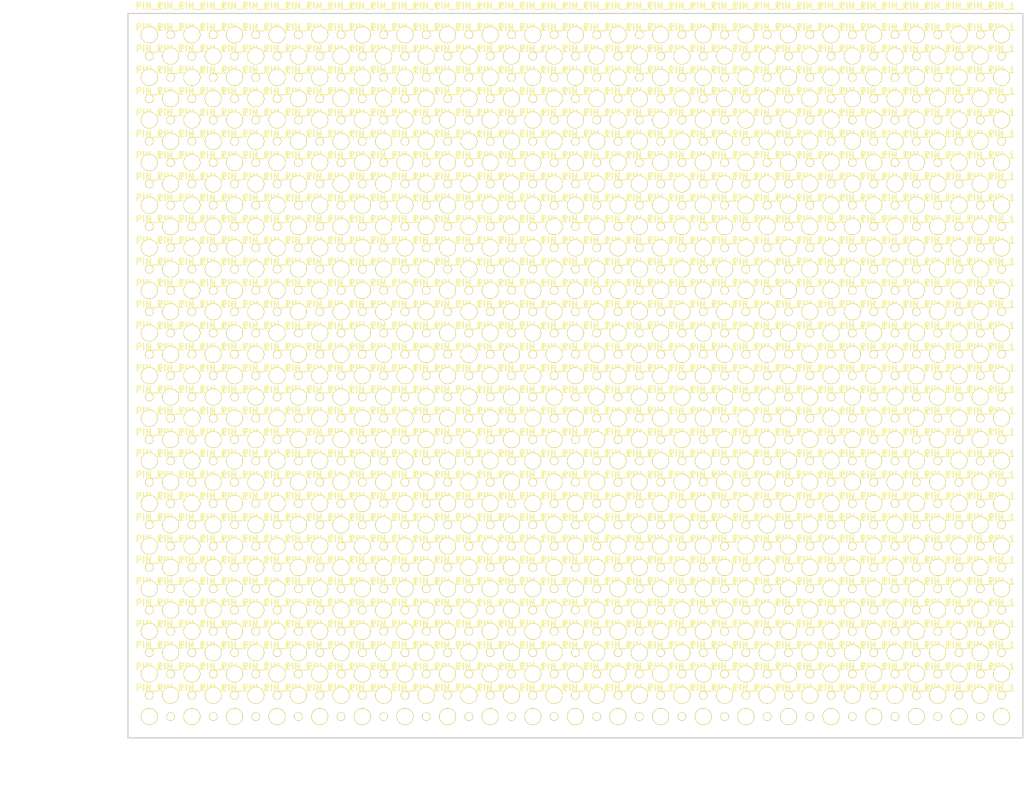
<source format=kicad_pcb>
(kicad_pcb (version 3) (host pcbnew "(2013-07-07 BZR 4022)-stable")

  (general
    (links 0)
    (no_connects 0)
    (area 91.060002 49.1988 213.435001 147.480003)
    (thickness 1.6)
    (drawings 6)
    (tracks 0)
    (zones 0)
    (modules 1353)
    (nets 1)
  )

  (page A4)
  (layers
    (15 F.Cu signal)
    (0 B.Cu signal)
    (16 B.Adhes user)
    (17 F.Adhes user)
    (18 B.Paste user)
    (19 F.Paste user)
    (20 B.SilkS user)
    (21 F.SilkS user)
    (22 B.Mask user)
    (23 F.Mask user)
    (24 Dwgs.User user)
    (25 Cmts.User user)
    (26 Eco1.User user)
    (27 Eco2.User user)
    (28 Edge.Cuts user)
  )

  (setup
    (last_trace_width 0.254)
    (trace_clearance 0.254)
    (zone_clearance 0.508)
    (zone_45_only no)
    (trace_min 0.254)
    (segment_width 0.2)
    (edge_width 0.15)
    (via_size 0.889)
    (via_drill 0.635)
    (via_min_size 0.889)
    (via_min_drill 0.508)
    (uvia_size 0.508)
    (uvia_drill 0.127)
    (uvias_allowed no)
    (uvia_min_size 0.508)
    (uvia_min_drill 0.127)
    (pcb_text_width 0.3)
    (pcb_text_size 1.5 1.5)
    (mod_edge_width 0.15)
    (mod_text_size 1.5 1.5)
    (mod_text_width 0.15)
    (pad_size 1 1)
    (pad_drill 0.8)
    (pad_to_mask_clearance 0.2)
    (aux_axis_origin 109.22 134.62)
    (visible_elements 7FFFFFAF)
    (pcbplotparams
      (layerselection 268435456)
      (usegerberextensions true)
      (excludeedgelayer false)
      (linewidth 0.150000)
      (plotframeref false)
      (viasonmask false)
      (mode 1)
      (useauxorigin true)
      (hpglpennumber 1)
      (hpglpenspeed 20)
      (hpglpendiameter 15)
      (hpglpenoverlay 2)
      (psnegative false)
      (psa4output false)
      (plotreference false)
      (plotvalue false)
      (plotothertext false)
      (plotinvisibletext false)
      (padsonsilk false)
      (subtractmaskfromsilk false)
      (outputformat 1)
      (mirror false)
      (drillshape 0)
      (scaleselection 1)
      (outputdirectory ../PLOT/Edge/))
  )

  (net 0 "")

  (net_class Default "This is the default net class."
    (clearance 0.254)
    (trace_width 0.254)
    (via_dia 0.889)
    (via_drill 0.635)
    (uvia_dia 0.508)
    (uvia_drill 0.127)
    (add_net "")
  )

  (module PIN_1 (layer F.Cu) (tedit 5791BD6F) (tstamp 579B125F)
    (at 167.64 63.5)
    (descr "Connecteurs 2 pins")
    (tags "CONN DEV")
    (fp_text reference PIN_1 (at 0 -3.43) (layer F.SilkS)
      (effects (font (size 0.762 0.762) (thickness 0.1524)))
    )
    (fp_text value Val** (at 0 -1.905) (layer F.SilkS) hide
      (effects (font (size 0.762 0.762) (thickness 0.1524)))
    )
    (pad 0 thru_hole circle (at 0 0) (size 1 1) (drill 0.8)
      (layers *.Cu *.Mask F.SilkS)
    )
  )

  (module PIN_1 (layer F.Cu) (tedit 5791BD6F) (tstamp 579B125B)
    (at 147.32 63.5)
    (descr "Connecteurs 2 pins")
    (tags "CONN DEV")
    (fp_text reference PIN_1 (at 0 -3.43) (layer F.SilkS)
      (effects (font (size 0.762 0.762) (thickness 0.1524)))
    )
    (fp_text value Val** (at 0 -1.905) (layer F.SilkS) hide
      (effects (font (size 0.762 0.762) (thickness 0.1524)))
    )
    (pad 0 thru_hole circle (at 0 0) (size 1 1) (drill 0.8)
      (layers *.Cu *.Mask F.SilkS)
    )
  )

  (module PIN_1 (layer F.Cu) (tedit 5791BD6F) (tstamp 579B1257)
    (at 127 63.5)
    (descr "Connecteurs 2 pins")
    (tags "CONN DEV")
    (fp_text reference PIN_1 (at 0 -3.43) (layer F.SilkS)
      (effects (font (size 0.762 0.762) (thickness 0.1524)))
    )
    (fp_text value Val** (at 0 -1.905) (layer F.SilkS) hide
      (effects (font (size 0.762 0.762) (thickness 0.1524)))
    )
    (pad 0 thru_hole circle (at 0 0) (size 1 1) (drill 0.8)
      (layers *.Cu *.Mask F.SilkS)
    )
  )

  (module PIN_1 (layer F.Cu) (tedit 5791BE1F) (tstamp 579B1253)
    (at 175.26 63.5)
    (descr "Connecteurs 2 pins")
    (tags "CONN DEV")
    (fp_text reference PIN_1 (at 0 -3.43) (layer F.SilkS)
      (effects (font (size 0.762 0.762) (thickness 0.1524)))
    )
    (fp_text value Val** (at 0 -1.905) (layer F.SilkS) hide
      (effects (font (size 0.762 0.762) (thickness 0.1524)))
    )
    (pad 0 thru_hole circle (at 0 0) (size 2 2) (drill 1.8)
      (layers *.Cu *.Mask F.SilkS)
    )
  )

  (module PIN_1 (layer F.Cu) (tedit 5791BD6F) (tstamp 579B124F)
    (at 172.72 63.5)
    (descr "Connecteurs 2 pins")
    (tags "CONN DEV")
    (fp_text reference PIN_1 (at 0 -3.43) (layer F.SilkS)
      (effects (font (size 0.762 0.762) (thickness 0.1524)))
    )
    (fp_text value Val** (at 0 -1.905) (layer F.SilkS) hide
      (effects (font (size 0.762 0.762) (thickness 0.1524)))
    )
    (pad 0 thru_hole circle (at 0 0) (size 1 1) (drill 0.8)
      (layers *.Cu *.Mask F.SilkS)
    )
  )

  (module PIN_1 (layer F.Cu) (tedit 5791BE1C) (tstamp 579B124B)
    (at 170.18 63.5)
    (descr "Connecteurs 2 pins")
    (tags "CONN DEV")
    (fp_text reference PIN_1 (at 0 -3.43) (layer F.SilkS)
      (effects (font (size 0.762 0.762) (thickness 0.1524)))
    )
    (fp_text value Val** (at 0 -1.905) (layer F.SilkS) hide
      (effects (font (size 0.762 0.762) (thickness 0.1524)))
    )
    (pad 0 thru_hole circle (at 0 0) (size 2 2) (drill 1.8)
      (layers *.Cu *.Mask F.SilkS)
    )
  )

  (module PIN_1 (layer F.Cu) (tedit 5791BE1F) (tstamp 579B1247)
    (at 190.5 63.5)
    (descr "Connecteurs 2 pins")
    (tags "CONN DEV")
    (fp_text reference PIN_1 (at 0 -3.43) (layer F.SilkS)
      (effects (font (size 0.762 0.762) (thickness 0.1524)))
    )
    (fp_text value Val** (at 0 -1.905) (layer F.SilkS) hide
      (effects (font (size 0.762 0.762) (thickness 0.1524)))
    )
    (pad 0 thru_hole circle (at 0 0) (size 2 2) (drill 1.8)
      (layers *.Cu *.Mask F.SilkS)
    )
  )

  (module PIN_1 (layer F.Cu) (tedit 5791BD7E) (tstamp 579B1243)
    (at 177.8 63.5)
    (descr "Connecteurs 2 pins")
    (tags "CONN DEV")
    (fp_text reference PIN_1 (at 0 -3.43) (layer F.SilkS)
      (effects (font (size 0.762 0.762) (thickness 0.1524)))
    )
    (fp_text value Val** (at 0 -1.905) (layer F.SilkS) hide
      (effects (font (size 0.762 0.762) (thickness 0.1524)))
    )
    (pad 0 thru_hole circle (at 0 0) (size 1 1) (drill 0.8)
      (layers *.Cu *.Mask F.SilkS)
    )
  )

  (module PIN_1 (layer F.Cu) (tedit 5791BD83) (tstamp 579B123F)
    (at 187.96 63.5)
    (descr "Connecteurs 2 pins")
    (tags "CONN DEV")
    (fp_text reference PIN_1 (at 0 -3.43) (layer F.SilkS)
      (effects (font (size 0.762 0.762) (thickness 0.1524)))
    )
    (fp_text value Val** (at 0 -1.905) (layer F.SilkS) hide
      (effects (font (size 0.762 0.762) (thickness 0.1524)))
    )
    (pad 0 thru_hole circle (at 0 0) (size 1 1) (drill 0.8)
      (layers *.Cu *.Mask F.SilkS)
    )
  )

  (module PIN_1 (layer F.Cu) (tedit 5791BD83) (tstamp 579B123B)
    (at 162.56 63.5)
    (descr "Connecteurs 2 pins")
    (tags "CONN DEV")
    (fp_text reference PIN_1 (at 0 -3.43) (layer F.SilkS)
      (effects (font (size 0.762 0.762) (thickness 0.1524)))
    )
    (fp_text value Val** (at 0 -1.905) (layer F.SilkS) hide
      (effects (font (size 0.762 0.762) (thickness 0.1524)))
    )
    (pad 0 thru_hole circle (at 0 0) (size 1 1) (drill 0.8)
      (layers *.Cu *.Mask F.SilkS)
    )
  )

  (module PIN_1 (layer F.Cu) (tedit 5791BD7E) (tstamp 579B1237)
    (at 157.48 63.5)
    (descr "Connecteurs 2 pins")
    (tags "CONN DEV")
    (fp_text reference PIN_1 (at 0 -3.43) (layer F.SilkS)
      (effects (font (size 0.762 0.762) (thickness 0.1524)))
    )
    (fp_text value Val** (at 0 -1.905) (layer F.SilkS) hide
      (effects (font (size 0.762 0.762) (thickness 0.1524)))
    )
    (pad 0 thru_hole circle (at 0 0) (size 1 1) (drill 0.8)
      (layers *.Cu *.Mask F.SilkS)
    )
  )

  (module PIN_1 (layer F.Cu) (tedit 5791BE1F) (tstamp 579B1233)
    (at 165.1 63.5)
    (descr "Connecteurs 2 pins")
    (tags "CONN DEV")
    (fp_text reference PIN_1 (at 0 -3.43) (layer F.SilkS)
      (effects (font (size 0.762 0.762) (thickness 0.1524)))
    )
    (fp_text value Val** (at 0 -1.905) (layer F.SilkS) hide
      (effects (font (size 0.762 0.762) (thickness 0.1524)))
    )
    (pad 0 thru_hole circle (at 0 0) (size 2 2) (drill 1.8)
      (layers *.Cu *.Mask F.SilkS)
    )
  )

  (module PIN_1 (layer F.Cu) (tedit 5791BE1C) (tstamp 579B122F)
    (at 160.02 63.5)
    (descr "Connecteurs 2 pins")
    (tags "CONN DEV")
    (fp_text reference PIN_1 (at 0 -3.43) (layer F.SilkS)
      (effects (font (size 0.762 0.762) (thickness 0.1524)))
    )
    (fp_text value Val** (at 0 -1.905) (layer F.SilkS) hide
      (effects (font (size 0.762 0.762) (thickness 0.1524)))
    )
    (pad 0 thru_hole circle (at 0 0) (size 2 2) (drill 1.8)
      (layers *.Cu *.Mask F.SilkS)
    )
  )

  (module PIN_1 (layer F.Cu) (tedit 5791BE1C) (tstamp 579B122B)
    (at 149.86 63.5)
    (descr "Connecteurs 2 pins")
    (tags "CONN DEV")
    (fp_text reference PIN_1 (at 0 -3.43) (layer F.SilkS)
      (effects (font (size 0.762 0.762) (thickness 0.1524)))
    )
    (fp_text value Val** (at 0 -1.905) (layer F.SilkS) hide
      (effects (font (size 0.762 0.762) (thickness 0.1524)))
    )
    (pad 0 thru_hole circle (at 0 0) (size 2 2) (drill 1.8)
      (layers *.Cu *.Mask F.SilkS)
    )
  )

  (module PIN_1 (layer F.Cu) (tedit 5791BD6F) (tstamp 579B1227)
    (at 152.4 63.5)
    (descr "Connecteurs 2 pins")
    (tags "CONN DEV")
    (fp_text reference PIN_1 (at 0 -3.43) (layer F.SilkS)
      (effects (font (size 0.762 0.762) (thickness 0.1524)))
    )
    (fp_text value Val** (at 0 -1.905) (layer F.SilkS) hide
      (effects (font (size 0.762 0.762) (thickness 0.1524)))
    )
    (pad 0 thru_hole circle (at 0 0) (size 1 1) (drill 0.8)
      (layers *.Cu *.Mask F.SilkS)
    )
  )

  (module PIN_1 (layer F.Cu) (tedit 5791BE1F) (tstamp 579B1223)
    (at 154.94 63.5)
    (descr "Connecteurs 2 pins")
    (tags "CONN DEV")
    (fp_text reference PIN_1 (at 0 -3.43) (layer F.SilkS)
      (effects (font (size 0.762 0.762) (thickness 0.1524)))
    )
    (fp_text value Val** (at 0 -1.905) (layer F.SilkS) hide
      (effects (font (size 0.762 0.762) (thickness 0.1524)))
    )
    (pad 0 thru_hole circle (at 0 0) (size 2 2) (drill 1.8)
      (layers *.Cu *.Mask F.SilkS)
    )
  )

  (module PIN_1 (layer F.Cu) (tedit 5791BE1F) (tstamp 579B121F)
    (at 134.62 63.5)
    (descr "Connecteurs 2 pins")
    (tags "CONN DEV")
    (fp_text reference PIN_1 (at 0 -3.43) (layer F.SilkS)
      (effects (font (size 0.762 0.762) (thickness 0.1524)))
    )
    (fp_text value Val** (at 0 -1.905) (layer F.SilkS) hide
      (effects (font (size 0.762 0.762) (thickness 0.1524)))
    )
    (pad 0 thru_hole circle (at 0 0) (size 2 2) (drill 1.8)
      (layers *.Cu *.Mask F.SilkS)
    )
  )

  (module PIN_1 (layer F.Cu) (tedit 5791BD6F) (tstamp 579B121B)
    (at 132.08 63.5)
    (descr "Connecteurs 2 pins")
    (tags "CONN DEV")
    (fp_text reference PIN_1 (at 0 -3.43) (layer F.SilkS)
      (effects (font (size 0.762 0.762) (thickness 0.1524)))
    )
    (fp_text value Val** (at 0 -1.905) (layer F.SilkS) hide
      (effects (font (size 0.762 0.762) (thickness 0.1524)))
    )
    (pad 0 thru_hole circle (at 0 0) (size 1 1) (drill 0.8)
      (layers *.Cu *.Mask F.SilkS)
    )
  )

  (module PIN_1 (layer F.Cu) (tedit 5791BE1C) (tstamp 579B1217)
    (at 129.54 63.5)
    (descr "Connecteurs 2 pins")
    (tags "CONN DEV")
    (fp_text reference PIN_1 (at 0 -3.43) (layer F.SilkS)
      (effects (font (size 0.762 0.762) (thickness 0.1524)))
    )
    (fp_text value Val** (at 0 -1.905) (layer F.SilkS) hide
      (effects (font (size 0.762 0.762) (thickness 0.1524)))
    )
    (pad 0 thru_hole circle (at 0 0) (size 2 2) (drill 1.8)
      (layers *.Cu *.Mask F.SilkS)
    )
  )

  (module PIN_1 (layer F.Cu) (tedit 5791BE1C) (tstamp 579B1213)
    (at 139.7 63.5)
    (descr "Connecteurs 2 pins")
    (tags "CONN DEV")
    (fp_text reference PIN_1 (at 0 -3.43) (layer F.SilkS)
      (effects (font (size 0.762 0.762) (thickness 0.1524)))
    )
    (fp_text value Val** (at 0 -1.905) (layer F.SilkS) hide
      (effects (font (size 0.762 0.762) (thickness 0.1524)))
    )
    (pad 0 thru_hole circle (at 0 0) (size 2 2) (drill 1.8)
      (layers *.Cu *.Mask F.SilkS)
    )
  )

  (module PIN_1 (layer F.Cu) (tedit 5791BE1F) (tstamp 579B120F)
    (at 144.78 63.5)
    (descr "Connecteurs 2 pins")
    (tags "CONN DEV")
    (fp_text reference PIN_1 (at 0 -3.43) (layer F.SilkS)
      (effects (font (size 0.762 0.762) (thickness 0.1524)))
    )
    (fp_text value Val** (at 0 -1.905) (layer F.SilkS) hide
      (effects (font (size 0.762 0.762) (thickness 0.1524)))
    )
    (pad 0 thru_hole circle (at 0 0) (size 2 2) (drill 1.8)
      (layers *.Cu *.Mask F.SilkS)
    )
  )

  (module PIN_1 (layer F.Cu) (tedit 5791BD7E) (tstamp 579B120B)
    (at 137.16 63.5)
    (descr "Connecteurs 2 pins")
    (tags "CONN DEV")
    (fp_text reference PIN_1 (at 0 -3.43) (layer F.SilkS)
      (effects (font (size 0.762 0.762) (thickness 0.1524)))
    )
    (fp_text value Val** (at 0 -1.905) (layer F.SilkS) hide
      (effects (font (size 0.762 0.762) (thickness 0.1524)))
    )
    (pad 0 thru_hole circle (at 0 0) (size 1 1) (drill 0.8)
      (layers *.Cu *.Mask F.SilkS)
    )
  )

  (module PIN_1 (layer F.Cu) (tedit 5791BD83) (tstamp 579B1207)
    (at 142.24 63.5)
    (descr "Connecteurs 2 pins")
    (tags "CONN DEV")
    (fp_text reference PIN_1 (at 0 -3.43) (layer F.SilkS)
      (effects (font (size 0.762 0.762) (thickness 0.1524)))
    )
    (fp_text value Val** (at 0 -1.905) (layer F.SilkS) hide
      (effects (font (size 0.762 0.762) (thickness 0.1524)))
    )
    (pad 0 thru_hole circle (at 0 0) (size 1 1) (drill 0.8)
      (layers *.Cu *.Mask F.SilkS)
    )
  )

  (module PIN_1 (layer F.Cu) (tedit 5791BD83) (tstamp 579B1203)
    (at 121.92 63.5)
    (descr "Connecteurs 2 pins")
    (tags "CONN DEV")
    (fp_text reference PIN_1 (at 0 -3.43) (layer F.SilkS)
      (effects (font (size 0.762 0.762) (thickness 0.1524)))
    )
    (fp_text value Val** (at 0 -1.905) (layer F.SilkS) hide
      (effects (font (size 0.762 0.762) (thickness 0.1524)))
    )
    (pad 0 thru_hole circle (at 0 0) (size 1 1) (drill 0.8)
      (layers *.Cu *.Mask F.SilkS)
    )
  )

  (module PIN_1 (layer F.Cu) (tedit 5791BD7E) (tstamp 579B11FF)
    (at 116.84 63.5)
    (descr "Connecteurs 2 pins")
    (tags "CONN DEV")
    (fp_text reference PIN_1 (at 0 -3.43) (layer F.SilkS)
      (effects (font (size 0.762 0.762) (thickness 0.1524)))
    )
    (fp_text value Val** (at 0 -1.905) (layer F.SilkS) hide
      (effects (font (size 0.762 0.762) (thickness 0.1524)))
    )
    (pad 0 thru_hole circle (at 0 0) (size 1 1) (drill 0.8)
      (layers *.Cu *.Mask F.SilkS)
    )
  )

  (module PIN_1 (layer F.Cu) (tedit 5791BE1F) (tstamp 579B11FB)
    (at 124.46 63.5)
    (descr "Connecteurs 2 pins")
    (tags "CONN DEV")
    (fp_text reference PIN_1 (at 0 -3.43) (layer F.SilkS)
      (effects (font (size 0.762 0.762) (thickness 0.1524)))
    )
    (fp_text value Val** (at 0 -1.905) (layer F.SilkS) hide
      (effects (font (size 0.762 0.762) (thickness 0.1524)))
    )
    (pad 0 thru_hole circle (at 0 0) (size 2 2) (drill 1.8)
      (layers *.Cu *.Mask F.SilkS)
    )
  )

  (module PIN_1 (layer F.Cu) (tedit 5791BE1C) (tstamp 579B11F7)
    (at 119.38 63.5)
    (descr "Connecteurs 2 pins")
    (tags "CONN DEV")
    (fp_text reference PIN_1 (at 0 -3.43) (layer F.SilkS)
      (effects (font (size 0.762 0.762) (thickness 0.1524)))
    )
    (fp_text value Val** (at 0 -1.905) (layer F.SilkS) hide
      (effects (font (size 0.762 0.762) (thickness 0.1524)))
    )
    (pad 0 thru_hole circle (at 0 0) (size 2 2) (drill 1.8)
      (layers *.Cu *.Mask F.SilkS)
    )
  )

  (module PIN_1 (layer F.Cu) (tedit 5791BE1C) (tstamp 579B11F3)
    (at 109.22 63.5)
    (descr "Connecteurs 2 pins")
    (tags "CONN DEV")
    (fp_text reference PIN_1 (at 0 -3.43) (layer F.SilkS)
      (effects (font (size 0.762 0.762) (thickness 0.1524)))
    )
    (fp_text value Val** (at 0 -1.905) (layer F.SilkS) hide
      (effects (font (size 0.762 0.762) (thickness 0.1524)))
    )
    (pad 0 thru_hole circle (at 0 0) (size 2 2) (drill 1.8)
      (layers *.Cu *.Mask F.SilkS)
    )
  )

  (module PIN_1 (layer F.Cu) (tedit 5791BD6F) (tstamp 579B11EF)
    (at 111.76 63.5)
    (descr "Connecteurs 2 pins")
    (tags "CONN DEV")
    (fp_text reference PIN_1 (at 0 -3.43) (layer F.SilkS)
      (effects (font (size 0.762 0.762) (thickness 0.1524)))
    )
    (fp_text value Val** (at 0 -1.905) (layer F.SilkS) hide
      (effects (font (size 0.762 0.762) (thickness 0.1524)))
    )
    (pad 0 thru_hole circle (at 0 0) (size 1 1) (drill 0.8)
      (layers *.Cu *.Mask F.SilkS)
    )
  )

  (module PIN_1 (layer F.Cu) (tedit 5791BE1F) (tstamp 579B11EB)
    (at 114.3 63.5)
    (descr "Connecteurs 2 pins")
    (tags "CONN DEV")
    (fp_text reference PIN_1 (at 0 -3.43) (layer F.SilkS)
      (effects (font (size 0.762 0.762) (thickness 0.1524)))
    )
    (fp_text value Val** (at 0 -1.905) (layer F.SilkS) hide
      (effects (font (size 0.762 0.762) (thickness 0.1524)))
    )
    (pad 0 thru_hole circle (at 0 0) (size 2 2) (drill 1.8)
      (layers *.Cu *.Mask F.SilkS)
    )
  )

  (module PIN_1 (layer F.Cu) (tedit 5791BE1C) (tstamp 579B11E7)
    (at 180.34 63.5)
    (descr "Connecteurs 2 pins")
    (tags "CONN DEV")
    (fp_text reference PIN_1 (at 0 -3.43) (layer F.SilkS)
      (effects (font (size 0.762 0.762) (thickness 0.1524)))
    )
    (fp_text value Val** (at 0 -1.905) (layer F.SilkS) hide
      (effects (font (size 0.762 0.762) (thickness 0.1524)))
    )
    (pad 0 thru_hole circle (at 0 0) (size 2 2) (drill 1.8)
      (layers *.Cu *.Mask F.SilkS)
    )
  )

  (module PIN_1 (layer F.Cu) (tedit 5791BD83) (tstamp 579B11E3)
    (at 182.88 63.5)
    (descr "Connecteurs 2 pins")
    (tags "CONN DEV")
    (fp_text reference PIN_1 (at 0 -3.43) (layer F.SilkS)
      (effects (font (size 0.762 0.762) (thickness 0.1524)))
    )
    (fp_text value Val** (at 0 -1.905) (layer F.SilkS) hide
      (effects (font (size 0.762 0.762) (thickness 0.1524)))
    )
    (pad 0 thru_hole circle (at 0 0) (size 1 1) (drill 0.8)
      (layers *.Cu *.Mask F.SilkS)
    )
  )

  (module PIN_1 (layer F.Cu) (tedit 5791BE1F) (tstamp 579B11DF)
    (at 185.42 63.5)
    (descr "Connecteurs 2 pins")
    (tags "CONN DEV")
    (fp_text reference PIN_1 (at 0 -3.43) (layer F.SilkS)
      (effects (font (size 0.762 0.762) (thickness 0.1524)))
    )
    (fp_text value Val** (at 0 -1.905) (layer F.SilkS) hide
      (effects (font (size 0.762 0.762) (thickness 0.1524)))
    )
    (pad 0 thru_hole circle (at 0 0) (size 2 2) (drill 1.8)
      (layers *.Cu *.Mask F.SilkS)
    )
  )

  (module PIN_1 (layer F.Cu) (tedit 5791BD83) (tstamp 579B11DB)
    (at 193.04 63.5)
    (descr "Connecteurs 2 pins")
    (tags "CONN DEV")
    (fp_text reference PIN_1 (at 0 -3.43) (layer F.SilkS)
      (effects (font (size 0.762 0.762) (thickness 0.1524)))
    )
    (fp_text value Val** (at 0 -1.905) (layer F.SilkS) hide
      (effects (font (size 0.762 0.762) (thickness 0.1524)))
    )
    (pad 0 thru_hole circle (at 0 0) (size 1 1) (drill 0.8)
      (layers *.Cu *.Mask F.SilkS)
    )
  )

  (module PIN_1 (layer F.Cu) (tedit 5791BE2E) (tstamp 579B11D7)
    (at 193.04 55.88)
    (descr "Connecteurs 2 pins")
    (tags "CONN DEV")
    (fp_text reference PIN_1 (at 0 -3.43) (layer F.SilkS)
      (effects (font (size 0.762 0.762) (thickness 0.1524)))
    )
    (fp_text value Val** (at 0 -1.905) (layer F.SilkS) hide
      (effects (font (size 0.762 0.762) (thickness 0.1524)))
    )
    (pad 0 thru_hole circle (at 0 0) (size 2 2) (drill 1.8)
      (layers *.Cu *.Mask F.SilkS)
    )
  )

  (module PIN_1 (layer F.Cu) (tedit 5791BD83) (tstamp 579B11D3)
    (at 185.42 55.88)
    (descr "Connecteurs 2 pins")
    (tags "CONN DEV")
    (fp_text reference PIN_1 (at 0 -3.43) (layer F.SilkS)
      (effects (font (size 0.762 0.762) (thickness 0.1524)))
    )
    (fp_text value Val** (at 0 -1.905) (layer F.SilkS) hide
      (effects (font (size 0.762 0.762) (thickness 0.1524)))
    )
    (pad 0 thru_hole circle (at 0 0) (size 1 1) (drill 0.8)
      (layers *.Cu *.Mask F.SilkS)
    )
  )

  (module PIN_1 (layer F.Cu) (tedit 5791BE2E) (tstamp 579B11CF)
    (at 182.88 55.88)
    (descr "Connecteurs 2 pins")
    (tags "CONN DEV")
    (fp_text reference PIN_1 (at 0 -3.43) (layer F.SilkS)
      (effects (font (size 0.762 0.762) (thickness 0.1524)))
    )
    (fp_text value Val** (at 0 -1.905) (layer F.SilkS) hide
      (effects (font (size 0.762 0.762) (thickness 0.1524)))
    )
    (pad 0 thru_hole circle (at 0 0) (size 2 2) (drill 1.8)
      (layers *.Cu *.Mask F.SilkS)
    )
  )

  (module PIN_1 (layer F.Cu) (tedit 5791BD6F) (tstamp 579B11CB)
    (at 180.34 55.88)
    (descr "Connecteurs 2 pins")
    (tags "CONN DEV")
    (fp_text reference PIN_1 (at 0 -3.43) (layer F.SilkS)
      (effects (font (size 0.762 0.762) (thickness 0.1524)))
    )
    (fp_text value Val** (at 0 -1.905) (layer F.SilkS) hide
      (effects (font (size 0.762 0.762) (thickness 0.1524)))
    )
    (pad 0 thru_hole circle (at 0 0) (size 1 1) (drill 0.8)
      (layers *.Cu *.Mask F.SilkS)
    )
  )

  (module PIN_1 (layer F.Cu) (tedit 5791BD83) (tstamp 579B11C7)
    (at 114.3 55.88)
    (descr "Connecteurs 2 pins")
    (tags "CONN DEV")
    (fp_text reference PIN_1 (at 0 -3.43) (layer F.SilkS)
      (effects (font (size 0.762 0.762) (thickness 0.1524)))
    )
    (fp_text value Val** (at 0 -1.905) (layer F.SilkS) hide
      (effects (font (size 0.762 0.762) (thickness 0.1524)))
    )
    (pad 0 thru_hole circle (at 0 0) (size 1 1) (drill 0.8)
      (layers *.Cu *.Mask F.SilkS)
    )
  )

  (module PIN_1 (layer F.Cu) (tedit 5791BD7E) (tstamp 579B11C3)
    (at 109.22 55.88)
    (descr "Connecteurs 2 pins")
    (tags "CONN DEV")
    (fp_text reference PIN_1 (at 0 -3.43) (layer F.SilkS)
      (effects (font (size 0.762 0.762) (thickness 0.1524)))
    )
    (fp_text value Val** (at 0 -1.905) (layer F.SilkS) hide
      (effects (font (size 0.762 0.762) (thickness 0.1524)))
    )
    (pad 0 thru_hole circle (at 0 0) (size 1 1) (drill 0.8)
      (layers *.Cu *.Mask F.SilkS)
    )
  )

  (module PIN_1 (layer F.Cu) (tedit 5791BE22) (tstamp 579B11BF)
    (at 111.76 55.88)
    (descr "Connecteurs 2 pins")
    (tags "CONN DEV")
    (fp_text reference PIN_1 (at 0 -3.43) (layer F.SilkS)
      (effects (font (size 0.762 0.762) (thickness 0.1524)))
    )
    (fp_text value Val** (at 0 -1.905) (layer F.SilkS) hide
      (effects (font (size 0.762 0.762) (thickness 0.1524)))
    )
    (pad 0 thru_hole circle (at 0 0) (size 2 2) (drill 1.8)
      (layers *.Cu *.Mask F.SilkS)
    )
  )

  (module PIN_1 (layer F.Cu) (tedit 5791BE22) (tstamp 579B11BB)
    (at 116.84 55.88)
    (descr "Connecteurs 2 pins")
    (tags "CONN DEV")
    (fp_text reference PIN_1 (at 0 -3.43) (layer F.SilkS)
      (effects (font (size 0.762 0.762) (thickness 0.1524)))
    )
    (fp_text value Val** (at 0 -1.905) (layer F.SilkS) hide
      (effects (font (size 0.762 0.762) (thickness 0.1524)))
    )
    (pad 0 thru_hole circle (at 0 0) (size 2 2) (drill 1.8)
      (layers *.Cu *.Mask F.SilkS)
    )
  )

  (module PIN_1 (layer F.Cu) (tedit 5791BD6F) (tstamp 579B11B7)
    (at 119.38 55.88)
    (descr "Connecteurs 2 pins")
    (tags "CONN DEV")
    (fp_text reference PIN_1 (at 0 -3.43) (layer F.SilkS)
      (effects (font (size 0.762 0.762) (thickness 0.1524)))
    )
    (fp_text value Val** (at 0 -1.905) (layer F.SilkS) hide
      (effects (font (size 0.762 0.762) (thickness 0.1524)))
    )
    (pad 0 thru_hole circle (at 0 0) (size 1 1) (drill 0.8)
      (layers *.Cu *.Mask F.SilkS)
    )
  )

  (module PIN_1 (layer F.Cu) (tedit 5791BD83) (tstamp 579B11B3)
    (at 124.46 55.88)
    (descr "Connecteurs 2 pins")
    (tags "CONN DEV")
    (fp_text reference PIN_1 (at 0 -3.43) (layer F.SilkS)
      (effects (font (size 0.762 0.762) (thickness 0.1524)))
    )
    (fp_text value Val** (at 0 -1.905) (layer F.SilkS) hide
      (effects (font (size 0.762 0.762) (thickness 0.1524)))
    )
    (pad 0 thru_hole circle (at 0 0) (size 1 1) (drill 0.8)
      (layers *.Cu *.Mask F.SilkS)
    )
  )

  (module PIN_1 (layer F.Cu) (tedit 5791BE2E) (tstamp 579B11AF)
    (at 121.92 55.88)
    (descr "Connecteurs 2 pins")
    (tags "CONN DEV")
    (fp_text reference PIN_1 (at 0 -3.43) (layer F.SilkS)
      (effects (font (size 0.762 0.762) (thickness 0.1524)))
    )
    (fp_text value Val** (at 0 -1.905) (layer F.SilkS) hide
      (effects (font (size 0.762 0.762) (thickness 0.1524)))
    )
    (pad 0 thru_hole circle (at 0 0) (size 2 2) (drill 1.8)
      (layers *.Cu *.Mask F.SilkS)
    )
  )

  (module PIN_1 (layer F.Cu) (tedit 5791BE2E) (tstamp 579B11AB)
    (at 142.24 55.88)
    (descr "Connecteurs 2 pins")
    (tags "CONN DEV")
    (fp_text reference PIN_1 (at 0 -3.43) (layer F.SilkS)
      (effects (font (size 0.762 0.762) (thickness 0.1524)))
    )
    (fp_text value Val** (at 0 -1.905) (layer F.SilkS) hide
      (effects (font (size 0.762 0.762) (thickness 0.1524)))
    )
    (pad 0 thru_hole circle (at 0 0) (size 2 2) (drill 1.8)
      (layers *.Cu *.Mask F.SilkS)
    )
  )

  (module PIN_1 (layer F.Cu) (tedit 5791BD83) (tstamp 579B11A7)
    (at 144.78 55.88)
    (descr "Connecteurs 2 pins")
    (tags "CONN DEV")
    (fp_text reference PIN_1 (at 0 -3.43) (layer F.SilkS)
      (effects (font (size 0.762 0.762) (thickness 0.1524)))
    )
    (fp_text value Val** (at 0 -1.905) (layer F.SilkS) hide
      (effects (font (size 0.762 0.762) (thickness 0.1524)))
    )
    (pad 0 thru_hole circle (at 0 0) (size 1 1) (drill 0.8)
      (layers *.Cu *.Mask F.SilkS)
    )
  )

  (module PIN_1 (layer F.Cu) (tedit 5791BD6F) (tstamp 579B11A3)
    (at 139.7 55.88)
    (descr "Connecteurs 2 pins")
    (tags "CONN DEV")
    (fp_text reference PIN_1 (at 0 -3.43) (layer F.SilkS)
      (effects (font (size 0.762 0.762) (thickness 0.1524)))
    )
    (fp_text value Val** (at 0 -1.905) (layer F.SilkS) hide
      (effects (font (size 0.762 0.762) (thickness 0.1524)))
    )
    (pad 0 thru_hole circle (at 0 0) (size 1 1) (drill 0.8)
      (layers *.Cu *.Mask F.SilkS)
    )
  )

  (module PIN_1 (layer F.Cu) (tedit 5791BE22) (tstamp 579B119F)
    (at 137.16 55.88)
    (descr "Connecteurs 2 pins")
    (tags "CONN DEV")
    (fp_text reference PIN_1 (at 0 -3.43) (layer F.SilkS)
      (effects (font (size 0.762 0.762) (thickness 0.1524)))
    )
    (fp_text value Val** (at 0 -1.905) (layer F.SilkS) hide
      (effects (font (size 0.762 0.762) (thickness 0.1524)))
    )
    (pad 0 thru_hole circle (at 0 0) (size 2 2) (drill 1.8)
      (layers *.Cu *.Mask F.SilkS)
    )
  )

  (module PIN_1 (layer F.Cu) (tedit 5791BE22) (tstamp 579B119B)
    (at 132.08 55.88)
    (descr "Connecteurs 2 pins")
    (tags "CONN DEV")
    (fp_text reference PIN_1 (at 0 -3.43) (layer F.SilkS)
      (effects (font (size 0.762 0.762) (thickness 0.1524)))
    )
    (fp_text value Val** (at 0 -1.905) (layer F.SilkS) hide
      (effects (font (size 0.762 0.762) (thickness 0.1524)))
    )
    (pad 0 thru_hole circle (at 0 0) (size 2 2) (drill 1.8)
      (layers *.Cu *.Mask F.SilkS)
    )
  )

  (module PIN_1 (layer F.Cu) (tedit 5791BD7E) (tstamp 579B1197)
    (at 129.54 55.88)
    (descr "Connecteurs 2 pins")
    (tags "CONN DEV")
    (fp_text reference PIN_1 (at 0 -3.43) (layer F.SilkS)
      (effects (font (size 0.762 0.762) (thickness 0.1524)))
    )
    (fp_text value Val** (at 0 -1.905) (layer F.SilkS) hide
      (effects (font (size 0.762 0.762) (thickness 0.1524)))
    )
    (pad 0 thru_hole circle (at 0 0) (size 1 1) (drill 0.8)
      (layers *.Cu *.Mask F.SilkS)
    )
  )

  (module PIN_1 (layer F.Cu) (tedit 5791BD83) (tstamp 579B1193)
    (at 134.62 55.88)
    (descr "Connecteurs 2 pins")
    (tags "CONN DEV")
    (fp_text reference PIN_1 (at 0 -3.43) (layer F.SilkS)
      (effects (font (size 0.762 0.762) (thickness 0.1524)))
    )
    (fp_text value Val** (at 0 -1.905) (layer F.SilkS) hide
      (effects (font (size 0.762 0.762) (thickness 0.1524)))
    )
    (pad 0 thru_hole circle (at 0 0) (size 1 1) (drill 0.8)
      (layers *.Cu *.Mask F.SilkS)
    )
  )

  (module PIN_1 (layer F.Cu) (tedit 5791BD83) (tstamp 579B118F)
    (at 154.94 55.88)
    (descr "Connecteurs 2 pins")
    (tags "CONN DEV")
    (fp_text reference PIN_1 (at 0 -3.43) (layer F.SilkS)
      (effects (font (size 0.762 0.762) (thickness 0.1524)))
    )
    (fp_text value Val** (at 0 -1.905) (layer F.SilkS) hide
      (effects (font (size 0.762 0.762) (thickness 0.1524)))
    )
    (pad 0 thru_hole circle (at 0 0) (size 1 1) (drill 0.8)
      (layers *.Cu *.Mask F.SilkS)
    )
  )

  (module PIN_1 (layer F.Cu) (tedit 5791BD7E) (tstamp 579B118B)
    (at 149.86 55.88)
    (descr "Connecteurs 2 pins")
    (tags "CONN DEV")
    (fp_text reference PIN_1 (at 0 -3.43) (layer F.SilkS)
      (effects (font (size 0.762 0.762) (thickness 0.1524)))
    )
    (fp_text value Val** (at 0 -1.905) (layer F.SilkS) hide
      (effects (font (size 0.762 0.762) (thickness 0.1524)))
    )
    (pad 0 thru_hole circle (at 0 0) (size 1 1) (drill 0.8)
      (layers *.Cu *.Mask F.SilkS)
    )
  )

  (module PIN_1 (layer F.Cu) (tedit 5791BE22) (tstamp 579B1187)
    (at 152.4 55.88)
    (descr "Connecteurs 2 pins")
    (tags "CONN DEV")
    (fp_text reference PIN_1 (at 0 -3.43) (layer F.SilkS)
      (effects (font (size 0.762 0.762) (thickness 0.1524)))
    )
    (fp_text value Val** (at 0 -1.905) (layer F.SilkS) hide
      (effects (font (size 0.762 0.762) (thickness 0.1524)))
    )
    (pad 0 thru_hole circle (at 0 0) (size 2 2) (drill 1.8)
      (layers *.Cu *.Mask F.SilkS)
    )
  )

  (module PIN_1 (layer F.Cu) (tedit 5791BE22) (tstamp 579B1183)
    (at 157.48 55.88)
    (descr "Connecteurs 2 pins")
    (tags "CONN DEV")
    (fp_text reference PIN_1 (at 0 -3.43) (layer F.SilkS)
      (effects (font (size 0.762 0.762) (thickness 0.1524)))
    )
    (fp_text value Val** (at 0 -1.905) (layer F.SilkS) hide
      (effects (font (size 0.762 0.762) (thickness 0.1524)))
    )
    (pad 0 thru_hole circle (at 0 0) (size 2 2) (drill 1.8)
      (layers *.Cu *.Mask F.SilkS)
    )
  )

  (module PIN_1 (layer F.Cu) (tedit 5791BD6F) (tstamp 579B117F)
    (at 160.02 55.88)
    (descr "Connecteurs 2 pins")
    (tags "CONN DEV")
    (fp_text reference PIN_1 (at 0 -3.43) (layer F.SilkS)
      (effects (font (size 0.762 0.762) (thickness 0.1524)))
    )
    (fp_text value Val** (at 0 -1.905) (layer F.SilkS) hide
      (effects (font (size 0.762 0.762) (thickness 0.1524)))
    )
    (pad 0 thru_hole circle (at 0 0) (size 1 1) (drill 0.8)
      (layers *.Cu *.Mask F.SilkS)
    )
  )

  (module PIN_1 (layer F.Cu) (tedit 5791BD83) (tstamp 579B117B)
    (at 165.1 55.88)
    (descr "Connecteurs 2 pins")
    (tags "CONN DEV")
    (fp_text reference PIN_1 (at 0 -3.43) (layer F.SilkS)
      (effects (font (size 0.762 0.762) (thickness 0.1524)))
    )
    (fp_text value Val** (at 0 -1.905) (layer F.SilkS) hide
      (effects (font (size 0.762 0.762) (thickness 0.1524)))
    )
    (pad 0 thru_hole circle (at 0 0) (size 1 1) (drill 0.8)
      (layers *.Cu *.Mask F.SilkS)
    )
  )

  (module PIN_1 (layer F.Cu) (tedit 5791BE2E) (tstamp 579B1177)
    (at 162.56 55.88)
    (descr "Connecteurs 2 pins")
    (tags "CONN DEV")
    (fp_text reference PIN_1 (at 0 -3.43) (layer F.SilkS)
      (effects (font (size 0.762 0.762) (thickness 0.1524)))
    )
    (fp_text value Val** (at 0 -1.905) (layer F.SilkS) hide
      (effects (font (size 0.762 0.762) (thickness 0.1524)))
    )
    (pad 0 thru_hole circle (at 0 0) (size 2 2) (drill 1.8)
      (layers *.Cu *.Mask F.SilkS)
    )
  )

  (module PIN_1 (layer F.Cu) (tedit 5791BE2E) (tstamp 579B1173)
    (at 187.96 55.88)
    (descr "Connecteurs 2 pins")
    (tags "CONN DEV")
    (fp_text reference PIN_1 (at 0 -3.43) (layer F.SilkS)
      (effects (font (size 0.762 0.762) (thickness 0.1524)))
    )
    (fp_text value Val** (at 0 -1.905) (layer F.SilkS) hide
      (effects (font (size 0.762 0.762) (thickness 0.1524)))
    )
    (pad 0 thru_hole circle (at 0 0) (size 2 2) (drill 1.8)
      (layers *.Cu *.Mask F.SilkS)
    )
  )

  (module PIN_1 (layer F.Cu) (tedit 5791BD83) (tstamp 579B116F)
    (at 190.5 55.88)
    (descr "Connecteurs 2 pins")
    (tags "CONN DEV")
    (fp_text reference PIN_1 (at 0 -3.43) (layer F.SilkS)
      (effects (font (size 0.762 0.762) (thickness 0.1524)))
    )
    (fp_text value Val** (at 0 -1.905) (layer F.SilkS) hide
      (effects (font (size 0.762 0.762) (thickness 0.1524)))
    )
    (pad 0 thru_hole circle (at 0 0) (size 1 1) (drill 0.8)
      (layers *.Cu *.Mask F.SilkS)
    )
  )

  (module PIN_1 (layer F.Cu) (tedit 5791BE22) (tstamp 579B116B)
    (at 177.8 55.88)
    (descr "Connecteurs 2 pins")
    (tags "CONN DEV")
    (fp_text reference PIN_1 (at 0 -3.43) (layer F.SilkS)
      (effects (font (size 0.762 0.762) (thickness 0.1524)))
    )
    (fp_text value Val** (at 0 -1.905) (layer F.SilkS) hide
      (effects (font (size 0.762 0.762) (thickness 0.1524)))
    )
    (pad 0 thru_hole circle (at 0 0) (size 2 2) (drill 1.8)
      (layers *.Cu *.Mask F.SilkS)
    )
  )

  (module PIN_1 (layer F.Cu) (tedit 5791BE22) (tstamp 579B1167)
    (at 172.72 55.88)
    (descr "Connecteurs 2 pins")
    (tags "CONN DEV")
    (fp_text reference PIN_1 (at 0 -3.43) (layer F.SilkS)
      (effects (font (size 0.762 0.762) (thickness 0.1524)))
    )
    (fp_text value Val** (at 0 -1.905) (layer F.SilkS) hide
      (effects (font (size 0.762 0.762) (thickness 0.1524)))
    )
    (pad 0 thru_hole circle (at 0 0) (size 2 2) (drill 1.8)
      (layers *.Cu *.Mask F.SilkS)
    )
  )

  (module PIN_1 (layer F.Cu) (tedit 5791BD7E) (tstamp 579B1163)
    (at 170.18 55.88)
    (descr "Connecteurs 2 pins")
    (tags "CONN DEV")
    (fp_text reference PIN_1 (at 0 -3.43) (layer F.SilkS)
      (effects (font (size 0.762 0.762) (thickness 0.1524)))
    )
    (fp_text value Val** (at 0 -1.905) (layer F.SilkS) hide
      (effects (font (size 0.762 0.762) (thickness 0.1524)))
    )
    (pad 0 thru_hole circle (at 0 0) (size 1 1) (drill 0.8)
      (layers *.Cu *.Mask F.SilkS)
    )
  )

  (module PIN_1 (layer F.Cu) (tedit 5791BD83) (tstamp 579B115F)
    (at 175.26 55.88)
    (descr "Connecteurs 2 pins")
    (tags "CONN DEV")
    (fp_text reference PIN_1 (at 0 -3.43) (layer F.SilkS)
      (effects (font (size 0.762 0.762) (thickness 0.1524)))
    )
    (fp_text value Val** (at 0 -1.905) (layer F.SilkS) hide
      (effects (font (size 0.762 0.762) (thickness 0.1524)))
    )
    (pad 0 thru_hole circle (at 0 0) (size 1 1) (drill 0.8)
      (layers *.Cu *.Mask F.SilkS)
    )
  )

  (module PIN_1 (layer F.Cu) (tedit 5791BE22) (tstamp 579B115B)
    (at 127 55.88)
    (descr "Connecteurs 2 pins")
    (tags "CONN DEV")
    (fp_text reference PIN_1 (at 0 -3.43) (layer F.SilkS)
      (effects (font (size 0.762 0.762) (thickness 0.1524)))
    )
    (fp_text value Val** (at 0 -1.905) (layer F.SilkS) hide
      (effects (font (size 0.762 0.762) (thickness 0.1524)))
    )
    (pad 0 thru_hole circle (at 0 0) (size 2 2) (drill 1.8)
      (layers *.Cu *.Mask F.SilkS)
    )
  )

  (module PIN_1 (layer F.Cu) (tedit 5791BE22) (tstamp 579B1157)
    (at 147.32 55.88)
    (descr "Connecteurs 2 pins")
    (tags "CONN DEV")
    (fp_text reference PIN_1 (at 0 -3.43) (layer F.SilkS)
      (effects (font (size 0.762 0.762) (thickness 0.1524)))
    )
    (fp_text value Val** (at 0 -1.905) (layer F.SilkS) hide
      (effects (font (size 0.762 0.762) (thickness 0.1524)))
    )
    (pad 0 thru_hole circle (at 0 0) (size 2 2) (drill 1.8)
      (layers *.Cu *.Mask F.SilkS)
    )
  )

  (module PIN_1 (layer F.Cu) (tedit 5791BE22) (tstamp 579B1153)
    (at 167.64 55.88)
    (descr "Connecteurs 2 pins")
    (tags "CONN DEV")
    (fp_text reference PIN_1 (at 0 -3.43) (layer F.SilkS)
      (effects (font (size 0.762 0.762) (thickness 0.1524)))
    )
    (fp_text value Val** (at 0 -1.905) (layer F.SilkS) hide
      (effects (font (size 0.762 0.762) (thickness 0.1524)))
    )
    (pad 0 thru_hole circle (at 0 0) (size 2 2) (drill 1.8)
      (layers *.Cu *.Mask F.SilkS)
    )
  )

  (module PIN_1 (layer F.Cu) (tedit 5791BD6F) (tstamp 579B114F)
    (at 167.64 58.42)
    (descr "Connecteurs 2 pins")
    (tags "CONN DEV")
    (fp_text reference PIN_1 (at 0 -3.43) (layer F.SilkS)
      (effects (font (size 0.762 0.762) (thickness 0.1524)))
    )
    (fp_text value Val** (at 0 -1.905) (layer F.SilkS) hide
      (effects (font (size 0.762 0.762) (thickness 0.1524)))
    )
    (pad 0 thru_hole circle (at 0 0) (size 1 1) (drill 0.8)
      (layers *.Cu *.Mask F.SilkS)
    )
  )

  (module PIN_1 (layer F.Cu) (tedit 5791BE22) (tstamp 579B114B)
    (at 167.64 60.96)
    (descr "Connecteurs 2 pins")
    (tags "CONN DEV")
    (fp_text reference PIN_1 (at 0 -3.43) (layer F.SilkS)
      (effects (font (size 0.762 0.762) (thickness 0.1524)))
    )
    (fp_text value Val** (at 0 -1.905) (layer F.SilkS) hide
      (effects (font (size 0.762 0.762) (thickness 0.1524)))
    )
    (pad 0 thru_hole circle (at 0 0) (size 2 2) (drill 1.8)
      (layers *.Cu *.Mask F.SilkS)
    )
  )

  (module PIN_1 (layer F.Cu) (tedit 5791BD6F) (tstamp 579B1147)
    (at 147.32 58.42)
    (descr "Connecteurs 2 pins")
    (tags "CONN DEV")
    (fp_text reference PIN_1 (at 0 -3.43) (layer F.SilkS)
      (effects (font (size 0.762 0.762) (thickness 0.1524)))
    )
    (fp_text value Val** (at 0 -1.905) (layer F.SilkS) hide
      (effects (font (size 0.762 0.762) (thickness 0.1524)))
    )
    (pad 0 thru_hole circle (at 0 0) (size 1 1) (drill 0.8)
      (layers *.Cu *.Mask F.SilkS)
    )
  )

  (module PIN_1 (layer F.Cu) (tedit 5791BE22) (tstamp 579B1143)
    (at 147.32 60.96)
    (descr "Connecteurs 2 pins")
    (tags "CONN DEV")
    (fp_text reference PIN_1 (at 0 -3.43) (layer F.SilkS)
      (effects (font (size 0.762 0.762) (thickness 0.1524)))
    )
    (fp_text value Val** (at 0 -1.905) (layer F.SilkS) hide
      (effects (font (size 0.762 0.762) (thickness 0.1524)))
    )
    (pad 0 thru_hole circle (at 0 0) (size 2 2) (drill 1.8)
      (layers *.Cu *.Mask F.SilkS)
    )
  )

  (module PIN_1 (layer F.Cu) (tedit 5791BD6F) (tstamp 579B113F)
    (at 127 58.42)
    (descr "Connecteurs 2 pins")
    (tags "CONN DEV")
    (fp_text reference PIN_1 (at 0 -3.43) (layer F.SilkS)
      (effects (font (size 0.762 0.762) (thickness 0.1524)))
    )
    (fp_text value Val** (at 0 -1.905) (layer F.SilkS) hide
      (effects (font (size 0.762 0.762) (thickness 0.1524)))
    )
    (pad 0 thru_hole circle (at 0 0) (size 1 1) (drill 0.8)
      (layers *.Cu *.Mask F.SilkS)
    )
  )

  (module PIN_1 (layer F.Cu) (tedit 5791BE22) (tstamp 579B113B)
    (at 127 60.96)
    (descr "Connecteurs 2 pins")
    (tags "CONN DEV")
    (fp_text reference PIN_1 (at 0 -3.43) (layer F.SilkS)
      (effects (font (size 0.762 0.762) (thickness 0.1524)))
    )
    (fp_text value Val** (at 0 -1.905) (layer F.SilkS) hide
      (effects (font (size 0.762 0.762) (thickness 0.1524)))
    )
    (pad 0 thru_hole circle (at 0 0) (size 2 2) (drill 1.8)
      (layers *.Cu *.Mask F.SilkS)
    )
  )

  (module PIN_1 (layer F.Cu) (tedit 5791BD83) (tstamp 579B1137)
    (at 175.26 60.96)
    (descr "Connecteurs 2 pins")
    (tags "CONN DEV")
    (fp_text reference PIN_1 (at 0 -3.43) (layer F.SilkS)
      (effects (font (size 0.762 0.762) (thickness 0.1524)))
    )
    (fp_text value Val** (at 0 -1.905) (layer F.SilkS) hide
      (effects (font (size 0.762 0.762) (thickness 0.1524)))
    )
    (pad 0 thru_hole circle (at 0 0) (size 1 1) (drill 0.8)
      (layers *.Cu *.Mask F.SilkS)
    )
  )

  (module PIN_1 (layer F.Cu) (tedit 5791BD7E) (tstamp 579B1133)
    (at 170.18 60.96)
    (descr "Connecteurs 2 pins")
    (tags "CONN DEV")
    (fp_text reference PIN_1 (at 0 -3.43) (layer F.SilkS)
      (effects (font (size 0.762 0.762) (thickness 0.1524)))
    )
    (fp_text value Val** (at 0 -1.905) (layer F.SilkS) hide
      (effects (font (size 0.762 0.762) (thickness 0.1524)))
    )
    (pad 0 thru_hole circle (at 0 0) (size 1 1) (drill 0.8)
      (layers *.Cu *.Mask F.SilkS)
    )
  )

  (module PIN_1 (layer F.Cu) (tedit 5791BE1F) (tstamp 579B112F)
    (at 175.26 58.42)
    (descr "Connecteurs 2 pins")
    (tags "CONN DEV")
    (fp_text reference PIN_1 (at 0 -3.43) (layer F.SilkS)
      (effects (font (size 0.762 0.762) (thickness 0.1524)))
    )
    (fp_text value Val** (at 0 -1.905) (layer F.SilkS) hide
      (effects (font (size 0.762 0.762) (thickness 0.1524)))
    )
    (pad 0 thru_hole circle (at 0 0) (size 2 2) (drill 1.8)
      (layers *.Cu *.Mask F.SilkS)
    )
  )

  (module PIN_1 (layer F.Cu) (tedit 5791BD6F) (tstamp 579B112B)
    (at 172.72 58.42)
    (descr "Connecteurs 2 pins")
    (tags "CONN DEV")
    (fp_text reference PIN_1 (at 0 -3.43) (layer F.SilkS)
      (effects (font (size 0.762 0.762) (thickness 0.1524)))
    )
    (fp_text value Val** (at 0 -1.905) (layer F.SilkS) hide
      (effects (font (size 0.762 0.762) (thickness 0.1524)))
    )
    (pad 0 thru_hole circle (at 0 0) (size 1 1) (drill 0.8)
      (layers *.Cu *.Mask F.SilkS)
    )
  )

  (module PIN_1 (layer F.Cu) (tedit 5791BE22) (tstamp 579B1127)
    (at 172.72 60.96)
    (descr "Connecteurs 2 pins")
    (tags "CONN DEV")
    (fp_text reference PIN_1 (at 0 -3.43) (layer F.SilkS)
      (effects (font (size 0.762 0.762) (thickness 0.1524)))
    )
    (fp_text value Val** (at 0 -1.905) (layer F.SilkS) hide
      (effects (font (size 0.762 0.762) (thickness 0.1524)))
    )
    (pad 0 thru_hole circle (at 0 0) (size 2 2) (drill 1.8)
      (layers *.Cu *.Mask F.SilkS)
    )
  )

  (module PIN_1 (layer F.Cu) (tedit 5791BE1C) (tstamp 579B1123)
    (at 170.18 58.42)
    (descr "Connecteurs 2 pins")
    (tags "CONN DEV")
    (fp_text reference PIN_1 (at 0 -3.43) (layer F.SilkS)
      (effects (font (size 0.762 0.762) (thickness 0.1524)))
    )
    (fp_text value Val** (at 0 -1.905) (layer F.SilkS) hide
      (effects (font (size 0.762 0.762) (thickness 0.1524)))
    )
    (pad 0 thru_hole circle (at 0 0) (size 2 2) (drill 1.8)
      (layers *.Cu *.Mask F.SilkS)
    )
  )

  (module PIN_1 (layer F.Cu) (tedit 5791BE22) (tstamp 579B111F)
    (at 177.8 60.96)
    (descr "Connecteurs 2 pins")
    (tags "CONN DEV")
    (fp_text reference PIN_1 (at 0 -3.43) (layer F.SilkS)
      (effects (font (size 0.762 0.762) (thickness 0.1524)))
    )
    (fp_text value Val** (at 0 -1.905) (layer F.SilkS) hide
      (effects (font (size 0.762 0.762) (thickness 0.1524)))
    )
    (pad 0 thru_hole circle (at 0 0) (size 2 2) (drill 1.8)
      (layers *.Cu *.Mask F.SilkS)
    )
  )

  (module PIN_1 (layer F.Cu) (tedit 5791BE1F) (tstamp 579B111B)
    (at 190.5 58.42)
    (descr "Connecteurs 2 pins")
    (tags "CONN DEV")
    (fp_text reference PIN_1 (at 0 -3.43) (layer F.SilkS)
      (effects (font (size 0.762 0.762) (thickness 0.1524)))
    )
    (fp_text value Val** (at 0 -1.905) (layer F.SilkS) hide
      (effects (font (size 0.762 0.762) (thickness 0.1524)))
    )
    (pad 0 thru_hole circle (at 0 0) (size 2 2) (drill 1.8)
      (layers *.Cu *.Mask F.SilkS)
    )
  )

  (module PIN_1 (layer F.Cu) (tedit 5791BD7E) (tstamp 579B1117)
    (at 177.8 58.42)
    (descr "Connecteurs 2 pins")
    (tags "CONN DEV")
    (fp_text reference PIN_1 (at 0 -3.43) (layer F.SilkS)
      (effects (font (size 0.762 0.762) (thickness 0.1524)))
    )
    (fp_text value Val** (at 0 -1.905) (layer F.SilkS) hide
      (effects (font (size 0.762 0.762) (thickness 0.1524)))
    )
    (pad 0 thru_hole circle (at 0 0) (size 1 1) (drill 0.8)
      (layers *.Cu *.Mask F.SilkS)
    )
  )

  (module PIN_1 (layer F.Cu) (tedit 5791BD83) (tstamp 579B1113)
    (at 190.5 60.96)
    (descr "Connecteurs 2 pins")
    (tags "CONN DEV")
    (fp_text reference PIN_1 (at 0 -3.43) (layer F.SilkS)
      (effects (font (size 0.762 0.762) (thickness 0.1524)))
    )
    (fp_text value Val** (at 0 -1.905) (layer F.SilkS) hide
      (effects (font (size 0.762 0.762) (thickness 0.1524)))
    )
    (pad 0 thru_hole circle (at 0 0) (size 1 1) (drill 0.8)
      (layers *.Cu *.Mask F.SilkS)
    )
  )

  (module PIN_1 (layer F.Cu) (tedit 5791BD83) (tstamp 579B110F)
    (at 187.96 58.42)
    (descr "Connecteurs 2 pins")
    (tags "CONN DEV")
    (fp_text reference PIN_1 (at 0 -3.43) (layer F.SilkS)
      (effects (font (size 0.762 0.762) (thickness 0.1524)))
    )
    (fp_text value Val** (at 0 -1.905) (layer F.SilkS) hide
      (effects (font (size 0.762 0.762) (thickness 0.1524)))
    )
    (pad 0 thru_hole circle (at 0 0) (size 1 1) (drill 0.8)
      (layers *.Cu *.Mask F.SilkS)
    )
  )

  (module PIN_1 (layer F.Cu) (tedit 5791BE2E) (tstamp 579B110B)
    (at 187.96 60.96)
    (descr "Connecteurs 2 pins")
    (tags "CONN DEV")
    (fp_text reference PIN_1 (at 0 -3.43) (layer F.SilkS)
      (effects (font (size 0.762 0.762) (thickness 0.1524)))
    )
    (fp_text value Val** (at 0 -1.905) (layer F.SilkS) hide
      (effects (font (size 0.762 0.762) (thickness 0.1524)))
    )
    (pad 0 thru_hole circle (at 0 0) (size 2 2) (drill 1.8)
      (layers *.Cu *.Mask F.SilkS)
    )
  )

  (module PIN_1 (layer F.Cu) (tedit 5791BE2E) (tstamp 579B1107)
    (at 162.56 60.96)
    (descr "Connecteurs 2 pins")
    (tags "CONN DEV")
    (fp_text reference PIN_1 (at 0 -3.43) (layer F.SilkS)
      (effects (font (size 0.762 0.762) (thickness 0.1524)))
    )
    (fp_text value Val** (at 0 -1.905) (layer F.SilkS) hide
      (effects (font (size 0.762 0.762) (thickness 0.1524)))
    )
    (pad 0 thru_hole circle (at 0 0) (size 2 2) (drill 1.8)
      (layers *.Cu *.Mask F.SilkS)
    )
  )

  (module PIN_1 (layer F.Cu) (tedit 5791BD83) (tstamp 579B1103)
    (at 162.56 58.42)
    (descr "Connecteurs 2 pins")
    (tags "CONN DEV")
    (fp_text reference PIN_1 (at 0 -3.43) (layer F.SilkS)
      (effects (font (size 0.762 0.762) (thickness 0.1524)))
    )
    (fp_text value Val** (at 0 -1.905) (layer F.SilkS) hide
      (effects (font (size 0.762 0.762) (thickness 0.1524)))
    )
    (pad 0 thru_hole circle (at 0 0) (size 1 1) (drill 0.8)
      (layers *.Cu *.Mask F.SilkS)
    )
  )

  (module PIN_1 (layer F.Cu) (tedit 5791BD83) (tstamp 579B10FF)
    (at 165.1 60.96)
    (descr "Connecteurs 2 pins")
    (tags "CONN DEV")
    (fp_text reference PIN_1 (at 0 -3.43) (layer F.SilkS)
      (effects (font (size 0.762 0.762) (thickness 0.1524)))
    )
    (fp_text value Val** (at 0 -1.905) (layer F.SilkS) hide
      (effects (font (size 0.762 0.762) (thickness 0.1524)))
    )
    (pad 0 thru_hole circle (at 0 0) (size 1 1) (drill 0.8)
      (layers *.Cu *.Mask F.SilkS)
    )
  )

  (module PIN_1 (layer F.Cu) (tedit 5791BD7E) (tstamp 579B10FB)
    (at 157.48 58.42)
    (descr "Connecteurs 2 pins")
    (tags "CONN DEV")
    (fp_text reference PIN_1 (at 0 -3.43) (layer F.SilkS)
      (effects (font (size 0.762 0.762) (thickness 0.1524)))
    )
    (fp_text value Val** (at 0 -1.905) (layer F.SilkS) hide
      (effects (font (size 0.762 0.762) (thickness 0.1524)))
    )
    (pad 0 thru_hole circle (at 0 0) (size 1 1) (drill 0.8)
      (layers *.Cu *.Mask F.SilkS)
    )
  )

  (module PIN_1 (layer F.Cu) (tedit 5791BE1F) (tstamp 579B10F7)
    (at 165.1 58.42)
    (descr "Connecteurs 2 pins")
    (tags "CONN DEV")
    (fp_text reference PIN_1 (at 0 -3.43) (layer F.SilkS)
      (effects (font (size 0.762 0.762) (thickness 0.1524)))
    )
    (fp_text value Val** (at 0 -1.905) (layer F.SilkS) hide
      (effects (font (size 0.762 0.762) (thickness 0.1524)))
    )
    (pad 0 thru_hole circle (at 0 0) (size 2 2) (drill 1.8)
      (layers *.Cu *.Mask F.SilkS)
    )
  )

  (module PIN_1 (layer F.Cu) (tedit 5791BD6F) (tstamp 579B10F3)
    (at 160.02 60.96)
    (descr "Connecteurs 2 pins")
    (tags "CONN DEV")
    (fp_text reference PIN_1 (at 0 -3.43) (layer F.SilkS)
      (effects (font (size 0.762 0.762) (thickness 0.1524)))
    )
    (fp_text value Val** (at 0 -1.905) (layer F.SilkS) hide
      (effects (font (size 0.762 0.762) (thickness 0.1524)))
    )
    (pad 0 thru_hole circle (at 0 0) (size 1 1) (drill 0.8)
      (layers *.Cu *.Mask F.SilkS)
    )
  )

  (module PIN_1 (layer F.Cu) (tedit 5791BE22) (tstamp 579B10EF)
    (at 157.48 60.96)
    (descr "Connecteurs 2 pins")
    (tags "CONN DEV")
    (fp_text reference PIN_1 (at 0 -3.43) (layer F.SilkS)
      (effects (font (size 0.762 0.762) (thickness 0.1524)))
    )
    (fp_text value Val** (at 0 -1.905) (layer F.SilkS) hide
      (effects (font (size 0.762 0.762) (thickness 0.1524)))
    )
    (pad 0 thru_hole circle (at 0 0) (size 2 2) (drill 1.8)
      (layers *.Cu *.Mask F.SilkS)
    )
  )

  (module PIN_1 (layer F.Cu) (tedit 5791BE1C) (tstamp 579B10EB)
    (at 160.02 58.42)
    (descr "Connecteurs 2 pins")
    (tags "CONN DEV")
    (fp_text reference PIN_1 (at 0 -3.43) (layer F.SilkS)
      (effects (font (size 0.762 0.762) (thickness 0.1524)))
    )
    (fp_text value Val** (at 0 -1.905) (layer F.SilkS) hide
      (effects (font (size 0.762 0.762) (thickness 0.1524)))
    )
    (pad 0 thru_hole circle (at 0 0) (size 2 2) (drill 1.8)
      (layers *.Cu *.Mask F.SilkS)
    )
  )

  (module PIN_1 (layer F.Cu) (tedit 5791BE1C) (tstamp 579B10E7)
    (at 149.86 58.42)
    (descr "Connecteurs 2 pins")
    (tags "CONN DEV")
    (fp_text reference PIN_1 (at 0 -3.43) (layer F.SilkS)
      (effects (font (size 0.762 0.762) (thickness 0.1524)))
    )
    (fp_text value Val** (at 0 -1.905) (layer F.SilkS) hide
      (effects (font (size 0.762 0.762) (thickness 0.1524)))
    )
    (pad 0 thru_hole circle (at 0 0) (size 2 2) (drill 1.8)
      (layers *.Cu *.Mask F.SilkS)
    )
  )

  (module PIN_1 (layer F.Cu) (tedit 5791BE22) (tstamp 579B10E3)
    (at 152.4 60.96)
    (descr "Connecteurs 2 pins")
    (tags "CONN DEV")
    (fp_text reference PIN_1 (at 0 -3.43) (layer F.SilkS)
      (effects (font (size 0.762 0.762) (thickness 0.1524)))
    )
    (fp_text value Val** (at 0 -1.905) (layer F.SilkS) hide
      (effects (font (size 0.762 0.762) (thickness 0.1524)))
    )
    (pad 0 thru_hole circle (at 0 0) (size 2 2) (drill 1.8)
      (layers *.Cu *.Mask F.SilkS)
    )
  )

  (module PIN_1 (layer F.Cu) (tedit 5791BD6F) (tstamp 579B10DF)
    (at 152.4 58.42)
    (descr "Connecteurs 2 pins")
    (tags "CONN DEV")
    (fp_text reference PIN_1 (at 0 -3.43) (layer F.SilkS)
      (effects (font (size 0.762 0.762) (thickness 0.1524)))
    )
    (fp_text value Val** (at 0 -1.905) (layer F.SilkS) hide
      (effects (font (size 0.762 0.762) (thickness 0.1524)))
    )
    (pad 0 thru_hole circle (at 0 0) (size 1 1) (drill 0.8)
      (layers *.Cu *.Mask F.SilkS)
    )
  )

  (module PIN_1 (layer F.Cu) (tedit 5791BE1F) (tstamp 579B10DB)
    (at 154.94 58.42)
    (descr "Connecteurs 2 pins")
    (tags "CONN DEV")
    (fp_text reference PIN_1 (at 0 -3.43) (layer F.SilkS)
      (effects (font (size 0.762 0.762) (thickness 0.1524)))
    )
    (fp_text value Val** (at 0 -1.905) (layer F.SilkS) hide
      (effects (font (size 0.762 0.762) (thickness 0.1524)))
    )
    (pad 0 thru_hole circle (at 0 0) (size 2 2) (drill 1.8)
      (layers *.Cu *.Mask F.SilkS)
    )
  )

  (module PIN_1 (layer F.Cu) (tedit 5791BD7E) (tstamp 579B10D7)
    (at 149.86 60.96)
    (descr "Connecteurs 2 pins")
    (tags "CONN DEV")
    (fp_text reference PIN_1 (at 0 -3.43) (layer F.SilkS)
      (effects (font (size 0.762 0.762) (thickness 0.1524)))
    )
    (fp_text value Val** (at 0 -1.905) (layer F.SilkS) hide
      (effects (font (size 0.762 0.762) (thickness 0.1524)))
    )
    (pad 0 thru_hole circle (at 0 0) (size 1 1) (drill 0.8)
      (layers *.Cu *.Mask F.SilkS)
    )
  )

  (module PIN_1 (layer F.Cu) (tedit 5791BD83) (tstamp 579B10D3)
    (at 154.94 60.96)
    (descr "Connecteurs 2 pins")
    (tags "CONN DEV")
    (fp_text reference PIN_1 (at 0 -3.43) (layer F.SilkS)
      (effects (font (size 0.762 0.762) (thickness 0.1524)))
    )
    (fp_text value Val** (at 0 -1.905) (layer F.SilkS) hide
      (effects (font (size 0.762 0.762) (thickness 0.1524)))
    )
    (pad 0 thru_hole circle (at 0 0) (size 1 1) (drill 0.8)
      (layers *.Cu *.Mask F.SilkS)
    )
  )

  (module PIN_1 (layer F.Cu) (tedit 5791BD83) (tstamp 579B10CF)
    (at 134.62 60.96)
    (descr "Connecteurs 2 pins")
    (tags "CONN DEV")
    (fp_text reference PIN_1 (at 0 -3.43) (layer F.SilkS)
      (effects (font (size 0.762 0.762) (thickness 0.1524)))
    )
    (fp_text value Val** (at 0 -1.905) (layer F.SilkS) hide
      (effects (font (size 0.762 0.762) (thickness 0.1524)))
    )
    (pad 0 thru_hole circle (at 0 0) (size 1 1) (drill 0.8)
      (layers *.Cu *.Mask F.SilkS)
    )
  )

  (module PIN_1 (layer F.Cu) (tedit 5791BD7E) (tstamp 579B10CB)
    (at 129.54 60.96)
    (descr "Connecteurs 2 pins")
    (tags "CONN DEV")
    (fp_text reference PIN_1 (at 0 -3.43) (layer F.SilkS)
      (effects (font (size 0.762 0.762) (thickness 0.1524)))
    )
    (fp_text value Val** (at 0 -1.905) (layer F.SilkS) hide
      (effects (font (size 0.762 0.762) (thickness 0.1524)))
    )
    (pad 0 thru_hole circle (at 0 0) (size 1 1) (drill 0.8)
      (layers *.Cu *.Mask F.SilkS)
    )
  )

  (module PIN_1 (layer F.Cu) (tedit 5791BE1F) (tstamp 579B10C7)
    (at 134.62 58.42)
    (descr "Connecteurs 2 pins")
    (tags "CONN DEV")
    (fp_text reference PIN_1 (at 0 -3.43) (layer F.SilkS)
      (effects (font (size 0.762 0.762) (thickness 0.1524)))
    )
    (fp_text value Val** (at 0 -1.905) (layer F.SilkS) hide
      (effects (font (size 0.762 0.762) (thickness 0.1524)))
    )
    (pad 0 thru_hole circle (at 0 0) (size 2 2) (drill 1.8)
      (layers *.Cu *.Mask F.SilkS)
    )
  )

  (module PIN_1 (layer F.Cu) (tedit 5791BD6F) (tstamp 579B10C3)
    (at 132.08 58.42)
    (descr "Connecteurs 2 pins")
    (tags "CONN DEV")
    (fp_text reference PIN_1 (at 0 -3.43) (layer F.SilkS)
      (effects (font (size 0.762 0.762) (thickness 0.1524)))
    )
    (fp_text value Val** (at 0 -1.905) (layer F.SilkS) hide
      (effects (font (size 0.762 0.762) (thickness 0.1524)))
    )
    (pad 0 thru_hole circle (at 0 0) (size 1 1) (drill 0.8)
      (layers *.Cu *.Mask F.SilkS)
    )
  )

  (module PIN_1 (layer F.Cu) (tedit 5791BE22) (tstamp 579B10BF)
    (at 132.08 60.96)
    (descr "Connecteurs 2 pins")
    (tags "CONN DEV")
    (fp_text reference PIN_1 (at 0 -3.43) (layer F.SilkS)
      (effects (font (size 0.762 0.762) (thickness 0.1524)))
    )
    (fp_text value Val** (at 0 -1.905) (layer F.SilkS) hide
      (effects (font (size 0.762 0.762) (thickness 0.1524)))
    )
    (pad 0 thru_hole circle (at 0 0) (size 2 2) (drill 1.8)
      (layers *.Cu *.Mask F.SilkS)
    )
  )

  (module PIN_1 (layer F.Cu) (tedit 5791BE1C) (tstamp 579B10BB)
    (at 129.54 58.42)
    (descr "Connecteurs 2 pins")
    (tags "CONN DEV")
    (fp_text reference PIN_1 (at 0 -3.43) (layer F.SilkS)
      (effects (font (size 0.762 0.762) (thickness 0.1524)))
    )
    (fp_text value Val** (at 0 -1.905) (layer F.SilkS) hide
      (effects (font (size 0.762 0.762) (thickness 0.1524)))
    )
    (pad 0 thru_hole circle (at 0 0) (size 2 2) (drill 1.8)
      (layers *.Cu *.Mask F.SilkS)
    )
  )

  (module PIN_1 (layer F.Cu) (tedit 5791BE1C) (tstamp 579B10B7)
    (at 139.7 58.42)
    (descr "Connecteurs 2 pins")
    (tags "CONN DEV")
    (fp_text reference PIN_1 (at 0 -3.43) (layer F.SilkS)
      (effects (font (size 0.762 0.762) (thickness 0.1524)))
    )
    (fp_text value Val** (at 0 -1.905) (layer F.SilkS) hide
      (effects (font (size 0.762 0.762) (thickness 0.1524)))
    )
    (pad 0 thru_hole circle (at 0 0) (size 2 2) (drill 1.8)
      (layers *.Cu *.Mask F.SilkS)
    )
  )

  (module PIN_1 (layer F.Cu) (tedit 5791BE22) (tstamp 579B10B3)
    (at 137.16 60.96)
    (descr "Connecteurs 2 pins")
    (tags "CONN DEV")
    (fp_text reference PIN_1 (at 0 -3.43) (layer F.SilkS)
      (effects (font (size 0.762 0.762) (thickness 0.1524)))
    )
    (fp_text value Val** (at 0 -1.905) (layer F.SilkS) hide
      (effects (font (size 0.762 0.762) (thickness 0.1524)))
    )
    (pad 0 thru_hole circle (at 0 0) (size 2 2) (drill 1.8)
      (layers *.Cu *.Mask F.SilkS)
    )
  )

  (module PIN_1 (layer F.Cu) (tedit 5791BD6F) (tstamp 579B10AF)
    (at 139.7 60.96)
    (descr "Connecteurs 2 pins")
    (tags "CONN DEV")
    (fp_text reference PIN_1 (at 0 -3.43) (layer F.SilkS)
      (effects (font (size 0.762 0.762) (thickness 0.1524)))
    )
    (fp_text value Val** (at 0 -1.905) (layer F.SilkS) hide
      (effects (font (size 0.762 0.762) (thickness 0.1524)))
    )
    (pad 0 thru_hole circle (at 0 0) (size 1 1) (drill 0.8)
      (layers *.Cu *.Mask F.SilkS)
    )
  )

  (module PIN_1 (layer F.Cu) (tedit 5791BE1F) (tstamp 579B10AB)
    (at 144.78 58.42)
    (descr "Connecteurs 2 pins")
    (tags "CONN DEV")
    (fp_text reference PIN_1 (at 0 -3.43) (layer F.SilkS)
      (effects (font (size 0.762 0.762) (thickness 0.1524)))
    )
    (fp_text value Val** (at 0 -1.905) (layer F.SilkS) hide
      (effects (font (size 0.762 0.762) (thickness 0.1524)))
    )
    (pad 0 thru_hole circle (at 0 0) (size 2 2) (drill 1.8)
      (layers *.Cu *.Mask F.SilkS)
    )
  )

  (module PIN_1 (layer F.Cu) (tedit 5791BD7E) (tstamp 579B10A7)
    (at 137.16 58.42)
    (descr "Connecteurs 2 pins")
    (tags "CONN DEV")
    (fp_text reference PIN_1 (at 0 -3.43) (layer F.SilkS)
      (effects (font (size 0.762 0.762) (thickness 0.1524)))
    )
    (fp_text value Val** (at 0 -1.905) (layer F.SilkS) hide
      (effects (font (size 0.762 0.762) (thickness 0.1524)))
    )
    (pad 0 thru_hole circle (at 0 0) (size 1 1) (drill 0.8)
      (layers *.Cu *.Mask F.SilkS)
    )
  )

  (module PIN_1 (layer F.Cu) (tedit 5791BD83) (tstamp 579B10A3)
    (at 144.78 60.96)
    (descr "Connecteurs 2 pins")
    (tags "CONN DEV")
    (fp_text reference PIN_1 (at 0 -3.43) (layer F.SilkS)
      (effects (font (size 0.762 0.762) (thickness 0.1524)))
    )
    (fp_text value Val** (at 0 -1.905) (layer F.SilkS) hide
      (effects (font (size 0.762 0.762) (thickness 0.1524)))
    )
    (pad 0 thru_hole circle (at 0 0) (size 1 1) (drill 0.8)
      (layers *.Cu *.Mask F.SilkS)
    )
  )

  (module PIN_1 (layer F.Cu) (tedit 5791BD83) (tstamp 579B109F)
    (at 142.24 58.42)
    (descr "Connecteurs 2 pins")
    (tags "CONN DEV")
    (fp_text reference PIN_1 (at 0 -3.43) (layer F.SilkS)
      (effects (font (size 0.762 0.762) (thickness 0.1524)))
    )
    (fp_text value Val** (at 0 -1.905) (layer F.SilkS) hide
      (effects (font (size 0.762 0.762) (thickness 0.1524)))
    )
    (pad 0 thru_hole circle (at 0 0) (size 1 1) (drill 0.8)
      (layers *.Cu *.Mask F.SilkS)
    )
  )

  (module PIN_1 (layer F.Cu) (tedit 5791BE2E) (tstamp 579B109B)
    (at 142.24 60.96)
    (descr "Connecteurs 2 pins")
    (tags "CONN DEV")
    (fp_text reference PIN_1 (at 0 -3.43) (layer F.SilkS)
      (effects (font (size 0.762 0.762) (thickness 0.1524)))
    )
    (fp_text value Val** (at 0 -1.905) (layer F.SilkS) hide
      (effects (font (size 0.762 0.762) (thickness 0.1524)))
    )
    (pad 0 thru_hole circle (at 0 0) (size 2 2) (drill 1.8)
      (layers *.Cu *.Mask F.SilkS)
    )
  )

  (module PIN_1 (layer F.Cu) (tedit 5791BE2E) (tstamp 579B1097)
    (at 121.92 60.96)
    (descr "Connecteurs 2 pins")
    (tags "CONN DEV")
    (fp_text reference PIN_1 (at 0 -3.43) (layer F.SilkS)
      (effects (font (size 0.762 0.762) (thickness 0.1524)))
    )
    (fp_text value Val** (at 0 -1.905) (layer F.SilkS) hide
      (effects (font (size 0.762 0.762) (thickness 0.1524)))
    )
    (pad 0 thru_hole circle (at 0 0) (size 2 2) (drill 1.8)
      (layers *.Cu *.Mask F.SilkS)
    )
  )

  (module PIN_1 (layer F.Cu) (tedit 5791BD83) (tstamp 579B1093)
    (at 121.92 58.42)
    (descr "Connecteurs 2 pins")
    (tags "CONN DEV")
    (fp_text reference PIN_1 (at 0 -3.43) (layer F.SilkS)
      (effects (font (size 0.762 0.762) (thickness 0.1524)))
    )
    (fp_text value Val** (at 0 -1.905) (layer F.SilkS) hide
      (effects (font (size 0.762 0.762) (thickness 0.1524)))
    )
    (pad 0 thru_hole circle (at 0 0) (size 1 1) (drill 0.8)
      (layers *.Cu *.Mask F.SilkS)
    )
  )

  (module PIN_1 (layer F.Cu) (tedit 5791BD83) (tstamp 579B108F)
    (at 124.46 60.96)
    (descr "Connecteurs 2 pins")
    (tags "CONN DEV")
    (fp_text reference PIN_1 (at 0 -3.43) (layer F.SilkS)
      (effects (font (size 0.762 0.762) (thickness 0.1524)))
    )
    (fp_text value Val** (at 0 -1.905) (layer F.SilkS) hide
      (effects (font (size 0.762 0.762) (thickness 0.1524)))
    )
    (pad 0 thru_hole circle (at 0 0) (size 1 1) (drill 0.8)
      (layers *.Cu *.Mask F.SilkS)
    )
  )

  (module PIN_1 (layer F.Cu) (tedit 5791BD7E) (tstamp 579B108B)
    (at 116.84 58.42)
    (descr "Connecteurs 2 pins")
    (tags "CONN DEV")
    (fp_text reference PIN_1 (at 0 -3.43) (layer F.SilkS)
      (effects (font (size 0.762 0.762) (thickness 0.1524)))
    )
    (fp_text value Val** (at 0 -1.905) (layer F.SilkS) hide
      (effects (font (size 0.762 0.762) (thickness 0.1524)))
    )
    (pad 0 thru_hole circle (at 0 0) (size 1 1) (drill 0.8)
      (layers *.Cu *.Mask F.SilkS)
    )
  )

  (module PIN_1 (layer F.Cu) (tedit 5791BE1F) (tstamp 579B1087)
    (at 124.46 58.42)
    (descr "Connecteurs 2 pins")
    (tags "CONN DEV")
    (fp_text reference PIN_1 (at 0 -3.43) (layer F.SilkS)
      (effects (font (size 0.762 0.762) (thickness 0.1524)))
    )
    (fp_text value Val** (at 0 -1.905) (layer F.SilkS) hide
      (effects (font (size 0.762 0.762) (thickness 0.1524)))
    )
    (pad 0 thru_hole circle (at 0 0) (size 2 2) (drill 1.8)
      (layers *.Cu *.Mask F.SilkS)
    )
  )

  (module PIN_1 (layer F.Cu) (tedit 5791BD6F) (tstamp 579B1083)
    (at 119.38 60.96)
    (descr "Connecteurs 2 pins")
    (tags "CONN DEV")
    (fp_text reference PIN_1 (at 0 -3.43) (layer F.SilkS)
      (effects (font (size 0.762 0.762) (thickness 0.1524)))
    )
    (fp_text value Val** (at 0 -1.905) (layer F.SilkS) hide
      (effects (font (size 0.762 0.762) (thickness 0.1524)))
    )
    (pad 0 thru_hole circle (at 0 0) (size 1 1) (drill 0.8)
      (layers *.Cu *.Mask F.SilkS)
    )
  )

  (module PIN_1 (layer F.Cu) (tedit 5791BE22) (tstamp 579B107F)
    (at 116.84 60.96)
    (descr "Connecteurs 2 pins")
    (tags "CONN DEV")
    (fp_text reference PIN_1 (at 0 -3.43) (layer F.SilkS)
      (effects (font (size 0.762 0.762) (thickness 0.1524)))
    )
    (fp_text value Val** (at 0 -1.905) (layer F.SilkS) hide
      (effects (font (size 0.762 0.762) (thickness 0.1524)))
    )
    (pad 0 thru_hole circle (at 0 0) (size 2 2) (drill 1.8)
      (layers *.Cu *.Mask F.SilkS)
    )
  )

  (module PIN_1 (layer F.Cu) (tedit 5791BE1C) (tstamp 579B107B)
    (at 119.38 58.42)
    (descr "Connecteurs 2 pins")
    (tags "CONN DEV")
    (fp_text reference PIN_1 (at 0 -3.43) (layer F.SilkS)
      (effects (font (size 0.762 0.762) (thickness 0.1524)))
    )
    (fp_text value Val** (at 0 -1.905) (layer F.SilkS) hide
      (effects (font (size 0.762 0.762) (thickness 0.1524)))
    )
    (pad 0 thru_hole circle (at 0 0) (size 2 2) (drill 1.8)
      (layers *.Cu *.Mask F.SilkS)
    )
  )

  (module PIN_1 (layer F.Cu) (tedit 5791BE1C) (tstamp 579B1077)
    (at 109.22 58.42)
    (descr "Connecteurs 2 pins")
    (tags "CONN DEV")
    (fp_text reference PIN_1 (at 0 -3.43) (layer F.SilkS)
      (effects (font (size 0.762 0.762) (thickness 0.1524)))
    )
    (fp_text value Val** (at 0 -1.905) (layer F.SilkS) hide
      (effects (font (size 0.762 0.762) (thickness 0.1524)))
    )
    (pad 0 thru_hole circle (at 0 0) (size 2 2) (drill 1.8)
      (layers *.Cu *.Mask F.SilkS)
    )
  )

  (module PIN_1 (layer F.Cu) (tedit 5791BE22) (tstamp 579B1073)
    (at 111.76 60.96)
    (descr "Connecteurs 2 pins")
    (tags "CONN DEV")
    (fp_text reference PIN_1 (at 0 -3.43) (layer F.SilkS)
      (effects (font (size 0.762 0.762) (thickness 0.1524)))
    )
    (fp_text value Val** (at 0 -1.905) (layer F.SilkS) hide
      (effects (font (size 0.762 0.762) (thickness 0.1524)))
    )
    (pad 0 thru_hole circle (at 0 0) (size 2 2) (drill 1.8)
      (layers *.Cu *.Mask F.SilkS)
    )
  )

  (module PIN_1 (layer F.Cu) (tedit 5791BD6F) (tstamp 579B106F)
    (at 111.76 58.42)
    (descr "Connecteurs 2 pins")
    (tags "CONN DEV")
    (fp_text reference PIN_1 (at 0 -3.43) (layer F.SilkS)
      (effects (font (size 0.762 0.762) (thickness 0.1524)))
    )
    (fp_text value Val** (at 0 -1.905) (layer F.SilkS) hide
      (effects (font (size 0.762 0.762) (thickness 0.1524)))
    )
    (pad 0 thru_hole circle (at 0 0) (size 1 1) (drill 0.8)
      (layers *.Cu *.Mask F.SilkS)
    )
  )

  (module PIN_1 (layer F.Cu) (tedit 5791BE1F) (tstamp 579B106B)
    (at 114.3 58.42)
    (descr "Connecteurs 2 pins")
    (tags "CONN DEV")
    (fp_text reference PIN_1 (at 0 -3.43) (layer F.SilkS)
      (effects (font (size 0.762 0.762) (thickness 0.1524)))
    )
    (fp_text value Val** (at 0 -1.905) (layer F.SilkS) hide
      (effects (font (size 0.762 0.762) (thickness 0.1524)))
    )
    (pad 0 thru_hole circle (at 0 0) (size 2 2) (drill 1.8)
      (layers *.Cu *.Mask F.SilkS)
    )
  )

  (module PIN_1 (layer F.Cu) (tedit 5791BD7E) (tstamp 579B1067)
    (at 109.22 60.96)
    (descr "Connecteurs 2 pins")
    (tags "CONN DEV")
    (fp_text reference PIN_1 (at 0 -3.43) (layer F.SilkS)
      (effects (font (size 0.762 0.762) (thickness 0.1524)))
    )
    (fp_text value Val** (at 0 -1.905) (layer F.SilkS) hide
      (effects (font (size 0.762 0.762) (thickness 0.1524)))
    )
    (pad 0 thru_hole circle (at 0 0) (size 1 1) (drill 0.8)
      (layers *.Cu *.Mask F.SilkS)
    )
  )

  (module PIN_1 (layer F.Cu) (tedit 5791BD83) (tstamp 579B1063)
    (at 114.3 60.96)
    (descr "Connecteurs 2 pins")
    (tags "CONN DEV")
    (fp_text reference PIN_1 (at 0 -3.43) (layer F.SilkS)
      (effects (font (size 0.762 0.762) (thickness 0.1524)))
    )
    (fp_text value Val** (at 0 -1.905) (layer F.SilkS) hide
      (effects (font (size 0.762 0.762) (thickness 0.1524)))
    )
    (pad 0 thru_hole circle (at 0 0) (size 1 1) (drill 0.8)
      (layers *.Cu *.Mask F.SilkS)
    )
  )

  (module PIN_1 (layer F.Cu) (tedit 5791BD6F) (tstamp 579B105F)
    (at 180.34 60.96)
    (descr "Connecteurs 2 pins")
    (tags "CONN DEV")
    (fp_text reference PIN_1 (at 0 -3.43) (layer F.SilkS)
      (effects (font (size 0.762 0.762) (thickness 0.1524)))
    )
    (fp_text value Val** (at 0 -1.905) (layer F.SilkS) hide
      (effects (font (size 0.762 0.762) (thickness 0.1524)))
    )
    (pad 0 thru_hole circle (at 0 0) (size 1 1) (drill 0.8)
      (layers *.Cu *.Mask F.SilkS)
    )
  )

  (module PIN_1 (layer F.Cu) (tedit 5791BE1C) (tstamp 579B105B)
    (at 180.34 58.42)
    (descr "Connecteurs 2 pins")
    (tags "CONN DEV")
    (fp_text reference PIN_1 (at 0 -3.43) (layer F.SilkS)
      (effects (font (size 0.762 0.762) (thickness 0.1524)))
    )
    (fp_text value Val** (at 0 -1.905) (layer F.SilkS) hide
      (effects (font (size 0.762 0.762) (thickness 0.1524)))
    )
    (pad 0 thru_hole circle (at 0 0) (size 2 2) (drill 1.8)
      (layers *.Cu *.Mask F.SilkS)
    )
  )

  (module PIN_1 (layer F.Cu) (tedit 5791BE2E) (tstamp 579B1057)
    (at 182.88 60.96)
    (descr "Connecteurs 2 pins")
    (tags "CONN DEV")
    (fp_text reference PIN_1 (at 0 -3.43) (layer F.SilkS)
      (effects (font (size 0.762 0.762) (thickness 0.1524)))
    )
    (fp_text value Val** (at 0 -1.905) (layer F.SilkS) hide
      (effects (font (size 0.762 0.762) (thickness 0.1524)))
    )
    (pad 0 thru_hole circle (at 0 0) (size 2 2) (drill 1.8)
      (layers *.Cu *.Mask F.SilkS)
    )
  )

  (module PIN_1 (layer F.Cu) (tedit 5791BD83) (tstamp 579B1053)
    (at 182.88 58.42)
    (descr "Connecteurs 2 pins")
    (tags "CONN DEV")
    (fp_text reference PIN_1 (at 0 -3.43) (layer F.SilkS)
      (effects (font (size 0.762 0.762) (thickness 0.1524)))
    )
    (fp_text value Val** (at 0 -1.905) (layer F.SilkS) hide
      (effects (font (size 0.762 0.762) (thickness 0.1524)))
    )
    (pad 0 thru_hole circle (at 0 0) (size 1 1) (drill 0.8)
      (layers *.Cu *.Mask F.SilkS)
    )
  )

  (module PIN_1 (layer F.Cu) (tedit 5791BD83) (tstamp 579B104F)
    (at 185.42 60.96)
    (descr "Connecteurs 2 pins")
    (tags "CONN DEV")
    (fp_text reference PIN_1 (at 0 -3.43) (layer F.SilkS)
      (effects (font (size 0.762 0.762) (thickness 0.1524)))
    )
    (fp_text value Val** (at 0 -1.905) (layer F.SilkS) hide
      (effects (font (size 0.762 0.762) (thickness 0.1524)))
    )
    (pad 0 thru_hole circle (at 0 0) (size 1 1) (drill 0.8)
      (layers *.Cu *.Mask F.SilkS)
    )
  )

  (module PIN_1 (layer F.Cu) (tedit 5791BE1F) (tstamp 579B104B)
    (at 185.42 58.42)
    (descr "Connecteurs 2 pins")
    (tags "CONN DEV")
    (fp_text reference PIN_1 (at 0 -3.43) (layer F.SilkS)
      (effects (font (size 0.762 0.762) (thickness 0.1524)))
    )
    (fp_text value Val** (at 0 -1.905) (layer F.SilkS) hide
      (effects (font (size 0.762 0.762) (thickness 0.1524)))
    )
    (pad 0 thru_hole circle (at 0 0) (size 2 2) (drill 1.8)
      (layers *.Cu *.Mask F.SilkS)
    )
  )

  (module PIN_1 (layer F.Cu) (tedit 5791BE2E) (tstamp 579B1047)
    (at 193.04 60.96)
    (descr "Connecteurs 2 pins")
    (tags "CONN DEV")
    (fp_text reference PIN_1 (at 0 -3.43) (layer F.SilkS)
      (effects (font (size 0.762 0.762) (thickness 0.1524)))
    )
    (fp_text value Val** (at 0 -1.905) (layer F.SilkS) hide
      (effects (font (size 0.762 0.762) (thickness 0.1524)))
    )
    (pad 0 thru_hole circle (at 0 0) (size 2 2) (drill 1.8)
      (layers *.Cu *.Mask F.SilkS)
    )
  )

  (module PIN_1 (layer F.Cu) (tedit 5791BD83) (tstamp 579B1043)
    (at 193.04 58.42)
    (descr "Connecteurs 2 pins")
    (tags "CONN DEV")
    (fp_text reference PIN_1 (at 0 -3.43) (layer F.SilkS)
      (effects (font (size 0.762 0.762) (thickness 0.1524)))
    )
    (fp_text value Val** (at 0 -1.905) (layer F.SilkS) hide
      (effects (font (size 0.762 0.762) (thickness 0.1524)))
    )
    (pad 0 thru_hole circle (at 0 0) (size 1 1) (drill 0.8)
      (layers *.Cu *.Mask F.SilkS)
    )
  )

  (module PIN_1 (layer F.Cu) (tedit 5791BD83) (tstamp 579B103F)
    (at 198.12 58.42)
    (descr "Connecteurs 2 pins")
    (tags "CONN DEV")
    (fp_text reference PIN_1 (at 0 -3.43) (layer F.SilkS)
      (effects (font (size 0.762 0.762) (thickness 0.1524)))
    )
    (fp_text value Val** (at 0 -1.905) (layer F.SilkS) hide
      (effects (font (size 0.762 0.762) (thickness 0.1524)))
    )
    (pad 0 thru_hole circle (at 0 0) (size 1 1) (drill 0.8)
      (layers *.Cu *.Mask F.SilkS)
    )
  )

  (module PIN_1 (layer F.Cu) (tedit 5791BE2E) (tstamp 579B103B)
    (at 198.12 60.96)
    (descr "Connecteurs 2 pins")
    (tags "CONN DEV")
    (fp_text reference PIN_1 (at 0 -3.43) (layer F.SilkS)
      (effects (font (size 0.762 0.762) (thickness 0.1524)))
    )
    (fp_text value Val** (at 0 -1.905) (layer F.SilkS) hide
      (effects (font (size 0.762 0.762) (thickness 0.1524)))
    )
    (pad 0 thru_hole circle (at 0 0) (size 2 2) (drill 1.8)
      (layers *.Cu *.Mask F.SilkS)
    )
  )

  (module PIN_1 (layer F.Cu) (tedit 5791BD83) (tstamp 579B1037)
    (at 195.58 60.96)
    (descr "Connecteurs 2 pins")
    (tags "CONN DEV")
    (fp_text reference PIN_1 (at 0 -3.43) (layer F.SilkS)
      (effects (font (size 0.762 0.762) (thickness 0.1524)))
    )
    (fp_text value Val** (at 0 -1.905) (layer F.SilkS) hide
      (effects (font (size 0.762 0.762) (thickness 0.1524)))
    )
    (pad 0 thru_hole circle (at 0 0) (size 1 1) (drill 0.8)
      (layers *.Cu *.Mask F.SilkS)
    )
  )

  (module PIN_1 (layer F.Cu) (tedit 5791BE1F) (tstamp 579B1033)
    (at 195.58 58.42)
    (descr "Connecteurs 2 pins")
    (tags "CONN DEV")
    (fp_text reference PIN_1 (at 0 -3.43) (layer F.SilkS)
      (effects (font (size 0.762 0.762) (thickness 0.1524)))
    )
    (fp_text value Val** (at 0 -1.905) (layer F.SilkS) hide
      (effects (font (size 0.762 0.762) (thickness 0.1524)))
    )
    (pad 0 thru_hole circle (at 0 0) (size 2 2) (drill 1.8)
      (layers *.Cu *.Mask F.SilkS)
    )
  )

  (module PIN_1 (layer F.Cu) (tedit 5791BD83) (tstamp 579B102F)
    (at 195.58 55.88)
    (descr "Connecteurs 2 pins")
    (tags "CONN DEV")
    (fp_text reference PIN_1 (at 0 -3.43) (layer F.SilkS)
      (effects (font (size 0.762 0.762) (thickness 0.1524)))
    )
    (fp_text value Val** (at 0 -1.905) (layer F.SilkS) hide
      (effects (font (size 0.762 0.762) (thickness 0.1524)))
    )
    (pad 0 thru_hole circle (at 0 0) (size 1 1) (drill 0.8)
      (layers *.Cu *.Mask F.SilkS)
    )
  )

  (module PIN_1 (layer F.Cu) (tedit 5791BE2E) (tstamp 579B102B)
    (at 198.12 55.88)
    (descr "Connecteurs 2 pins")
    (tags "CONN DEV")
    (fp_text reference PIN_1 (at 0 -3.43) (layer F.SilkS)
      (effects (font (size 0.762 0.762) (thickness 0.1524)))
    )
    (fp_text value Val** (at 0 -1.905) (layer F.SilkS) hide
      (effects (font (size 0.762 0.762) (thickness 0.1524)))
    )
    (pad 0 thru_hole circle (at 0 0) (size 2 2) (drill 1.8)
      (layers *.Cu *.Mask F.SilkS)
    )
  )

  (module PIN_1 (layer F.Cu) (tedit 5791BD83) (tstamp 579B1027)
    (at 198.12 63.5)
    (descr "Connecteurs 2 pins")
    (tags "CONN DEV")
    (fp_text reference PIN_1 (at 0 -3.43) (layer F.SilkS)
      (effects (font (size 0.762 0.762) (thickness 0.1524)))
    )
    (fp_text value Val** (at 0 -1.905) (layer F.SilkS) hide
      (effects (font (size 0.762 0.762) (thickness 0.1524)))
    )
    (pad 0 thru_hole circle (at 0 0) (size 1 1) (drill 0.8)
      (layers *.Cu *.Mask F.SilkS)
    )
  )

  (module PIN_1 (layer F.Cu) (tedit 5791BE1F) (tstamp 579B1023)
    (at 195.58 63.5)
    (descr "Connecteurs 2 pins")
    (tags "CONN DEV")
    (fp_text reference PIN_1 (at 0 -3.43) (layer F.SilkS)
      (effects (font (size 0.762 0.762) (thickness 0.1524)))
    )
    (fp_text value Val** (at 0 -1.905) (layer F.SilkS) hide
      (effects (font (size 0.762 0.762) (thickness 0.1524)))
    )
    (pad 0 thru_hole circle (at 0 0) (size 2 2) (drill 1.8)
      (layers *.Cu *.Mask F.SilkS)
    )
  )

  (module PIN_1 (layer F.Cu) (tedit 5791BE1F) (tstamp 579B101F)
    (at 195.58 53.34)
    (descr "Connecteurs 2 pins")
    (tags "CONN DEV")
    (fp_text reference PIN_1 (at 0 -3.43) (layer F.SilkS)
      (effects (font (size 0.762 0.762) (thickness 0.1524)))
    )
    (fp_text value Val** (at 0 -1.905) (layer F.SilkS) hide
      (effects (font (size 0.762 0.762) (thickness 0.1524)))
    )
    (pad 0 thru_hole circle (at 0 0) (size 2 2) (drill 1.8)
      (layers *.Cu *.Mask F.SilkS)
    )
  )

  (module PIN_1 (layer F.Cu) (tedit 5791BD83) (tstamp 579B101B)
    (at 198.12 53.34)
    (descr "Connecteurs 2 pins")
    (tags "CONN DEV")
    (fp_text reference PIN_1 (at 0 -3.43) (layer F.SilkS)
      (effects (font (size 0.762 0.762) (thickness 0.1524)))
    )
    (fp_text value Val** (at 0 -1.905) (layer F.SilkS) hide
      (effects (font (size 0.762 0.762) (thickness 0.1524)))
    )
    (pad 0 thru_hole circle (at 0 0) (size 1 1) (drill 0.8)
      (layers *.Cu *.Mask F.SilkS)
    )
  )

  (module PIN_1 (layer F.Cu) (tedit 5791BD83) (tstamp 579B1017)
    (at 193.04 53.34)
    (descr "Connecteurs 2 pins")
    (tags "CONN DEV")
    (fp_text reference PIN_1 (at 0 -3.43) (layer F.SilkS)
      (effects (font (size 0.762 0.762) (thickness 0.1524)))
    )
    (fp_text value Val** (at 0 -1.905) (layer F.SilkS) hide
      (effects (font (size 0.762 0.762) (thickness 0.1524)))
    )
    (pad 0 thru_hole circle (at 0 0) (size 1 1) (drill 0.8)
      (layers *.Cu *.Mask F.SilkS)
    )
  )

  (module PIN_1 (layer F.Cu) (tedit 5791BE1F) (tstamp 579B1013)
    (at 185.42 53.34)
    (descr "Connecteurs 2 pins")
    (tags "CONN DEV")
    (fp_text reference PIN_1 (at 0 -3.43) (layer F.SilkS)
      (effects (font (size 0.762 0.762) (thickness 0.1524)))
    )
    (fp_text value Val** (at 0 -1.905) (layer F.SilkS) hide
      (effects (font (size 0.762 0.762) (thickness 0.1524)))
    )
    (pad 0 thru_hole circle (at 0 0) (size 2 2) (drill 1.8)
      (layers *.Cu *.Mask F.SilkS)
    )
  )

  (module PIN_1 (layer F.Cu) (tedit 5791BD83) (tstamp 579B100F)
    (at 182.88 53.34)
    (descr "Connecteurs 2 pins")
    (tags "CONN DEV")
    (fp_text reference PIN_1 (at 0 -3.43) (layer F.SilkS)
      (effects (font (size 0.762 0.762) (thickness 0.1524)))
    )
    (fp_text value Val** (at 0 -1.905) (layer F.SilkS) hide
      (effects (font (size 0.762 0.762) (thickness 0.1524)))
    )
    (pad 0 thru_hole circle (at 0 0) (size 1 1) (drill 0.8)
      (layers *.Cu *.Mask F.SilkS)
    )
  )

  (module PIN_1 (layer F.Cu) (tedit 5791BE1C) (tstamp 579B100B)
    (at 180.34 53.34)
    (descr "Connecteurs 2 pins")
    (tags "CONN DEV")
    (fp_text reference PIN_1 (at 0 -3.43) (layer F.SilkS)
      (effects (font (size 0.762 0.762) (thickness 0.1524)))
    )
    (fp_text value Val** (at 0 -1.905) (layer F.SilkS) hide
      (effects (font (size 0.762 0.762) (thickness 0.1524)))
    )
    (pad 0 thru_hole circle (at 0 0) (size 2 2) (drill 1.8)
      (layers *.Cu *.Mask F.SilkS)
    )
  )

  (module PIN_1 (layer F.Cu) (tedit 5791BE1F) (tstamp 579B1007)
    (at 114.3 53.34)
    (descr "Connecteurs 2 pins")
    (tags "CONN DEV")
    (fp_text reference PIN_1 (at 0 -3.43) (layer F.SilkS)
      (effects (font (size 0.762 0.762) (thickness 0.1524)))
    )
    (fp_text value Val** (at 0 -1.905) (layer F.SilkS) hide
      (effects (font (size 0.762 0.762) (thickness 0.1524)))
    )
    (pad 0 thru_hole circle (at 0 0) (size 2 2) (drill 1.8)
      (layers *.Cu *.Mask F.SilkS)
    )
  )

  (module PIN_1 (layer F.Cu) (tedit 5791BD6F) (tstamp 579B1003)
    (at 111.76 53.34)
    (descr "Connecteurs 2 pins")
    (tags "CONN DEV")
    (fp_text reference PIN_1 (at 0 -3.43) (layer F.SilkS)
      (effects (font (size 0.762 0.762) (thickness 0.1524)))
    )
    (fp_text value Val** (at 0 -1.905) (layer F.SilkS) hide
      (effects (font (size 0.762 0.762) (thickness 0.1524)))
    )
    (pad 0 thru_hole circle (at 0 0) (size 1 1) (drill 0.8)
      (layers *.Cu *.Mask F.SilkS)
    )
  )

  (module PIN_1 (layer F.Cu) (tedit 5791BE1C) (tstamp 579B0FFF)
    (at 109.22 53.34)
    (descr "Connecteurs 2 pins")
    (tags "CONN DEV")
    (fp_text reference PIN_1 (at 0 -3.43) (layer F.SilkS)
      (effects (font (size 0.762 0.762) (thickness 0.1524)))
    )
    (fp_text value Val** (at 0 -1.905) (layer F.SilkS) hide
      (effects (font (size 0.762 0.762) (thickness 0.1524)))
    )
    (pad 0 thru_hole circle (at 0 0) (size 2 2) (drill 1.8)
      (layers *.Cu *.Mask F.SilkS)
    )
  )

  (module PIN_1 (layer F.Cu) (tedit 5791BE1C) (tstamp 579B0FFB)
    (at 119.38 53.34)
    (descr "Connecteurs 2 pins")
    (tags "CONN DEV")
    (fp_text reference PIN_1 (at 0 -3.43) (layer F.SilkS)
      (effects (font (size 0.762 0.762) (thickness 0.1524)))
    )
    (fp_text value Val** (at 0 -1.905) (layer F.SilkS) hide
      (effects (font (size 0.762 0.762) (thickness 0.1524)))
    )
    (pad 0 thru_hole circle (at 0 0) (size 2 2) (drill 1.8)
      (layers *.Cu *.Mask F.SilkS)
    )
  )

  (module PIN_1 (layer F.Cu) (tedit 5791BE1F) (tstamp 579B0FF7)
    (at 124.46 53.34)
    (descr "Connecteurs 2 pins")
    (tags "CONN DEV")
    (fp_text reference PIN_1 (at 0 -3.43) (layer F.SilkS)
      (effects (font (size 0.762 0.762) (thickness 0.1524)))
    )
    (fp_text value Val** (at 0 -1.905) (layer F.SilkS) hide
      (effects (font (size 0.762 0.762) (thickness 0.1524)))
    )
    (pad 0 thru_hole circle (at 0 0) (size 2 2) (drill 1.8)
      (layers *.Cu *.Mask F.SilkS)
    )
  )

  (module PIN_1 (layer F.Cu) (tedit 5791BD7E) (tstamp 579B0FF3)
    (at 116.84 53.34)
    (descr "Connecteurs 2 pins")
    (tags "CONN DEV")
    (fp_text reference PIN_1 (at 0 -3.43) (layer F.SilkS)
      (effects (font (size 0.762 0.762) (thickness 0.1524)))
    )
    (fp_text value Val** (at 0 -1.905) (layer F.SilkS) hide
      (effects (font (size 0.762 0.762) (thickness 0.1524)))
    )
    (pad 0 thru_hole circle (at 0 0) (size 1 1) (drill 0.8)
      (layers *.Cu *.Mask F.SilkS)
    )
  )

  (module PIN_1 (layer F.Cu) (tedit 5791BD83) (tstamp 579B0FEF)
    (at 121.92 53.34)
    (descr "Connecteurs 2 pins")
    (tags "CONN DEV")
    (fp_text reference PIN_1 (at 0 -3.43) (layer F.SilkS)
      (effects (font (size 0.762 0.762) (thickness 0.1524)))
    )
    (fp_text value Val** (at 0 -1.905) (layer F.SilkS) hide
      (effects (font (size 0.762 0.762) (thickness 0.1524)))
    )
    (pad 0 thru_hole circle (at 0 0) (size 1 1) (drill 0.8)
      (layers *.Cu *.Mask F.SilkS)
    )
  )

  (module PIN_1 (layer F.Cu) (tedit 5791BD83) (tstamp 579B0FEB)
    (at 142.24 53.34)
    (descr "Connecteurs 2 pins")
    (tags "CONN DEV")
    (fp_text reference PIN_1 (at 0 -3.43) (layer F.SilkS)
      (effects (font (size 0.762 0.762) (thickness 0.1524)))
    )
    (fp_text value Val** (at 0 -1.905) (layer F.SilkS) hide
      (effects (font (size 0.762 0.762) (thickness 0.1524)))
    )
    (pad 0 thru_hole circle (at 0 0) (size 1 1) (drill 0.8)
      (layers *.Cu *.Mask F.SilkS)
    )
  )

  (module PIN_1 (layer F.Cu) (tedit 5791BD7E) (tstamp 579B0FE7)
    (at 137.16 53.34)
    (descr "Connecteurs 2 pins")
    (tags "CONN DEV")
    (fp_text reference PIN_1 (at 0 -3.43) (layer F.SilkS)
      (effects (font (size 0.762 0.762) (thickness 0.1524)))
    )
    (fp_text value Val** (at 0 -1.905) (layer F.SilkS) hide
      (effects (font (size 0.762 0.762) (thickness 0.1524)))
    )
    (pad 0 thru_hole circle (at 0 0) (size 1 1) (drill 0.8)
      (layers *.Cu *.Mask F.SilkS)
    )
  )

  (module PIN_1 (layer F.Cu) (tedit 5791BE1F) (tstamp 579B0FE3)
    (at 144.78 53.34)
    (descr "Connecteurs 2 pins")
    (tags "CONN DEV")
    (fp_text reference PIN_1 (at 0 -3.43) (layer F.SilkS)
      (effects (font (size 0.762 0.762) (thickness 0.1524)))
    )
    (fp_text value Val** (at 0 -1.905) (layer F.SilkS) hide
      (effects (font (size 0.762 0.762) (thickness 0.1524)))
    )
    (pad 0 thru_hole circle (at 0 0) (size 2 2) (drill 1.8)
      (layers *.Cu *.Mask F.SilkS)
    )
  )

  (module PIN_1 (layer F.Cu) (tedit 5791BE1C) (tstamp 579B0FDF)
    (at 139.7 53.34)
    (descr "Connecteurs 2 pins")
    (tags "CONN DEV")
    (fp_text reference PIN_1 (at 0 -3.43) (layer F.SilkS)
      (effects (font (size 0.762 0.762) (thickness 0.1524)))
    )
    (fp_text value Val** (at 0 -1.905) (layer F.SilkS) hide
      (effects (font (size 0.762 0.762) (thickness 0.1524)))
    )
    (pad 0 thru_hole circle (at 0 0) (size 2 2) (drill 1.8)
      (layers *.Cu *.Mask F.SilkS)
    )
  )

  (module PIN_1 (layer F.Cu) (tedit 5791BE1C) (tstamp 579B0FDB)
    (at 129.54 53.34)
    (descr "Connecteurs 2 pins")
    (tags "CONN DEV")
    (fp_text reference PIN_1 (at 0 -3.43) (layer F.SilkS)
      (effects (font (size 0.762 0.762) (thickness 0.1524)))
    )
    (fp_text value Val** (at 0 -1.905) (layer F.SilkS) hide
      (effects (font (size 0.762 0.762) (thickness 0.1524)))
    )
    (pad 0 thru_hole circle (at 0 0) (size 2 2) (drill 1.8)
      (layers *.Cu *.Mask F.SilkS)
    )
  )

  (module PIN_1 (layer F.Cu) (tedit 5791BD6F) (tstamp 579B0FD7)
    (at 132.08 53.34)
    (descr "Connecteurs 2 pins")
    (tags "CONN DEV")
    (fp_text reference PIN_1 (at 0 -3.43) (layer F.SilkS)
      (effects (font (size 0.762 0.762) (thickness 0.1524)))
    )
    (fp_text value Val** (at 0 -1.905) (layer F.SilkS) hide
      (effects (font (size 0.762 0.762) (thickness 0.1524)))
    )
    (pad 0 thru_hole circle (at 0 0) (size 1 1) (drill 0.8)
      (layers *.Cu *.Mask F.SilkS)
    )
  )

  (module PIN_1 (layer F.Cu) (tedit 5791BE1F) (tstamp 579B0FD3)
    (at 134.62 53.34)
    (descr "Connecteurs 2 pins")
    (tags "CONN DEV")
    (fp_text reference PIN_1 (at 0 -3.43) (layer F.SilkS)
      (effects (font (size 0.762 0.762) (thickness 0.1524)))
    )
    (fp_text value Val** (at 0 -1.905) (layer F.SilkS) hide
      (effects (font (size 0.762 0.762) (thickness 0.1524)))
    )
    (pad 0 thru_hole circle (at 0 0) (size 2 2) (drill 1.8)
      (layers *.Cu *.Mask F.SilkS)
    )
  )

  (module PIN_1 (layer F.Cu) (tedit 5791BE1F) (tstamp 579B0FCF)
    (at 154.94 53.34)
    (descr "Connecteurs 2 pins")
    (tags "CONN DEV")
    (fp_text reference PIN_1 (at 0 -3.43) (layer F.SilkS)
      (effects (font (size 0.762 0.762) (thickness 0.1524)))
    )
    (fp_text value Val** (at 0 -1.905) (layer F.SilkS) hide
      (effects (font (size 0.762 0.762) (thickness 0.1524)))
    )
    (pad 0 thru_hole circle (at 0 0) (size 2 2) (drill 1.8)
      (layers *.Cu *.Mask F.SilkS)
    )
  )

  (module PIN_1 (layer F.Cu) (tedit 5791BD6F) (tstamp 579B0FCB)
    (at 152.4 53.34)
    (descr "Connecteurs 2 pins")
    (tags "CONN DEV")
    (fp_text reference PIN_1 (at 0 -3.43) (layer F.SilkS)
      (effects (font (size 0.762 0.762) (thickness 0.1524)))
    )
    (fp_text value Val** (at 0 -1.905) (layer F.SilkS) hide
      (effects (font (size 0.762 0.762) (thickness 0.1524)))
    )
    (pad 0 thru_hole circle (at 0 0) (size 1 1) (drill 0.8)
      (layers *.Cu *.Mask F.SilkS)
    )
  )

  (module PIN_1 (layer F.Cu) (tedit 5791BE1C) (tstamp 579B0FC7)
    (at 149.86 53.34)
    (descr "Connecteurs 2 pins")
    (tags "CONN DEV")
    (fp_text reference PIN_1 (at 0 -3.43) (layer F.SilkS)
      (effects (font (size 0.762 0.762) (thickness 0.1524)))
    )
    (fp_text value Val** (at 0 -1.905) (layer F.SilkS) hide
      (effects (font (size 0.762 0.762) (thickness 0.1524)))
    )
    (pad 0 thru_hole circle (at 0 0) (size 2 2) (drill 1.8)
      (layers *.Cu *.Mask F.SilkS)
    )
  )

  (module PIN_1 (layer F.Cu) (tedit 5791BE1C) (tstamp 579B0FC3)
    (at 160.02 53.34)
    (descr "Connecteurs 2 pins")
    (tags "CONN DEV")
    (fp_text reference PIN_1 (at 0 -3.43) (layer F.SilkS)
      (effects (font (size 0.762 0.762) (thickness 0.1524)))
    )
    (fp_text value Val** (at 0 -1.905) (layer F.SilkS) hide
      (effects (font (size 0.762 0.762) (thickness 0.1524)))
    )
    (pad 0 thru_hole circle (at 0 0) (size 2 2) (drill 1.8)
      (layers *.Cu *.Mask F.SilkS)
    )
  )

  (module PIN_1 (layer F.Cu) (tedit 5791BE1F) (tstamp 579B0FBF)
    (at 165.1 53.34)
    (descr "Connecteurs 2 pins")
    (tags "CONN DEV")
    (fp_text reference PIN_1 (at 0 -3.43) (layer F.SilkS)
      (effects (font (size 0.762 0.762) (thickness 0.1524)))
    )
    (fp_text value Val** (at 0 -1.905) (layer F.SilkS) hide
      (effects (font (size 0.762 0.762) (thickness 0.1524)))
    )
    (pad 0 thru_hole circle (at 0 0) (size 2 2) (drill 1.8)
      (layers *.Cu *.Mask F.SilkS)
    )
  )

  (module PIN_1 (layer F.Cu) (tedit 5791BD7E) (tstamp 579B0FBB)
    (at 157.48 53.34)
    (descr "Connecteurs 2 pins")
    (tags "CONN DEV")
    (fp_text reference PIN_1 (at 0 -3.43) (layer F.SilkS)
      (effects (font (size 0.762 0.762) (thickness 0.1524)))
    )
    (fp_text value Val** (at 0 -1.905) (layer F.SilkS) hide
      (effects (font (size 0.762 0.762) (thickness 0.1524)))
    )
    (pad 0 thru_hole circle (at 0 0) (size 1 1) (drill 0.8)
      (layers *.Cu *.Mask F.SilkS)
    )
  )

  (module PIN_1 (layer F.Cu) (tedit 5791BD83) (tstamp 579B0FB7)
    (at 162.56 53.34)
    (descr "Connecteurs 2 pins")
    (tags "CONN DEV")
    (fp_text reference PIN_1 (at 0 -3.43) (layer F.SilkS)
      (effects (font (size 0.762 0.762) (thickness 0.1524)))
    )
    (fp_text value Val** (at 0 -1.905) (layer F.SilkS) hide
      (effects (font (size 0.762 0.762) (thickness 0.1524)))
    )
    (pad 0 thru_hole circle (at 0 0) (size 1 1) (drill 0.8)
      (layers *.Cu *.Mask F.SilkS)
    )
  )

  (module PIN_1 (layer F.Cu) (tedit 5791BD83) (tstamp 579B0FB3)
    (at 187.96 53.34)
    (descr "Connecteurs 2 pins")
    (tags "CONN DEV")
    (fp_text reference PIN_1 (at 0 -3.43) (layer F.SilkS)
      (effects (font (size 0.762 0.762) (thickness 0.1524)))
    )
    (fp_text value Val** (at 0 -1.905) (layer F.SilkS) hide
      (effects (font (size 0.762 0.762) (thickness 0.1524)))
    )
    (pad 0 thru_hole circle (at 0 0) (size 1 1) (drill 0.8)
      (layers *.Cu *.Mask F.SilkS)
    )
  )

  (module PIN_1 (layer F.Cu) (tedit 5791BD7E) (tstamp 579B0FAF)
    (at 177.8 53.34)
    (descr "Connecteurs 2 pins")
    (tags "CONN DEV")
    (fp_text reference PIN_1 (at 0 -3.43) (layer F.SilkS)
      (effects (font (size 0.762 0.762) (thickness 0.1524)))
    )
    (fp_text value Val** (at 0 -1.905) (layer F.SilkS) hide
      (effects (font (size 0.762 0.762) (thickness 0.1524)))
    )
    (pad 0 thru_hole circle (at 0 0) (size 1 1) (drill 0.8)
      (layers *.Cu *.Mask F.SilkS)
    )
  )

  (module PIN_1 (layer F.Cu) (tedit 5791BE1F) (tstamp 579B0FAB)
    (at 190.5 53.34)
    (descr "Connecteurs 2 pins")
    (tags "CONN DEV")
    (fp_text reference PIN_1 (at 0 -3.43) (layer F.SilkS)
      (effects (font (size 0.762 0.762) (thickness 0.1524)))
    )
    (fp_text value Val** (at 0 -1.905) (layer F.SilkS) hide
      (effects (font (size 0.762 0.762) (thickness 0.1524)))
    )
    (pad 0 thru_hole circle (at 0 0) (size 2 2) (drill 1.8)
      (layers *.Cu *.Mask F.SilkS)
    )
  )

  (module PIN_1 (layer F.Cu) (tedit 5791BE1C) (tstamp 579B0FA7)
    (at 170.18 53.34)
    (descr "Connecteurs 2 pins")
    (tags "CONN DEV")
    (fp_text reference PIN_1 (at 0 -3.43) (layer F.SilkS)
      (effects (font (size 0.762 0.762) (thickness 0.1524)))
    )
    (fp_text value Val** (at 0 -1.905) (layer F.SilkS) hide
      (effects (font (size 0.762 0.762) (thickness 0.1524)))
    )
    (pad 0 thru_hole circle (at 0 0) (size 2 2) (drill 1.8)
      (layers *.Cu *.Mask F.SilkS)
    )
  )

  (module PIN_1 (layer F.Cu) (tedit 5791BD6F) (tstamp 579B0FA3)
    (at 172.72 53.34)
    (descr "Connecteurs 2 pins")
    (tags "CONN DEV")
    (fp_text reference PIN_1 (at 0 -3.43) (layer F.SilkS)
      (effects (font (size 0.762 0.762) (thickness 0.1524)))
    )
    (fp_text value Val** (at 0 -1.905) (layer F.SilkS) hide
      (effects (font (size 0.762 0.762) (thickness 0.1524)))
    )
    (pad 0 thru_hole circle (at 0 0) (size 1 1) (drill 0.8)
      (layers *.Cu *.Mask F.SilkS)
    )
  )

  (module PIN_1 (layer F.Cu) (tedit 5791BE1F) (tstamp 579B0F9F)
    (at 175.26 53.34)
    (descr "Connecteurs 2 pins")
    (tags "CONN DEV")
    (fp_text reference PIN_1 (at 0 -3.43) (layer F.SilkS)
      (effects (font (size 0.762 0.762) (thickness 0.1524)))
    )
    (fp_text value Val** (at 0 -1.905) (layer F.SilkS) hide
      (effects (font (size 0.762 0.762) (thickness 0.1524)))
    )
    (pad 0 thru_hole circle (at 0 0) (size 2 2) (drill 1.8)
      (layers *.Cu *.Mask F.SilkS)
    )
  )

  (module PIN_1 (layer F.Cu) (tedit 5791BD6F) (tstamp 579B0F9B)
    (at 127 53.34)
    (descr "Connecteurs 2 pins")
    (tags "CONN DEV")
    (fp_text reference PIN_1 (at 0 -3.43) (layer F.SilkS)
      (effects (font (size 0.762 0.762) (thickness 0.1524)))
    )
    (fp_text value Val** (at 0 -1.905) (layer F.SilkS) hide
      (effects (font (size 0.762 0.762) (thickness 0.1524)))
    )
    (pad 0 thru_hole circle (at 0 0) (size 1 1) (drill 0.8)
      (layers *.Cu *.Mask F.SilkS)
    )
  )

  (module PIN_1 (layer F.Cu) (tedit 5791BD6F) (tstamp 579B0F97)
    (at 147.32 53.34)
    (descr "Connecteurs 2 pins")
    (tags "CONN DEV")
    (fp_text reference PIN_1 (at 0 -3.43) (layer F.SilkS)
      (effects (font (size 0.762 0.762) (thickness 0.1524)))
    )
    (fp_text value Val** (at 0 -1.905) (layer F.SilkS) hide
      (effects (font (size 0.762 0.762) (thickness 0.1524)))
    )
    (pad 0 thru_hole circle (at 0 0) (size 1 1) (drill 0.8)
      (layers *.Cu *.Mask F.SilkS)
    )
  )

  (module PIN_1 (layer F.Cu) (tedit 5791BD6F) (tstamp 579B0F93)
    (at 167.64 53.34)
    (descr "Connecteurs 2 pins")
    (tags "CONN DEV")
    (fp_text reference PIN_1 (at 0 -3.43) (layer F.SilkS)
      (effects (font (size 0.762 0.762) (thickness 0.1524)))
    )
    (fp_text value Val** (at 0 -1.905) (layer F.SilkS) hide
      (effects (font (size 0.762 0.762) (thickness 0.1524)))
    )
    (pad 0 thru_hole circle (at 0 0) (size 1 1) (drill 0.8)
      (layers *.Cu *.Mask F.SilkS)
    )
  )

  (module PIN_1 (layer F.Cu) (tedit 5791BE1F) (tstamp 579B0F8F)
    (at 205.74 53.34)
    (descr "Connecteurs 2 pins")
    (tags "CONN DEV")
    (fp_text reference PIN_1 (at 0 -3.43) (layer F.SilkS)
      (effects (font (size 0.762 0.762) (thickness 0.1524)))
    )
    (fp_text value Val** (at 0 -1.905) (layer F.SilkS) hide
      (effects (font (size 0.762 0.762) (thickness 0.1524)))
    )
    (pad 0 thru_hole circle (at 0 0) (size 2 2) (drill 1.8)
      (layers *.Cu *.Mask F.SilkS)
    )
  )

  (module PIN_1 (layer F.Cu) (tedit 5791BD83) (tstamp 579B0F8B)
    (at 203.2 53.34)
    (descr "Connecteurs 2 pins")
    (tags "CONN DEV")
    (fp_text reference PIN_1 (at 0 -3.43) (layer F.SilkS)
      (effects (font (size 0.762 0.762) (thickness 0.1524)))
    )
    (fp_text value Val** (at 0 -1.905) (layer F.SilkS) hide
      (effects (font (size 0.762 0.762) (thickness 0.1524)))
    )
    (pad 0 thru_hole circle (at 0 0) (size 1 1) (drill 0.8)
      (layers *.Cu *.Mask F.SilkS)
    )
  )

  (module PIN_1 (layer F.Cu) (tedit 5791BE1F) (tstamp 579B0F87)
    (at 200.66 53.34)
    (descr "Connecteurs 2 pins")
    (tags "CONN DEV")
    (fp_text reference PIN_1 (at 0 -3.43) (layer F.SilkS)
      (effects (font (size 0.762 0.762) (thickness 0.1524)))
    )
    (fp_text value Val** (at 0 -1.905) (layer F.SilkS) hide
      (effects (font (size 0.762 0.762) (thickness 0.1524)))
    )
    (pad 0 thru_hole circle (at 0 0) (size 2 2) (drill 1.8)
      (layers *.Cu *.Mask F.SilkS)
    )
  )

  (module PIN_1 (layer F.Cu) (tedit 5791BD83) (tstamp 579B0F83)
    (at 208.28 53.34)
    (descr "Connecteurs 2 pins")
    (tags "CONN DEV")
    (fp_text reference PIN_1 (at 0 -3.43) (layer F.SilkS)
      (effects (font (size 0.762 0.762) (thickness 0.1524)))
    )
    (fp_text value Val** (at 0 -1.905) (layer F.SilkS) hide
      (effects (font (size 0.762 0.762) (thickness 0.1524)))
    )
    (pad 0 thru_hole circle (at 0 0) (size 1 1) (drill 0.8)
      (layers *.Cu *.Mask F.SilkS)
    )
  )

  (module PIN_1 (layer F.Cu) (tedit 5791BE1F) (tstamp 579B0F7F)
    (at 210.82 53.34)
    (descr "Connecteurs 2 pins")
    (tags "CONN DEV")
    (fp_text reference PIN_1 (at 0 -3.43) (layer F.SilkS)
      (effects (font (size 0.762 0.762) (thickness 0.1524)))
    )
    (fp_text value Val** (at 0 -1.905) (layer F.SilkS) hide
      (effects (font (size 0.762 0.762) (thickness 0.1524)))
    )
    (pad 0 thru_hole circle (at 0 0) (size 2 2) (drill 1.8)
      (layers *.Cu *.Mask F.SilkS)
    )
  )

  (module PIN_1 (layer F.Cu) (tedit 5791BE1F) (tstamp 579B0F7B)
    (at 210.82 63.5)
    (descr "Connecteurs 2 pins")
    (tags "CONN DEV")
    (fp_text reference PIN_1 (at 0 -3.43) (layer F.SilkS)
      (effects (font (size 0.762 0.762) (thickness 0.1524)))
    )
    (fp_text value Val** (at 0 -1.905) (layer F.SilkS) hide
      (effects (font (size 0.762 0.762) (thickness 0.1524)))
    )
    (pad 0 thru_hole circle (at 0 0) (size 2 2) (drill 1.8)
      (layers *.Cu *.Mask F.SilkS)
    )
  )

  (module PIN_1 (layer F.Cu) (tedit 5791BD83) (tstamp 579B0F77)
    (at 210.82 55.88)
    (descr "Connecteurs 2 pins")
    (tags "CONN DEV")
    (fp_text reference PIN_1 (at 0 -3.43) (layer F.SilkS)
      (effects (font (size 0.762 0.762) (thickness 0.1524)))
    )
    (fp_text value Val** (at 0 -1.905) (layer F.SilkS) hide
      (effects (font (size 0.762 0.762) (thickness 0.1524)))
    )
    (pad 0 thru_hole circle (at 0 0) (size 1 1) (drill 0.8)
      (layers *.Cu *.Mask F.SilkS)
    )
  )

  (module PIN_1 (layer F.Cu) (tedit 5791BE1F) (tstamp 579B0F73)
    (at 210.82 58.42)
    (descr "Connecteurs 2 pins")
    (tags "CONN DEV")
    (fp_text reference PIN_1 (at 0 -3.43) (layer F.SilkS)
      (effects (font (size 0.762 0.762) (thickness 0.1524)))
    )
    (fp_text value Val** (at 0 -1.905) (layer F.SilkS) hide
      (effects (font (size 0.762 0.762) (thickness 0.1524)))
    )
    (pad 0 thru_hole circle (at 0 0) (size 2 2) (drill 1.8)
      (layers *.Cu *.Mask F.SilkS)
    )
  )

  (module PIN_1 (layer F.Cu) (tedit 5791BD83) (tstamp 579B0F6F)
    (at 210.82 60.96)
    (descr "Connecteurs 2 pins")
    (tags "CONN DEV")
    (fp_text reference PIN_1 (at 0 -3.43) (layer F.SilkS)
      (effects (font (size 0.762 0.762) (thickness 0.1524)))
    )
    (fp_text value Val** (at 0 -1.905) (layer F.SilkS) hide
      (effects (font (size 0.762 0.762) (thickness 0.1524)))
    )
    (pad 0 thru_hole circle (at 0 0) (size 1 1) (drill 0.8)
      (layers *.Cu *.Mask F.SilkS)
    )
  )

  (module PIN_1 (layer F.Cu) (tedit 5791BD83) (tstamp 579B0F6B)
    (at 208.28 58.42)
    (descr "Connecteurs 2 pins")
    (tags "CONN DEV")
    (fp_text reference PIN_1 (at 0 -3.43) (layer F.SilkS)
      (effects (font (size 0.762 0.762) (thickness 0.1524)))
    )
    (fp_text value Val** (at 0 -1.905) (layer F.SilkS) hide
      (effects (font (size 0.762 0.762) (thickness 0.1524)))
    )
    (pad 0 thru_hole circle (at 0 0) (size 1 1) (drill 0.8)
      (layers *.Cu *.Mask F.SilkS)
    )
  )

  (module PIN_1 (layer F.Cu) (tedit 5791BE2E) (tstamp 579B0F67)
    (at 208.28 60.96)
    (descr "Connecteurs 2 pins")
    (tags "CONN DEV")
    (fp_text reference PIN_1 (at 0 -3.43) (layer F.SilkS)
      (effects (font (size 0.762 0.762) (thickness 0.1524)))
    )
    (fp_text value Val** (at 0 -1.905) (layer F.SilkS) hide
      (effects (font (size 0.762 0.762) (thickness 0.1524)))
    )
    (pad 0 thru_hole circle (at 0 0) (size 2 2) (drill 1.8)
      (layers *.Cu *.Mask F.SilkS)
    )
  )

  (module PIN_1 (layer F.Cu) (tedit 5791BE1F) (tstamp 579B0F63)
    (at 200.66 58.42)
    (descr "Connecteurs 2 pins")
    (tags "CONN DEV")
    (fp_text reference PIN_1 (at 0 -3.43) (layer F.SilkS)
      (effects (font (size 0.762 0.762) (thickness 0.1524)))
    )
    (fp_text value Val** (at 0 -1.905) (layer F.SilkS) hide
      (effects (font (size 0.762 0.762) (thickness 0.1524)))
    )
    (pad 0 thru_hole circle (at 0 0) (size 2 2) (drill 1.8)
      (layers *.Cu *.Mask F.SilkS)
    )
  )

  (module PIN_1 (layer F.Cu) (tedit 5791BD83) (tstamp 579B0F5F)
    (at 200.66 60.96)
    (descr "Connecteurs 2 pins")
    (tags "CONN DEV")
    (fp_text reference PIN_1 (at 0 -3.43) (layer F.SilkS)
      (effects (font (size 0.762 0.762) (thickness 0.1524)))
    )
    (fp_text value Val** (at 0 -1.905) (layer F.SilkS) hide
      (effects (font (size 0.762 0.762) (thickness 0.1524)))
    )
    (pad 0 thru_hole circle (at 0 0) (size 1 1) (drill 0.8)
      (layers *.Cu *.Mask F.SilkS)
    )
  )

  (module PIN_1 (layer F.Cu) (tedit 5791BE2E) (tstamp 579B0F5B)
    (at 203.2 60.96)
    (descr "Connecteurs 2 pins")
    (tags "CONN DEV")
    (fp_text reference PIN_1 (at 0 -3.43) (layer F.SilkS)
      (effects (font (size 0.762 0.762) (thickness 0.1524)))
    )
    (fp_text value Val** (at 0 -1.905) (layer F.SilkS) hide
      (effects (font (size 0.762 0.762) (thickness 0.1524)))
    )
    (pad 0 thru_hole circle (at 0 0) (size 2 2) (drill 1.8)
      (layers *.Cu *.Mask F.SilkS)
    )
  )

  (module PIN_1 (layer F.Cu) (tedit 5791BD83) (tstamp 579B0F57)
    (at 203.2 58.42)
    (descr "Connecteurs 2 pins")
    (tags "CONN DEV")
    (fp_text reference PIN_1 (at 0 -3.43) (layer F.SilkS)
      (effects (font (size 0.762 0.762) (thickness 0.1524)))
    )
    (fp_text value Val** (at 0 -1.905) (layer F.SilkS) hide
      (effects (font (size 0.762 0.762) (thickness 0.1524)))
    )
    (pad 0 thru_hole circle (at 0 0) (size 1 1) (drill 0.8)
      (layers *.Cu *.Mask F.SilkS)
    )
  )

  (module PIN_1 (layer F.Cu) (tedit 5791BD83) (tstamp 579B0F53)
    (at 205.74 60.96)
    (descr "Connecteurs 2 pins")
    (tags "CONN DEV")
    (fp_text reference PIN_1 (at 0 -3.43) (layer F.SilkS)
      (effects (font (size 0.762 0.762) (thickness 0.1524)))
    )
    (fp_text value Val** (at 0 -1.905) (layer F.SilkS) hide
      (effects (font (size 0.762 0.762) (thickness 0.1524)))
    )
    (pad 0 thru_hole circle (at 0 0) (size 1 1) (drill 0.8)
      (layers *.Cu *.Mask F.SilkS)
    )
  )

  (module PIN_1 (layer F.Cu) (tedit 5791BE1F) (tstamp 579B0F4F)
    (at 205.74 58.42)
    (descr "Connecteurs 2 pins")
    (tags "CONN DEV")
    (fp_text reference PIN_1 (at 0 -3.43) (layer F.SilkS)
      (effects (font (size 0.762 0.762) (thickness 0.1524)))
    )
    (fp_text value Val** (at 0 -1.905) (layer F.SilkS) hide
      (effects (font (size 0.762 0.762) (thickness 0.1524)))
    )
    (pad 0 thru_hole circle (at 0 0) (size 2 2) (drill 1.8)
      (layers *.Cu *.Mask F.SilkS)
    )
  )

  (module PIN_1 (layer F.Cu) (tedit 5791BD83) (tstamp 579B0F4B)
    (at 205.74 55.88)
    (descr "Connecteurs 2 pins")
    (tags "CONN DEV")
    (fp_text reference PIN_1 (at 0 -3.43) (layer F.SilkS)
      (effects (font (size 0.762 0.762) (thickness 0.1524)))
    )
    (fp_text value Val** (at 0 -1.905) (layer F.SilkS) hide
      (effects (font (size 0.762 0.762) (thickness 0.1524)))
    )
    (pad 0 thru_hole circle (at 0 0) (size 1 1) (drill 0.8)
      (layers *.Cu *.Mask F.SilkS)
    )
  )

  (module PIN_1 (layer F.Cu) (tedit 5791BE2E) (tstamp 579B0F47)
    (at 203.2 55.88)
    (descr "Connecteurs 2 pins")
    (tags "CONN DEV")
    (fp_text reference PIN_1 (at 0 -3.43) (layer F.SilkS)
      (effects (font (size 0.762 0.762) (thickness 0.1524)))
    )
    (fp_text value Val** (at 0 -1.905) (layer F.SilkS) hide
      (effects (font (size 0.762 0.762) (thickness 0.1524)))
    )
    (pad 0 thru_hole circle (at 0 0) (size 2 2) (drill 1.8)
      (layers *.Cu *.Mask F.SilkS)
    )
  )

  (module PIN_1 (layer F.Cu) (tedit 5791BD83) (tstamp 579B0F43)
    (at 200.66 55.88)
    (descr "Connecteurs 2 pins")
    (tags "CONN DEV")
    (fp_text reference PIN_1 (at 0 -3.43) (layer F.SilkS)
      (effects (font (size 0.762 0.762) (thickness 0.1524)))
    )
    (fp_text value Val** (at 0 -1.905) (layer F.SilkS) hide
      (effects (font (size 0.762 0.762) (thickness 0.1524)))
    )
    (pad 0 thru_hole circle (at 0 0) (size 1 1) (drill 0.8)
      (layers *.Cu *.Mask F.SilkS)
    )
  )

  (module PIN_1 (layer F.Cu) (tedit 5791BE2E) (tstamp 579B0F3F)
    (at 208.28 55.88)
    (descr "Connecteurs 2 pins")
    (tags "CONN DEV")
    (fp_text reference PIN_1 (at 0 -3.43) (layer F.SilkS)
      (effects (font (size 0.762 0.762) (thickness 0.1524)))
    )
    (fp_text value Val** (at 0 -1.905) (layer F.SilkS) hide
      (effects (font (size 0.762 0.762) (thickness 0.1524)))
    )
    (pad 0 thru_hole circle (at 0 0) (size 2 2) (drill 1.8)
      (layers *.Cu *.Mask F.SilkS)
    )
  )

  (module PIN_1 (layer F.Cu) (tedit 5791BD83) (tstamp 579B0F3B)
    (at 208.28 63.5)
    (descr "Connecteurs 2 pins")
    (tags "CONN DEV")
    (fp_text reference PIN_1 (at 0 -3.43) (layer F.SilkS)
      (effects (font (size 0.762 0.762) (thickness 0.1524)))
    )
    (fp_text value Val** (at 0 -1.905) (layer F.SilkS) hide
      (effects (font (size 0.762 0.762) (thickness 0.1524)))
    )
    (pad 0 thru_hole circle (at 0 0) (size 1 1) (drill 0.8)
      (layers *.Cu *.Mask F.SilkS)
    )
  )

  (module PIN_1 (layer F.Cu) (tedit 5791BE1F) (tstamp 579B0F37)
    (at 200.66 63.5)
    (descr "Connecteurs 2 pins")
    (tags "CONN DEV")
    (fp_text reference PIN_1 (at 0 -3.43) (layer F.SilkS)
      (effects (font (size 0.762 0.762) (thickness 0.1524)))
    )
    (fp_text value Val** (at 0 -1.905) (layer F.SilkS) hide
      (effects (font (size 0.762 0.762) (thickness 0.1524)))
    )
    (pad 0 thru_hole circle (at 0 0) (size 2 2) (drill 1.8)
      (layers *.Cu *.Mask F.SilkS)
    )
  )

  (module PIN_1 (layer F.Cu) (tedit 5791BD83) (tstamp 579B0F33)
    (at 203.2 63.5)
    (descr "Connecteurs 2 pins")
    (tags "CONN DEV")
    (fp_text reference PIN_1 (at 0 -3.43) (layer F.SilkS)
      (effects (font (size 0.762 0.762) (thickness 0.1524)))
    )
    (fp_text value Val** (at 0 -1.905) (layer F.SilkS) hide
      (effects (font (size 0.762 0.762) (thickness 0.1524)))
    )
    (pad 0 thru_hole circle (at 0 0) (size 1 1) (drill 0.8)
      (layers *.Cu *.Mask F.SilkS)
    )
  )

  (module PIN_1 (layer F.Cu) (tedit 5791BE1F) (tstamp 579B0F2F)
    (at 205.74 63.5)
    (descr "Connecteurs 2 pins")
    (tags "CONN DEV")
    (fp_text reference PIN_1 (at 0 -3.43) (layer F.SilkS)
      (effects (font (size 0.762 0.762) (thickness 0.1524)))
    )
    (fp_text value Val** (at 0 -1.905) (layer F.SilkS) hide
      (effects (font (size 0.762 0.762) (thickness 0.1524)))
    )
    (pad 0 thru_hole circle (at 0 0) (size 2 2) (drill 1.8)
      (layers *.Cu *.Mask F.SilkS)
    )
  )

  (module PIN_1 (layer F.Cu) (tedit 5791BD83) (tstamp 579B0BC5)
    (at 203.2 134.62)
    (descr "Connecteurs 2 pins")
    (tags "CONN DEV")
    (fp_text reference PIN_1 (at 0 -3.43) (layer F.SilkS)
      (effects (font (size 0.762 0.762) (thickness 0.1524)))
    )
    (fp_text value Val** (at 0 -1.905) (layer F.SilkS) hide
      (effects (font (size 0.762 0.762) (thickness 0.1524)))
    )
    (pad 0 thru_hole circle (at 0 0) (size 1 1) (drill 0.8)
      (layers *.Cu *.Mask F.SilkS)
    )
  )

  (module PIN_1 (layer F.Cu) (tedit 5791BE2E) (tstamp 579B0BC1)
    (at 203.2 132.08)
    (descr "Connecteurs 2 pins")
    (tags "CONN DEV")
    (fp_text reference PIN_1 (at 0 -3.43) (layer F.SilkS)
      (effects (font (size 0.762 0.762) (thickness 0.1524)))
    )
    (fp_text value Val** (at 0 -1.905) (layer F.SilkS) hide
      (effects (font (size 0.762 0.762) (thickness 0.1524)))
    )
    (pad 0 thru_hole circle (at 0 0) (size 2 2) (drill 1.8)
      (layers *.Cu *.Mask F.SilkS)
    )
  )

  (module PIN_1 (layer F.Cu) (tedit 5791BD83) (tstamp 579B0BBD)
    (at 203.2 129.54)
    (descr "Connecteurs 2 pins")
    (tags "CONN DEV")
    (fp_text reference PIN_1 (at 0 -3.43) (layer F.SilkS)
      (effects (font (size 0.762 0.762) (thickness 0.1524)))
    )
    (fp_text value Val** (at 0 -1.905) (layer F.SilkS) hide
      (effects (font (size 0.762 0.762) (thickness 0.1524)))
    )
    (pad 0 thru_hole circle (at 0 0) (size 1 1) (drill 0.8)
      (layers *.Cu *.Mask F.SilkS)
    )
  )

  (module PIN_1 (layer F.Cu) (tedit 5791BD83) (tstamp 579B0BB9)
    (at 205.74 132.08)
    (descr "Connecteurs 2 pins")
    (tags "CONN DEV")
    (fp_text reference PIN_1 (at 0 -3.43) (layer F.SilkS)
      (effects (font (size 0.762 0.762) (thickness 0.1524)))
    )
    (fp_text value Val** (at 0 -1.905) (layer F.SilkS) hide
      (effects (font (size 0.762 0.762) (thickness 0.1524)))
    )
    (pad 0 thru_hole circle (at 0 0) (size 1 1) (drill 0.8)
      (layers *.Cu *.Mask F.SilkS)
    )
  )

  (module PIN_1 (layer F.Cu) (tedit 5791BE1F) (tstamp 579B0BB5)
    (at 205.74 129.54)
    (descr "Connecteurs 2 pins")
    (tags "CONN DEV")
    (fp_text reference PIN_1 (at 0 -3.43) (layer F.SilkS)
      (effects (font (size 0.762 0.762) (thickness 0.1524)))
    )
    (fp_text value Val** (at 0 -1.905) (layer F.SilkS) hide
      (effects (font (size 0.762 0.762) (thickness 0.1524)))
    )
    (pad 0 thru_hole circle (at 0 0) (size 2 2) (drill 1.8)
      (layers *.Cu *.Mask F.SilkS)
    )
  )

  (module PIN_1 (layer F.Cu) (tedit 5791BE2E) (tstamp 579B0BB1)
    (at 205.74 134.62)
    (descr "Connecteurs 2 pins")
    (tags "CONN DEV")
    (fp_text reference PIN_1 (at 0 -3.43) (layer F.SilkS)
      (effects (font (size 0.762 0.762) (thickness 0.1524)))
    )
    (fp_text value Val** (at 0 -1.905) (layer F.SilkS) hide
      (effects (font (size 0.762 0.762) (thickness 0.1524)))
    )
    (pad 0 thru_hole circle (at 0 0) (size 2 2) (drill 1.8)
      (layers *.Cu *.Mask F.SilkS)
    )
  )

  (module PIN_1 (layer F.Cu) (tedit 5791BE1F) (tstamp 579B0BAD)
    (at 205.74 78.74)
    (descr "Connecteurs 2 pins")
    (tags "CONN DEV")
    (fp_text reference PIN_1 (at 0 -3.43) (layer F.SilkS)
      (effects (font (size 0.762 0.762) (thickness 0.1524)))
    )
    (fp_text value Val** (at 0 -1.905) (layer F.SilkS) hide
      (effects (font (size 0.762 0.762) (thickness 0.1524)))
    )
    (pad 0 thru_hole circle (at 0 0) (size 2 2) (drill 1.8)
      (layers *.Cu *.Mask F.SilkS)
    )
  )

  (module PIN_1 (layer F.Cu) (tedit 5791BD83) (tstamp 579B0BA9)
    (at 205.74 81.28)
    (descr "Connecteurs 2 pins")
    (tags "CONN DEV")
    (fp_text reference PIN_1 (at 0 -3.43) (layer F.SilkS)
      (effects (font (size 0.762 0.762) (thickness 0.1524)))
    )
    (fp_text value Val** (at 0 -1.905) (layer F.SilkS) hide
      (effects (font (size 0.762 0.762) (thickness 0.1524)))
    )
    (pad 0 thru_hole circle (at 0 0) (size 1 1) (drill 0.8)
      (layers *.Cu *.Mask F.SilkS)
    )
  )

  (module PIN_1 (layer F.Cu) (tedit 5791BD83) (tstamp 579B0BA5)
    (at 203.2 78.74)
    (descr "Connecteurs 2 pins")
    (tags "CONN DEV")
    (fp_text reference PIN_1 (at 0 -3.43) (layer F.SilkS)
      (effects (font (size 0.762 0.762) (thickness 0.1524)))
    )
    (fp_text value Val** (at 0 -1.905) (layer F.SilkS) hide
      (effects (font (size 0.762 0.762) (thickness 0.1524)))
    )
    (pad 0 thru_hole circle (at 0 0) (size 1 1) (drill 0.8)
      (layers *.Cu *.Mask F.SilkS)
    )
  )

  (module PIN_1 (layer F.Cu) (tedit 5791BE2E) (tstamp 579B0BA1)
    (at 203.2 81.28)
    (descr "Connecteurs 2 pins")
    (tags "CONN DEV")
    (fp_text reference PIN_1 (at 0 -3.43) (layer F.SilkS)
      (effects (font (size 0.762 0.762) (thickness 0.1524)))
    )
    (fp_text value Val** (at 0 -1.905) (layer F.SilkS) hide
      (effects (font (size 0.762 0.762) (thickness 0.1524)))
    )
    (pad 0 thru_hole circle (at 0 0) (size 2 2) (drill 1.8)
      (layers *.Cu *.Mask F.SilkS)
    )
  )

  (module PIN_1 (layer F.Cu) (tedit 5791BE2E) (tstamp 579B0B9D)
    (at 203.2 127)
    (descr "Connecteurs 2 pins")
    (tags "CONN DEV")
    (fp_text reference PIN_1 (at 0 -3.43) (layer F.SilkS)
      (effects (font (size 0.762 0.762) (thickness 0.1524)))
    )
    (fp_text value Val** (at 0 -1.905) (layer F.SilkS) hide
      (effects (font (size 0.762 0.762) (thickness 0.1524)))
    )
    (pad 0 thru_hole circle (at 0 0) (size 2 2) (drill 1.8)
      (layers *.Cu *.Mask F.SilkS)
    )
  )

  (module PIN_1 (layer F.Cu) (tedit 5791BD83) (tstamp 579B0B99)
    (at 203.2 124.46)
    (descr "Connecteurs 2 pins")
    (tags "CONN DEV")
    (fp_text reference PIN_1 (at 0 -3.43) (layer F.SilkS)
      (effects (font (size 0.762 0.762) (thickness 0.1524)))
    )
    (fp_text value Val** (at 0 -1.905) (layer F.SilkS) hide
      (effects (font (size 0.762 0.762) (thickness 0.1524)))
    )
    (pad 0 thru_hole circle (at 0 0) (size 1 1) (drill 0.8)
      (layers *.Cu *.Mask F.SilkS)
    )
  )

  (module PIN_1 (layer F.Cu) (tedit 5791BD83) (tstamp 579B0B95)
    (at 205.74 127)
    (descr "Connecteurs 2 pins")
    (tags "CONN DEV")
    (fp_text reference PIN_1 (at 0 -3.43) (layer F.SilkS)
      (effects (font (size 0.762 0.762) (thickness 0.1524)))
    )
    (fp_text value Val** (at 0 -1.905) (layer F.SilkS) hide
      (effects (font (size 0.762 0.762) (thickness 0.1524)))
    )
    (pad 0 thru_hole circle (at 0 0) (size 1 1) (drill 0.8)
      (layers *.Cu *.Mask F.SilkS)
    )
  )

  (module PIN_1 (layer F.Cu) (tedit 5791BE1F) (tstamp 579B0B91)
    (at 205.74 124.46)
    (descr "Connecteurs 2 pins")
    (tags "CONN DEV")
    (fp_text reference PIN_1 (at 0 -3.43) (layer F.SilkS)
      (effects (font (size 0.762 0.762) (thickness 0.1524)))
    )
    (fp_text value Val** (at 0 -1.905) (layer F.SilkS) hide
      (effects (font (size 0.762 0.762) (thickness 0.1524)))
    )
    (pad 0 thru_hole circle (at 0 0) (size 2 2) (drill 1.8)
      (layers *.Cu *.Mask F.SilkS)
    )
  )

  (module PIN_1 (layer F.Cu) (tedit 5791BE2E) (tstamp 579B0B8D)
    (at 203.2 121.92)
    (descr "Connecteurs 2 pins")
    (tags "CONN DEV")
    (fp_text reference PIN_1 (at 0 -3.43) (layer F.SilkS)
      (effects (font (size 0.762 0.762) (thickness 0.1524)))
    )
    (fp_text value Val** (at 0 -1.905) (layer F.SilkS) hide
      (effects (font (size 0.762 0.762) (thickness 0.1524)))
    )
    (pad 0 thru_hole circle (at 0 0) (size 2 2) (drill 1.8)
      (layers *.Cu *.Mask F.SilkS)
    )
  )

  (module PIN_1 (layer F.Cu) (tedit 5791BD83) (tstamp 579B0B89)
    (at 203.2 119.38)
    (descr "Connecteurs 2 pins")
    (tags "CONN DEV")
    (fp_text reference PIN_1 (at 0 -3.43) (layer F.SilkS)
      (effects (font (size 0.762 0.762) (thickness 0.1524)))
    )
    (fp_text value Val** (at 0 -1.905) (layer F.SilkS) hide
      (effects (font (size 0.762 0.762) (thickness 0.1524)))
    )
    (pad 0 thru_hole circle (at 0 0) (size 1 1) (drill 0.8)
      (layers *.Cu *.Mask F.SilkS)
    )
  )

  (module PIN_1 (layer F.Cu) (tedit 5791C5C8) (tstamp 579B0B85)
    (at 205.74 121.92)
    (descr "Connecteurs 2 pins")
    (tags "CONN DEV")
    (fp_text reference PIN_1 (at 0 -3.43) (layer F.SilkS)
      (effects (font (size 0.762 0.762) (thickness 0.1524)))
    )
    (fp_text value Val** (at 0 -1.905) (layer F.SilkS) hide
      (effects (font (size 0.762 0.762) (thickness 0.1524)))
    )
    (pad 0 thru_hole circle (at 0 0) (size 1 1) (drill 0.8)
      (layers *.Cu *.Mask F.SilkS)
    )
  )

  (module PIN_1 (layer F.Cu) (tedit 5791BE1F) (tstamp 579B0B81)
    (at 205.74 119.38)
    (descr "Connecteurs 2 pins")
    (tags "CONN DEV")
    (fp_text reference PIN_1 (at 0 -3.43) (layer F.SilkS)
      (effects (font (size 0.762 0.762) (thickness 0.1524)))
    )
    (fp_text value Val** (at 0 -1.905) (layer F.SilkS) hide
      (effects (font (size 0.762 0.762) (thickness 0.1524)))
    )
    (pad 0 thru_hole circle (at 0 0) (size 2 2) (drill 1.8)
      (layers *.Cu *.Mask F.SilkS)
    )
  )

  (module PIN_1 (layer F.Cu) (tedit 5791BE2E) (tstamp 579B0B7D)
    (at 203.2 116.84)
    (descr "Connecteurs 2 pins")
    (tags "CONN DEV")
    (fp_text reference PIN_1 (at 0 -3.43) (layer F.SilkS)
      (effects (font (size 0.762 0.762) (thickness 0.1524)))
    )
    (fp_text value Val** (at 0 -1.905) (layer F.SilkS) hide
      (effects (font (size 0.762 0.762) (thickness 0.1524)))
    )
    (pad 0 thru_hole circle (at 0 0) (size 2 2) (drill 1.8)
      (layers *.Cu *.Mask F.SilkS)
    )
  )

  (module PIN_1 (layer F.Cu) (tedit 5791BD83) (tstamp 579B0B79)
    (at 203.2 114.3)
    (descr "Connecteurs 2 pins")
    (tags "CONN DEV")
    (fp_text reference PIN_1 (at 0 -3.43) (layer F.SilkS)
      (effects (font (size 0.762 0.762) (thickness 0.1524)))
    )
    (fp_text value Val** (at 0 -1.905) (layer F.SilkS) hide
      (effects (font (size 0.762 0.762) (thickness 0.1524)))
    )
    (pad 0 thru_hole circle (at 0 0) (size 1 1) (drill 0.8)
      (layers *.Cu *.Mask F.SilkS)
    )
  )

  (module PIN_1 (layer F.Cu) (tedit 5791BD83) (tstamp 579B0B75)
    (at 205.74 116.84)
    (descr "Connecteurs 2 pins")
    (tags "CONN DEV")
    (fp_text reference PIN_1 (at 0 -3.43) (layer F.SilkS)
      (effects (font (size 0.762 0.762) (thickness 0.1524)))
    )
    (fp_text value Val** (at 0 -1.905) (layer F.SilkS) hide
      (effects (font (size 0.762 0.762) (thickness 0.1524)))
    )
    (pad 0 thru_hole circle (at 0 0) (size 1 1) (drill 0.8)
      (layers *.Cu *.Mask F.SilkS)
    )
  )

  (module PIN_1 (layer F.Cu) (tedit 5791BE1F) (tstamp 579B0B71)
    (at 205.74 114.3)
    (descr "Connecteurs 2 pins")
    (tags "CONN DEV")
    (fp_text reference PIN_1 (at 0 -3.43) (layer F.SilkS)
      (effects (font (size 0.762 0.762) (thickness 0.1524)))
    )
    (fp_text value Val** (at 0 -1.905) (layer F.SilkS) hide
      (effects (font (size 0.762 0.762) (thickness 0.1524)))
    )
    (pad 0 thru_hole circle (at 0 0) (size 2 2) (drill 1.8)
      (layers *.Cu *.Mask F.SilkS)
    )
  )

  (module PIN_1 (layer F.Cu) (tedit 5791BE2E) (tstamp 579B0B6D)
    (at 203.2 111.76)
    (descr "Connecteurs 2 pins")
    (tags "CONN DEV")
    (fp_text reference PIN_1 (at 0 -3.43) (layer F.SilkS)
      (effects (font (size 0.762 0.762) (thickness 0.1524)))
    )
    (fp_text value Val** (at 0 -1.905) (layer F.SilkS) hide
      (effects (font (size 0.762 0.762) (thickness 0.1524)))
    )
    (pad 0 thru_hole circle (at 0 0) (size 2 2) (drill 1.8)
      (layers *.Cu *.Mask F.SilkS)
    )
  )

  (module PIN_1 (layer F.Cu) (tedit 5791BD83) (tstamp 579B0B69)
    (at 203.2 109.22)
    (descr "Connecteurs 2 pins")
    (tags "CONN DEV")
    (fp_text reference PIN_1 (at 0 -3.43) (layer F.SilkS)
      (effects (font (size 0.762 0.762) (thickness 0.1524)))
    )
    (fp_text value Val** (at 0 -1.905) (layer F.SilkS) hide
      (effects (font (size 0.762 0.762) (thickness 0.1524)))
    )
    (pad 0 thru_hole circle (at 0 0) (size 1 1) (drill 0.8)
      (layers *.Cu *.Mask F.SilkS)
    )
  )

  (module PIN_1 (layer F.Cu) (tedit 5791BD83) (tstamp 579B0B65)
    (at 205.74 111.76)
    (descr "Connecteurs 2 pins")
    (tags "CONN DEV")
    (fp_text reference PIN_1 (at 0 -3.43) (layer F.SilkS)
      (effects (font (size 0.762 0.762) (thickness 0.1524)))
    )
    (fp_text value Val** (at 0 -1.905) (layer F.SilkS) hide
      (effects (font (size 0.762 0.762) (thickness 0.1524)))
    )
    (pad 0 thru_hole circle (at 0 0) (size 1 1) (drill 0.8)
      (layers *.Cu *.Mask F.SilkS)
    )
  )

  (module PIN_1 (layer F.Cu) (tedit 5791BE1F) (tstamp 579B0B61)
    (at 205.74 109.22)
    (descr "Connecteurs 2 pins")
    (tags "CONN DEV")
    (fp_text reference PIN_1 (at 0 -3.43) (layer F.SilkS)
      (effects (font (size 0.762 0.762) (thickness 0.1524)))
    )
    (fp_text value Val** (at 0 -1.905) (layer F.SilkS) hide
      (effects (font (size 0.762 0.762) (thickness 0.1524)))
    )
    (pad 0 thru_hole circle (at 0 0) (size 2 2) (drill 1.8)
      (layers *.Cu *.Mask F.SilkS)
    )
  )

  (module PIN_1 (layer F.Cu) (tedit 5791BE2E) (tstamp 579B0B5D)
    (at 203.2 106.68)
    (descr "Connecteurs 2 pins")
    (tags "CONN DEV")
    (fp_text reference PIN_1 (at 0 -3.43) (layer F.SilkS)
      (effects (font (size 0.762 0.762) (thickness 0.1524)))
    )
    (fp_text value Val** (at 0 -1.905) (layer F.SilkS) hide
      (effects (font (size 0.762 0.762) (thickness 0.1524)))
    )
    (pad 0 thru_hole circle (at 0 0) (size 2 2) (drill 1.8)
      (layers *.Cu *.Mask F.SilkS)
    )
  )

  (module PIN_1 (layer F.Cu) (tedit 5791BD83) (tstamp 579B0B59)
    (at 203.2 104.14)
    (descr "Connecteurs 2 pins")
    (tags "CONN DEV")
    (fp_text reference PIN_1 (at 0 -3.43) (layer F.SilkS)
      (effects (font (size 0.762 0.762) (thickness 0.1524)))
    )
    (fp_text value Val** (at 0 -1.905) (layer F.SilkS) hide
      (effects (font (size 0.762 0.762) (thickness 0.1524)))
    )
    (pad 0 thru_hole circle (at 0 0) (size 1 1) (drill 0.8)
      (layers *.Cu *.Mask F.SilkS)
    )
  )

  (module PIN_1 (layer F.Cu) (tedit 5791BD83) (tstamp 579B0B55)
    (at 205.74 106.68)
    (descr "Connecteurs 2 pins")
    (tags "CONN DEV")
    (fp_text reference PIN_1 (at 0 -3.43) (layer F.SilkS)
      (effects (font (size 0.762 0.762) (thickness 0.1524)))
    )
    (fp_text value Val** (at 0 -1.905) (layer F.SilkS) hide
      (effects (font (size 0.762 0.762) (thickness 0.1524)))
    )
    (pad 0 thru_hole circle (at 0 0) (size 1 1) (drill 0.8)
      (layers *.Cu *.Mask F.SilkS)
    )
  )

  (module PIN_1 (layer F.Cu) (tedit 5791BE1F) (tstamp 579B0B51)
    (at 205.74 104.14)
    (descr "Connecteurs 2 pins")
    (tags "CONN DEV")
    (fp_text reference PIN_1 (at 0 -3.43) (layer F.SilkS)
      (effects (font (size 0.762 0.762) (thickness 0.1524)))
    )
    (fp_text value Val** (at 0 -1.905) (layer F.SilkS) hide
      (effects (font (size 0.762 0.762) (thickness 0.1524)))
    )
    (pad 0 thru_hole circle (at 0 0) (size 2 2) (drill 1.8)
      (layers *.Cu *.Mask F.SilkS)
    )
  )

  (module PIN_1 (layer F.Cu) (tedit 5791BE2E) (tstamp 579B0B4D)
    (at 203.2 101.6)
    (descr "Connecteurs 2 pins")
    (tags "CONN DEV")
    (fp_text reference PIN_1 (at 0 -3.43) (layer F.SilkS)
      (effects (font (size 0.762 0.762) (thickness 0.1524)))
    )
    (fp_text value Val** (at 0 -1.905) (layer F.SilkS) hide
      (effects (font (size 0.762 0.762) (thickness 0.1524)))
    )
    (pad 0 thru_hole circle (at 0 0) (size 2 2) (drill 1.8)
      (layers *.Cu *.Mask F.SilkS)
    )
  )

  (module PIN_1 (layer F.Cu) (tedit 5791BD83) (tstamp 579B0B49)
    (at 203.2 99.06)
    (descr "Connecteurs 2 pins")
    (tags "CONN DEV")
    (fp_text reference PIN_1 (at 0 -3.43) (layer F.SilkS)
      (effects (font (size 0.762 0.762) (thickness 0.1524)))
    )
    (fp_text value Val** (at 0 -1.905) (layer F.SilkS) hide
      (effects (font (size 0.762 0.762) (thickness 0.1524)))
    )
    (pad 0 thru_hole circle (at 0 0) (size 1 1) (drill 0.8)
      (layers *.Cu *.Mask F.SilkS)
    )
  )

  (module PIN_1 (layer F.Cu) (tedit 5791BD83) (tstamp 579B0B45)
    (at 205.74 101.6)
    (descr "Connecteurs 2 pins")
    (tags "CONN DEV")
    (fp_text reference PIN_1 (at 0 -3.43) (layer F.SilkS)
      (effects (font (size 0.762 0.762) (thickness 0.1524)))
    )
    (fp_text value Val** (at 0 -1.905) (layer F.SilkS) hide
      (effects (font (size 0.762 0.762) (thickness 0.1524)))
    )
    (pad 0 thru_hole circle (at 0 0) (size 1 1) (drill 0.8)
      (layers *.Cu *.Mask F.SilkS)
    )
  )

  (module PIN_1 (layer F.Cu) (tedit 5791BE1F) (tstamp 579B0B41)
    (at 205.74 99.06)
    (descr "Connecteurs 2 pins")
    (tags "CONN DEV")
    (fp_text reference PIN_1 (at 0 -3.43) (layer F.SilkS)
      (effects (font (size 0.762 0.762) (thickness 0.1524)))
    )
    (fp_text value Val** (at 0 -1.905) (layer F.SilkS) hide
      (effects (font (size 0.762 0.762) (thickness 0.1524)))
    )
    (pad 0 thru_hole circle (at 0 0) (size 2 2) (drill 1.8)
      (layers *.Cu *.Mask F.SilkS)
    )
  )

  (module PIN_1 (layer F.Cu) (tedit 5791BE2E) (tstamp 579B0B3D)
    (at 203.2 96.52)
    (descr "Connecteurs 2 pins")
    (tags "CONN DEV")
    (fp_text reference PIN_1 (at 0 -3.43) (layer F.SilkS)
      (effects (font (size 0.762 0.762) (thickness 0.1524)))
    )
    (fp_text value Val** (at 0 -1.905) (layer F.SilkS) hide
      (effects (font (size 0.762 0.762) (thickness 0.1524)))
    )
    (pad 0 thru_hole circle (at 0 0) (size 2 2) (drill 1.8)
      (layers *.Cu *.Mask F.SilkS)
    )
  )

  (module PIN_1 (layer F.Cu) (tedit 5791BD83) (tstamp 579B0B39)
    (at 203.2 93.98)
    (descr "Connecteurs 2 pins")
    (tags "CONN DEV")
    (fp_text reference PIN_1 (at 0 -3.43) (layer F.SilkS)
      (effects (font (size 0.762 0.762) (thickness 0.1524)))
    )
    (fp_text value Val** (at 0 -1.905) (layer F.SilkS) hide
      (effects (font (size 0.762 0.762) (thickness 0.1524)))
    )
    (pad 0 thru_hole circle (at 0 0) (size 1 1) (drill 0.8)
      (layers *.Cu *.Mask F.SilkS)
    )
  )

  (module PIN_1 (layer F.Cu) (tedit 5791BD83) (tstamp 579B0B35)
    (at 205.74 96.52)
    (descr "Connecteurs 2 pins")
    (tags "CONN DEV")
    (fp_text reference PIN_1 (at 0 -3.43) (layer F.SilkS)
      (effects (font (size 0.762 0.762) (thickness 0.1524)))
    )
    (fp_text value Val** (at 0 -1.905) (layer F.SilkS) hide
      (effects (font (size 0.762 0.762) (thickness 0.1524)))
    )
    (pad 0 thru_hole circle (at 0 0) (size 1 1) (drill 0.8)
      (layers *.Cu *.Mask F.SilkS)
    )
  )

  (module PIN_1 (layer F.Cu) (tedit 5791BE1F) (tstamp 579B0B31)
    (at 205.74 93.98)
    (descr "Connecteurs 2 pins")
    (tags "CONN DEV")
    (fp_text reference PIN_1 (at 0 -3.43) (layer F.SilkS)
      (effects (font (size 0.762 0.762) (thickness 0.1524)))
    )
    (fp_text value Val** (at 0 -1.905) (layer F.SilkS) hide
      (effects (font (size 0.762 0.762) (thickness 0.1524)))
    )
    (pad 0 thru_hole circle (at 0 0) (size 2 2) (drill 1.8)
      (layers *.Cu *.Mask F.SilkS)
    )
  )

  (module PIN_1 (layer F.Cu) (tedit 5791BE2E) (tstamp 579B0B2D)
    (at 203.2 91.44)
    (descr "Connecteurs 2 pins")
    (tags "CONN DEV")
    (fp_text reference PIN_1 (at 0 -3.43) (layer F.SilkS)
      (effects (font (size 0.762 0.762) (thickness 0.1524)))
    )
    (fp_text value Val** (at 0 -1.905) (layer F.SilkS) hide
      (effects (font (size 0.762 0.762) (thickness 0.1524)))
    )
    (pad 0 thru_hole circle (at 0 0) (size 2 2) (drill 1.8)
      (layers *.Cu *.Mask F.SilkS)
    )
  )

  (module PIN_1 (layer F.Cu) (tedit 5791BD83) (tstamp 579B0B29)
    (at 203.2 88.9)
    (descr "Connecteurs 2 pins")
    (tags "CONN DEV")
    (fp_text reference PIN_1 (at 0 -3.43) (layer F.SilkS)
      (effects (font (size 0.762 0.762) (thickness 0.1524)))
    )
    (fp_text value Val** (at 0 -1.905) (layer F.SilkS) hide
      (effects (font (size 0.762 0.762) (thickness 0.1524)))
    )
    (pad 0 thru_hole circle (at 0 0) (size 1 1) (drill 0.8)
      (layers *.Cu *.Mask F.SilkS)
    )
  )

  (module PIN_1 (layer F.Cu) (tedit 5791BD83) (tstamp 579B0B25)
    (at 205.74 91.44)
    (descr "Connecteurs 2 pins")
    (tags "CONN DEV")
    (fp_text reference PIN_1 (at 0 -3.43) (layer F.SilkS)
      (effects (font (size 0.762 0.762) (thickness 0.1524)))
    )
    (fp_text value Val** (at 0 -1.905) (layer F.SilkS) hide
      (effects (font (size 0.762 0.762) (thickness 0.1524)))
    )
    (pad 0 thru_hole circle (at 0 0) (size 1 1) (drill 0.8)
      (layers *.Cu *.Mask F.SilkS)
    )
  )

  (module PIN_1 (layer F.Cu) (tedit 5791BE1F) (tstamp 579B0B21)
    (at 205.74 88.9)
    (descr "Connecteurs 2 pins")
    (tags "CONN DEV")
    (fp_text reference PIN_1 (at 0 -3.43) (layer F.SilkS)
      (effects (font (size 0.762 0.762) (thickness 0.1524)))
    )
    (fp_text value Val** (at 0 -1.905) (layer F.SilkS) hide
      (effects (font (size 0.762 0.762) (thickness 0.1524)))
    )
    (pad 0 thru_hole circle (at 0 0) (size 2 2) (drill 1.8)
      (layers *.Cu *.Mask F.SilkS)
    )
  )

  (module PIN_1 (layer F.Cu) (tedit 5791BE2E) (tstamp 579B0B1D)
    (at 203.2 86.36)
    (descr "Connecteurs 2 pins")
    (tags "CONN DEV")
    (fp_text reference PIN_1 (at 0 -3.43) (layer F.SilkS)
      (effects (font (size 0.762 0.762) (thickness 0.1524)))
    )
    (fp_text value Val** (at 0 -1.905) (layer F.SilkS) hide
      (effects (font (size 0.762 0.762) (thickness 0.1524)))
    )
    (pad 0 thru_hole circle (at 0 0) (size 2 2) (drill 1.8)
      (layers *.Cu *.Mask F.SilkS)
    )
  )

  (module PIN_1 (layer F.Cu) (tedit 5791BD83) (tstamp 579B0B19)
    (at 203.2 83.82)
    (descr "Connecteurs 2 pins")
    (tags "CONN DEV")
    (fp_text reference PIN_1 (at 0 -3.43) (layer F.SilkS)
      (effects (font (size 0.762 0.762) (thickness 0.1524)))
    )
    (fp_text value Val** (at 0 -1.905) (layer F.SilkS) hide
      (effects (font (size 0.762 0.762) (thickness 0.1524)))
    )
    (pad 0 thru_hole circle (at 0 0) (size 1 1) (drill 0.8)
      (layers *.Cu *.Mask F.SilkS)
    )
  )

  (module PIN_1 (layer F.Cu) (tedit 5791BD83) (tstamp 579B0B15)
    (at 205.74 86.36)
    (descr "Connecteurs 2 pins")
    (tags "CONN DEV")
    (fp_text reference PIN_1 (at 0 -3.43) (layer F.SilkS)
      (effects (font (size 0.762 0.762) (thickness 0.1524)))
    )
    (fp_text value Val** (at 0 -1.905) (layer F.SilkS) hide
      (effects (font (size 0.762 0.762) (thickness 0.1524)))
    )
    (pad 0 thru_hole circle (at 0 0) (size 1 1) (drill 0.8)
      (layers *.Cu *.Mask F.SilkS)
    )
  )

  (module PIN_1 (layer F.Cu) (tedit 5791BE1F) (tstamp 579B0B11)
    (at 205.74 83.82)
    (descr "Connecteurs 2 pins")
    (tags "CONN DEV")
    (fp_text reference PIN_1 (at 0 -3.43) (layer F.SilkS)
      (effects (font (size 0.762 0.762) (thickness 0.1524)))
    )
    (fp_text value Val** (at 0 -1.905) (layer F.SilkS) hide
      (effects (font (size 0.762 0.762) (thickness 0.1524)))
    )
    (pad 0 thru_hole circle (at 0 0) (size 2 2) (drill 1.8)
      (layers *.Cu *.Mask F.SilkS)
    )
  )

  (module PIN_1 (layer F.Cu) (tedit 5791BE1F) (tstamp 579B0B0D)
    (at 200.66 83.82)
    (descr "Connecteurs 2 pins")
    (tags "CONN DEV")
    (fp_text reference PIN_1 (at 0 -3.43) (layer F.SilkS)
      (effects (font (size 0.762 0.762) (thickness 0.1524)))
    )
    (fp_text value Val** (at 0 -1.905) (layer F.SilkS) hide
      (effects (font (size 0.762 0.762) (thickness 0.1524)))
    )
    (pad 0 thru_hole circle (at 0 0) (size 2 2) (drill 1.8)
      (layers *.Cu *.Mask F.SilkS)
    )
  )

  (module PIN_1 (layer F.Cu) (tedit 5791BD83) (tstamp 579B0B09)
    (at 200.66 86.36)
    (descr "Connecteurs 2 pins")
    (tags "CONN DEV")
    (fp_text reference PIN_1 (at 0 -3.43) (layer F.SilkS)
      (effects (font (size 0.762 0.762) (thickness 0.1524)))
    )
    (fp_text value Val** (at 0 -1.905) (layer F.SilkS) hide
      (effects (font (size 0.762 0.762) (thickness 0.1524)))
    )
    (pad 0 thru_hole circle (at 0 0) (size 1 1) (drill 0.8)
      (layers *.Cu *.Mask F.SilkS)
    )
  )

  (module PIN_1 (layer F.Cu) (tedit 5791BE1F) (tstamp 579B0B05)
    (at 200.66 88.9)
    (descr "Connecteurs 2 pins")
    (tags "CONN DEV")
    (fp_text reference PIN_1 (at 0 -3.43) (layer F.SilkS)
      (effects (font (size 0.762 0.762) (thickness 0.1524)))
    )
    (fp_text value Val** (at 0 -1.905) (layer F.SilkS) hide
      (effects (font (size 0.762 0.762) (thickness 0.1524)))
    )
    (pad 0 thru_hole circle (at 0 0) (size 2 2) (drill 1.8)
      (layers *.Cu *.Mask F.SilkS)
    )
  )

  (module PIN_1 (layer F.Cu) (tedit 5791BD83) (tstamp 579B0B01)
    (at 200.66 91.44)
    (descr "Connecteurs 2 pins")
    (tags "CONN DEV")
    (fp_text reference PIN_1 (at 0 -3.43) (layer F.SilkS)
      (effects (font (size 0.762 0.762) (thickness 0.1524)))
    )
    (fp_text value Val** (at 0 -1.905) (layer F.SilkS) hide
      (effects (font (size 0.762 0.762) (thickness 0.1524)))
    )
    (pad 0 thru_hole circle (at 0 0) (size 1 1) (drill 0.8)
      (layers *.Cu *.Mask F.SilkS)
    )
  )

  (module PIN_1 (layer F.Cu) (tedit 5791BE1F) (tstamp 579B0AFD)
    (at 200.66 93.98)
    (descr "Connecteurs 2 pins")
    (tags "CONN DEV")
    (fp_text reference PIN_1 (at 0 -3.43) (layer F.SilkS)
      (effects (font (size 0.762 0.762) (thickness 0.1524)))
    )
    (fp_text value Val** (at 0 -1.905) (layer F.SilkS) hide
      (effects (font (size 0.762 0.762) (thickness 0.1524)))
    )
    (pad 0 thru_hole circle (at 0 0) (size 2 2) (drill 1.8)
      (layers *.Cu *.Mask F.SilkS)
    )
  )

  (module PIN_1 (layer F.Cu) (tedit 5791BD83) (tstamp 579B0AF9)
    (at 200.66 96.52)
    (descr "Connecteurs 2 pins")
    (tags "CONN DEV")
    (fp_text reference PIN_1 (at 0 -3.43) (layer F.SilkS)
      (effects (font (size 0.762 0.762) (thickness 0.1524)))
    )
    (fp_text value Val** (at 0 -1.905) (layer F.SilkS) hide
      (effects (font (size 0.762 0.762) (thickness 0.1524)))
    )
    (pad 0 thru_hole circle (at 0 0) (size 1 1) (drill 0.8)
      (layers *.Cu *.Mask F.SilkS)
    )
  )

  (module PIN_1 (layer F.Cu) (tedit 5791BE1F) (tstamp 579B0AF5)
    (at 200.66 99.06)
    (descr "Connecteurs 2 pins")
    (tags "CONN DEV")
    (fp_text reference PIN_1 (at 0 -3.43) (layer F.SilkS)
      (effects (font (size 0.762 0.762) (thickness 0.1524)))
    )
    (fp_text value Val** (at 0 -1.905) (layer F.SilkS) hide
      (effects (font (size 0.762 0.762) (thickness 0.1524)))
    )
    (pad 0 thru_hole circle (at 0 0) (size 2 2) (drill 1.8)
      (layers *.Cu *.Mask F.SilkS)
    )
  )

  (module PIN_1 (layer F.Cu) (tedit 5791BD83) (tstamp 579B0AF1)
    (at 200.66 101.6)
    (descr "Connecteurs 2 pins")
    (tags "CONN DEV")
    (fp_text reference PIN_1 (at 0 -3.43) (layer F.SilkS)
      (effects (font (size 0.762 0.762) (thickness 0.1524)))
    )
    (fp_text value Val** (at 0 -1.905) (layer F.SilkS) hide
      (effects (font (size 0.762 0.762) (thickness 0.1524)))
    )
    (pad 0 thru_hole circle (at 0 0) (size 1 1) (drill 0.8)
      (layers *.Cu *.Mask F.SilkS)
    )
  )

  (module PIN_1 (layer F.Cu) (tedit 5791BE1F) (tstamp 579B0AED)
    (at 200.66 104.14)
    (descr "Connecteurs 2 pins")
    (tags "CONN DEV")
    (fp_text reference PIN_1 (at 0 -3.43) (layer F.SilkS)
      (effects (font (size 0.762 0.762) (thickness 0.1524)))
    )
    (fp_text value Val** (at 0 -1.905) (layer F.SilkS) hide
      (effects (font (size 0.762 0.762) (thickness 0.1524)))
    )
    (pad 0 thru_hole circle (at 0 0) (size 2 2) (drill 1.8)
      (layers *.Cu *.Mask F.SilkS)
    )
  )

  (module PIN_1 (layer F.Cu) (tedit 5791BD83) (tstamp 579B0AE9)
    (at 200.66 106.68)
    (descr "Connecteurs 2 pins")
    (tags "CONN DEV")
    (fp_text reference PIN_1 (at 0 -3.43) (layer F.SilkS)
      (effects (font (size 0.762 0.762) (thickness 0.1524)))
    )
    (fp_text value Val** (at 0 -1.905) (layer F.SilkS) hide
      (effects (font (size 0.762 0.762) (thickness 0.1524)))
    )
    (pad 0 thru_hole circle (at 0 0) (size 1 1) (drill 0.8)
      (layers *.Cu *.Mask F.SilkS)
    )
  )

  (module PIN_1 (layer F.Cu) (tedit 5791BE1F) (tstamp 579B0AE5)
    (at 200.66 109.22)
    (descr "Connecteurs 2 pins")
    (tags "CONN DEV")
    (fp_text reference PIN_1 (at 0 -3.43) (layer F.SilkS)
      (effects (font (size 0.762 0.762) (thickness 0.1524)))
    )
    (fp_text value Val** (at 0 -1.905) (layer F.SilkS) hide
      (effects (font (size 0.762 0.762) (thickness 0.1524)))
    )
    (pad 0 thru_hole circle (at 0 0) (size 2 2) (drill 1.8)
      (layers *.Cu *.Mask F.SilkS)
    )
  )

  (module PIN_1 (layer F.Cu) (tedit 5791BD83) (tstamp 579B0AE1)
    (at 200.66 111.76)
    (descr "Connecteurs 2 pins")
    (tags "CONN DEV")
    (fp_text reference PIN_1 (at 0 -3.43) (layer F.SilkS)
      (effects (font (size 0.762 0.762) (thickness 0.1524)))
    )
    (fp_text value Val** (at 0 -1.905) (layer F.SilkS) hide
      (effects (font (size 0.762 0.762) (thickness 0.1524)))
    )
    (pad 0 thru_hole circle (at 0 0) (size 1 1) (drill 0.8)
      (layers *.Cu *.Mask F.SilkS)
    )
  )

  (module PIN_1 (layer F.Cu) (tedit 5791BE1F) (tstamp 579B0ADD)
    (at 200.66 114.3)
    (descr "Connecteurs 2 pins")
    (tags "CONN DEV")
    (fp_text reference PIN_1 (at 0 -3.43) (layer F.SilkS)
      (effects (font (size 0.762 0.762) (thickness 0.1524)))
    )
    (fp_text value Val** (at 0 -1.905) (layer F.SilkS) hide
      (effects (font (size 0.762 0.762) (thickness 0.1524)))
    )
    (pad 0 thru_hole circle (at 0 0) (size 2 2) (drill 1.8)
      (layers *.Cu *.Mask F.SilkS)
    )
  )

  (module PIN_1 (layer F.Cu) (tedit 5791BD83) (tstamp 579B0AD9)
    (at 200.66 116.84)
    (descr "Connecteurs 2 pins")
    (tags "CONN DEV")
    (fp_text reference PIN_1 (at 0 -3.43) (layer F.SilkS)
      (effects (font (size 0.762 0.762) (thickness 0.1524)))
    )
    (fp_text value Val** (at 0 -1.905) (layer F.SilkS) hide
      (effects (font (size 0.762 0.762) (thickness 0.1524)))
    )
    (pad 0 thru_hole circle (at 0 0) (size 1 1) (drill 0.8)
      (layers *.Cu *.Mask F.SilkS)
    )
  )

  (module PIN_1 (layer F.Cu) (tedit 5791BE1F) (tstamp 579B0AD5)
    (at 200.66 119.38)
    (descr "Connecteurs 2 pins")
    (tags "CONN DEV")
    (fp_text reference PIN_1 (at 0 -3.43) (layer F.SilkS)
      (effects (font (size 0.762 0.762) (thickness 0.1524)))
    )
    (fp_text value Val** (at 0 -1.905) (layer F.SilkS) hide
      (effects (font (size 0.762 0.762) (thickness 0.1524)))
    )
    (pad 0 thru_hole circle (at 0 0) (size 2 2) (drill 1.8)
      (layers *.Cu *.Mask F.SilkS)
    )
  )

  (module PIN_1 (layer F.Cu) (tedit 5791C5C8) (tstamp 579B0AD1)
    (at 200.66 121.92)
    (descr "Connecteurs 2 pins")
    (tags "CONN DEV")
    (fp_text reference PIN_1 (at 0 -3.43) (layer F.SilkS)
      (effects (font (size 0.762 0.762) (thickness 0.1524)))
    )
    (fp_text value Val** (at 0 -1.905) (layer F.SilkS) hide
      (effects (font (size 0.762 0.762) (thickness 0.1524)))
    )
    (pad 0 thru_hole circle (at 0 0) (size 1 1) (drill 0.8)
      (layers *.Cu *.Mask F.SilkS)
    )
  )

  (module PIN_1 (layer F.Cu) (tedit 5791BE1F) (tstamp 579B0ACD)
    (at 200.66 124.46)
    (descr "Connecteurs 2 pins")
    (tags "CONN DEV")
    (fp_text reference PIN_1 (at 0 -3.43) (layer F.SilkS)
      (effects (font (size 0.762 0.762) (thickness 0.1524)))
    )
    (fp_text value Val** (at 0 -1.905) (layer F.SilkS) hide
      (effects (font (size 0.762 0.762) (thickness 0.1524)))
    )
    (pad 0 thru_hole circle (at 0 0) (size 2 2) (drill 1.8)
      (layers *.Cu *.Mask F.SilkS)
    )
  )

  (module PIN_1 (layer F.Cu) (tedit 5791BD83) (tstamp 579B0AC9)
    (at 200.66 127)
    (descr "Connecteurs 2 pins")
    (tags "CONN DEV")
    (fp_text reference PIN_1 (at 0 -3.43) (layer F.SilkS)
      (effects (font (size 0.762 0.762) (thickness 0.1524)))
    )
    (fp_text value Val** (at 0 -1.905) (layer F.SilkS) hide
      (effects (font (size 0.762 0.762) (thickness 0.1524)))
    )
    (pad 0 thru_hole circle (at 0 0) (size 1 1) (drill 0.8)
      (layers *.Cu *.Mask F.SilkS)
    )
  )

  (module PIN_1 (layer F.Cu) (tedit 5791BD83) (tstamp 579B0AC5)
    (at 200.66 81.28)
    (descr "Connecteurs 2 pins")
    (tags "CONN DEV")
    (fp_text reference PIN_1 (at 0 -3.43) (layer F.SilkS)
      (effects (font (size 0.762 0.762) (thickness 0.1524)))
    )
    (fp_text value Val** (at 0 -1.905) (layer F.SilkS) hide
      (effects (font (size 0.762 0.762) (thickness 0.1524)))
    )
    (pad 0 thru_hole circle (at 0 0) (size 1 1) (drill 0.8)
      (layers *.Cu *.Mask F.SilkS)
    )
  )

  (module PIN_1 (layer F.Cu) (tedit 5791BE1F) (tstamp 579B0AC1)
    (at 200.66 78.74)
    (descr "Connecteurs 2 pins")
    (tags "CONN DEV")
    (fp_text reference PIN_1 (at 0 -3.43) (layer F.SilkS)
      (effects (font (size 0.762 0.762) (thickness 0.1524)))
    )
    (fp_text value Val** (at 0 -1.905) (layer F.SilkS) hide
      (effects (font (size 0.762 0.762) (thickness 0.1524)))
    )
    (pad 0 thru_hole circle (at 0 0) (size 2 2) (drill 1.8)
      (layers *.Cu *.Mask F.SilkS)
    )
  )

  (module PIN_1 (layer F.Cu) (tedit 5791BE2E) (tstamp 579B0ABD)
    (at 200.66 134.62)
    (descr "Connecteurs 2 pins")
    (tags "CONN DEV")
    (fp_text reference PIN_1 (at 0 -3.43) (layer F.SilkS)
      (effects (font (size 0.762 0.762) (thickness 0.1524)))
    )
    (fp_text value Val** (at 0 -1.905) (layer F.SilkS) hide
      (effects (font (size 0.762 0.762) (thickness 0.1524)))
    )
    (pad 0 thru_hole circle (at 0 0) (size 2 2) (drill 1.8)
      (layers *.Cu *.Mask F.SilkS)
    )
  )

  (module PIN_1 (layer F.Cu) (tedit 5791BE1F) (tstamp 579B0AB9)
    (at 200.66 129.54)
    (descr "Connecteurs 2 pins")
    (tags "CONN DEV")
    (fp_text reference PIN_1 (at 0 -3.43) (layer F.SilkS)
      (effects (font (size 0.762 0.762) (thickness 0.1524)))
    )
    (fp_text value Val** (at 0 -1.905) (layer F.SilkS) hide
      (effects (font (size 0.762 0.762) (thickness 0.1524)))
    )
    (pad 0 thru_hole circle (at 0 0) (size 2 2) (drill 1.8)
      (layers *.Cu *.Mask F.SilkS)
    )
  )

  (module PIN_1 (layer F.Cu) (tedit 5791BD83) (tstamp 579B0AB5)
    (at 200.66 132.08)
    (descr "Connecteurs 2 pins")
    (tags "CONN DEV")
    (fp_text reference PIN_1 (at 0 -3.43) (layer F.SilkS)
      (effects (font (size 0.762 0.762) (thickness 0.1524)))
    )
    (fp_text value Val** (at 0 -1.905) (layer F.SilkS) hide
      (effects (font (size 0.762 0.762) (thickness 0.1524)))
    )
    (pad 0 thru_hole circle (at 0 0) (size 1 1) (drill 0.8)
      (layers *.Cu *.Mask F.SilkS)
    )
  )

  (module PIN_1 (layer F.Cu) (tedit 5791BD83) (tstamp 579B0AB1)
    (at 208.28 83.82)
    (descr "Connecteurs 2 pins")
    (tags "CONN DEV")
    (fp_text reference PIN_1 (at 0 -3.43) (layer F.SilkS)
      (effects (font (size 0.762 0.762) (thickness 0.1524)))
    )
    (fp_text value Val** (at 0 -1.905) (layer F.SilkS) hide
      (effects (font (size 0.762 0.762) (thickness 0.1524)))
    )
    (pad 0 thru_hole circle (at 0 0) (size 1 1) (drill 0.8)
      (layers *.Cu *.Mask F.SilkS)
    )
  )

  (module PIN_1 (layer F.Cu) (tedit 5791BE2E) (tstamp 579B0AAD)
    (at 208.28 86.36)
    (descr "Connecteurs 2 pins")
    (tags "CONN DEV")
    (fp_text reference PIN_1 (at 0 -3.43) (layer F.SilkS)
      (effects (font (size 0.762 0.762) (thickness 0.1524)))
    )
    (fp_text value Val** (at 0 -1.905) (layer F.SilkS) hide
      (effects (font (size 0.762 0.762) (thickness 0.1524)))
    )
    (pad 0 thru_hole circle (at 0 0) (size 2 2) (drill 1.8)
      (layers *.Cu *.Mask F.SilkS)
    )
  )

  (module PIN_1 (layer F.Cu) (tedit 5791BD83) (tstamp 579B0AA9)
    (at 208.28 88.9)
    (descr "Connecteurs 2 pins")
    (tags "CONN DEV")
    (fp_text reference PIN_1 (at 0 -3.43) (layer F.SilkS)
      (effects (font (size 0.762 0.762) (thickness 0.1524)))
    )
    (fp_text value Val** (at 0 -1.905) (layer F.SilkS) hide
      (effects (font (size 0.762 0.762) (thickness 0.1524)))
    )
    (pad 0 thru_hole circle (at 0 0) (size 1 1) (drill 0.8)
      (layers *.Cu *.Mask F.SilkS)
    )
  )

  (module PIN_1 (layer F.Cu) (tedit 5791BE2E) (tstamp 579B0AA5)
    (at 208.28 91.44)
    (descr "Connecteurs 2 pins")
    (tags "CONN DEV")
    (fp_text reference PIN_1 (at 0 -3.43) (layer F.SilkS)
      (effects (font (size 0.762 0.762) (thickness 0.1524)))
    )
    (fp_text value Val** (at 0 -1.905) (layer F.SilkS) hide
      (effects (font (size 0.762 0.762) (thickness 0.1524)))
    )
    (pad 0 thru_hole circle (at 0 0) (size 2 2) (drill 1.8)
      (layers *.Cu *.Mask F.SilkS)
    )
  )

  (module PIN_1 (layer F.Cu) (tedit 5791BD83) (tstamp 579B0AA1)
    (at 208.28 93.98)
    (descr "Connecteurs 2 pins")
    (tags "CONN DEV")
    (fp_text reference PIN_1 (at 0 -3.43) (layer F.SilkS)
      (effects (font (size 0.762 0.762) (thickness 0.1524)))
    )
    (fp_text value Val** (at 0 -1.905) (layer F.SilkS) hide
      (effects (font (size 0.762 0.762) (thickness 0.1524)))
    )
    (pad 0 thru_hole circle (at 0 0) (size 1 1) (drill 0.8)
      (layers *.Cu *.Mask F.SilkS)
    )
  )

  (module PIN_1 (layer F.Cu) (tedit 5791BE2E) (tstamp 579B0A9D)
    (at 208.28 96.52)
    (descr "Connecteurs 2 pins")
    (tags "CONN DEV")
    (fp_text reference PIN_1 (at 0 -3.43) (layer F.SilkS)
      (effects (font (size 0.762 0.762) (thickness 0.1524)))
    )
    (fp_text value Val** (at 0 -1.905) (layer F.SilkS) hide
      (effects (font (size 0.762 0.762) (thickness 0.1524)))
    )
    (pad 0 thru_hole circle (at 0 0) (size 2 2) (drill 1.8)
      (layers *.Cu *.Mask F.SilkS)
    )
  )

  (module PIN_1 (layer F.Cu) (tedit 5791BD83) (tstamp 579B0A99)
    (at 208.28 99.06)
    (descr "Connecteurs 2 pins")
    (tags "CONN DEV")
    (fp_text reference PIN_1 (at 0 -3.43) (layer F.SilkS)
      (effects (font (size 0.762 0.762) (thickness 0.1524)))
    )
    (fp_text value Val** (at 0 -1.905) (layer F.SilkS) hide
      (effects (font (size 0.762 0.762) (thickness 0.1524)))
    )
    (pad 0 thru_hole circle (at 0 0) (size 1 1) (drill 0.8)
      (layers *.Cu *.Mask F.SilkS)
    )
  )

  (module PIN_1 (layer F.Cu) (tedit 5791BE2E) (tstamp 579B0A95)
    (at 208.28 101.6)
    (descr "Connecteurs 2 pins")
    (tags "CONN DEV")
    (fp_text reference PIN_1 (at 0 -3.43) (layer F.SilkS)
      (effects (font (size 0.762 0.762) (thickness 0.1524)))
    )
    (fp_text value Val** (at 0 -1.905) (layer F.SilkS) hide
      (effects (font (size 0.762 0.762) (thickness 0.1524)))
    )
    (pad 0 thru_hole circle (at 0 0) (size 2 2) (drill 1.8)
      (layers *.Cu *.Mask F.SilkS)
    )
  )

  (module PIN_1 (layer F.Cu) (tedit 5791BD83) (tstamp 579B0A91)
    (at 208.28 104.14)
    (descr "Connecteurs 2 pins")
    (tags "CONN DEV")
    (fp_text reference PIN_1 (at 0 -3.43) (layer F.SilkS)
      (effects (font (size 0.762 0.762) (thickness 0.1524)))
    )
    (fp_text value Val** (at 0 -1.905) (layer F.SilkS) hide
      (effects (font (size 0.762 0.762) (thickness 0.1524)))
    )
    (pad 0 thru_hole circle (at 0 0) (size 1 1) (drill 0.8)
      (layers *.Cu *.Mask F.SilkS)
    )
  )

  (module PIN_1 (layer F.Cu) (tedit 5791BE2E) (tstamp 579B0A8D)
    (at 208.28 106.68)
    (descr "Connecteurs 2 pins")
    (tags "CONN DEV")
    (fp_text reference PIN_1 (at 0 -3.43) (layer F.SilkS)
      (effects (font (size 0.762 0.762) (thickness 0.1524)))
    )
    (fp_text value Val** (at 0 -1.905) (layer F.SilkS) hide
      (effects (font (size 0.762 0.762) (thickness 0.1524)))
    )
    (pad 0 thru_hole circle (at 0 0) (size 2 2) (drill 1.8)
      (layers *.Cu *.Mask F.SilkS)
    )
  )

  (module PIN_1 (layer F.Cu) (tedit 5791BD83) (tstamp 579B0A89)
    (at 208.28 109.22)
    (descr "Connecteurs 2 pins")
    (tags "CONN DEV")
    (fp_text reference PIN_1 (at 0 -3.43) (layer F.SilkS)
      (effects (font (size 0.762 0.762) (thickness 0.1524)))
    )
    (fp_text value Val** (at 0 -1.905) (layer F.SilkS) hide
      (effects (font (size 0.762 0.762) (thickness 0.1524)))
    )
    (pad 0 thru_hole circle (at 0 0) (size 1 1) (drill 0.8)
      (layers *.Cu *.Mask F.SilkS)
    )
  )

  (module PIN_1 (layer F.Cu) (tedit 5791BE2E) (tstamp 579B0A85)
    (at 208.28 111.76)
    (descr "Connecteurs 2 pins")
    (tags "CONN DEV")
    (fp_text reference PIN_1 (at 0 -3.43) (layer F.SilkS)
      (effects (font (size 0.762 0.762) (thickness 0.1524)))
    )
    (fp_text value Val** (at 0 -1.905) (layer F.SilkS) hide
      (effects (font (size 0.762 0.762) (thickness 0.1524)))
    )
    (pad 0 thru_hole circle (at 0 0) (size 2 2) (drill 1.8)
      (layers *.Cu *.Mask F.SilkS)
    )
  )

  (module PIN_1 (layer F.Cu) (tedit 5791BD83) (tstamp 579B0A81)
    (at 208.28 114.3)
    (descr "Connecteurs 2 pins")
    (tags "CONN DEV")
    (fp_text reference PIN_1 (at 0 -3.43) (layer F.SilkS)
      (effects (font (size 0.762 0.762) (thickness 0.1524)))
    )
    (fp_text value Val** (at 0 -1.905) (layer F.SilkS) hide
      (effects (font (size 0.762 0.762) (thickness 0.1524)))
    )
    (pad 0 thru_hole circle (at 0 0) (size 1 1) (drill 0.8)
      (layers *.Cu *.Mask F.SilkS)
    )
  )

  (module PIN_1 (layer F.Cu) (tedit 5791BE2E) (tstamp 579B0A7D)
    (at 208.28 116.84)
    (descr "Connecteurs 2 pins")
    (tags "CONN DEV")
    (fp_text reference PIN_1 (at 0 -3.43) (layer F.SilkS)
      (effects (font (size 0.762 0.762) (thickness 0.1524)))
    )
    (fp_text value Val** (at 0 -1.905) (layer F.SilkS) hide
      (effects (font (size 0.762 0.762) (thickness 0.1524)))
    )
    (pad 0 thru_hole circle (at 0 0) (size 2 2) (drill 1.8)
      (layers *.Cu *.Mask F.SilkS)
    )
  )

  (module PIN_1 (layer F.Cu) (tedit 5791BD83) (tstamp 579B0A79)
    (at 208.28 119.38)
    (descr "Connecteurs 2 pins")
    (tags "CONN DEV")
    (fp_text reference PIN_1 (at 0 -3.43) (layer F.SilkS)
      (effects (font (size 0.762 0.762) (thickness 0.1524)))
    )
    (fp_text value Val** (at 0 -1.905) (layer F.SilkS) hide
      (effects (font (size 0.762 0.762) (thickness 0.1524)))
    )
    (pad 0 thru_hole circle (at 0 0) (size 1 1) (drill 0.8)
      (layers *.Cu *.Mask F.SilkS)
    )
  )

  (module PIN_1 (layer F.Cu) (tedit 5791BE2E) (tstamp 579B0A75)
    (at 208.28 121.92)
    (descr "Connecteurs 2 pins")
    (tags "CONN DEV")
    (fp_text reference PIN_1 (at 0 -3.43) (layer F.SilkS)
      (effects (font (size 0.762 0.762) (thickness 0.1524)))
    )
    (fp_text value Val** (at 0 -1.905) (layer F.SilkS) hide
      (effects (font (size 0.762 0.762) (thickness 0.1524)))
    )
    (pad 0 thru_hole circle (at 0 0) (size 2 2) (drill 1.8)
      (layers *.Cu *.Mask F.SilkS)
    )
  )

  (module PIN_1 (layer F.Cu) (tedit 5791BD83) (tstamp 579B0A71)
    (at 208.28 124.46)
    (descr "Connecteurs 2 pins")
    (tags "CONN DEV")
    (fp_text reference PIN_1 (at 0 -3.43) (layer F.SilkS)
      (effects (font (size 0.762 0.762) (thickness 0.1524)))
    )
    (fp_text value Val** (at 0 -1.905) (layer F.SilkS) hide
      (effects (font (size 0.762 0.762) (thickness 0.1524)))
    )
    (pad 0 thru_hole circle (at 0 0) (size 1 1) (drill 0.8)
      (layers *.Cu *.Mask F.SilkS)
    )
  )

  (module PIN_1 (layer F.Cu) (tedit 5791BE2E) (tstamp 579B0A6D)
    (at 208.28 127)
    (descr "Connecteurs 2 pins")
    (tags "CONN DEV")
    (fp_text reference PIN_1 (at 0 -3.43) (layer F.SilkS)
      (effects (font (size 0.762 0.762) (thickness 0.1524)))
    )
    (fp_text value Val** (at 0 -1.905) (layer F.SilkS) hide
      (effects (font (size 0.762 0.762) (thickness 0.1524)))
    )
    (pad 0 thru_hole circle (at 0 0) (size 2 2) (drill 1.8)
      (layers *.Cu *.Mask F.SilkS)
    )
  )

  (module PIN_1 (layer F.Cu) (tedit 5791BE2E) (tstamp 579B0A69)
    (at 208.28 81.28)
    (descr "Connecteurs 2 pins")
    (tags "CONN DEV")
    (fp_text reference PIN_1 (at 0 -3.43) (layer F.SilkS)
      (effects (font (size 0.762 0.762) (thickness 0.1524)))
    )
    (fp_text value Val** (at 0 -1.905) (layer F.SilkS) hide
      (effects (font (size 0.762 0.762) (thickness 0.1524)))
    )
    (pad 0 thru_hole circle (at 0 0) (size 2 2) (drill 1.8)
      (layers *.Cu *.Mask F.SilkS)
    )
  )

  (module PIN_1 (layer F.Cu) (tedit 5791BD83) (tstamp 579B0A65)
    (at 208.28 78.74)
    (descr "Connecteurs 2 pins")
    (tags "CONN DEV")
    (fp_text reference PIN_1 (at 0 -3.43) (layer F.SilkS)
      (effects (font (size 0.762 0.762) (thickness 0.1524)))
    )
    (fp_text value Val** (at 0 -1.905) (layer F.SilkS) hide
      (effects (font (size 0.762 0.762) (thickness 0.1524)))
    )
    (pad 0 thru_hole circle (at 0 0) (size 1 1) (drill 0.8)
      (layers *.Cu *.Mask F.SilkS)
    )
  )

  (module PIN_1 (layer F.Cu) (tedit 5791BD83) (tstamp 579B0A61)
    (at 208.28 129.54)
    (descr "Connecteurs 2 pins")
    (tags "CONN DEV")
    (fp_text reference PIN_1 (at 0 -3.43) (layer F.SilkS)
      (effects (font (size 0.762 0.762) (thickness 0.1524)))
    )
    (fp_text value Val** (at 0 -1.905) (layer F.SilkS) hide
      (effects (font (size 0.762 0.762) (thickness 0.1524)))
    )
    (pad 0 thru_hole circle (at 0 0) (size 1 1) (drill 0.8)
      (layers *.Cu *.Mask F.SilkS)
    )
  )

  (module PIN_1 (layer F.Cu) (tedit 5791BE2E) (tstamp 579B0A5D)
    (at 208.28 132.08)
    (descr "Connecteurs 2 pins")
    (tags "CONN DEV")
    (fp_text reference PIN_1 (at 0 -3.43) (layer F.SilkS)
      (effects (font (size 0.762 0.762) (thickness 0.1524)))
    )
    (fp_text value Val** (at 0 -1.905) (layer F.SilkS) hide
      (effects (font (size 0.762 0.762) (thickness 0.1524)))
    )
    (pad 0 thru_hole circle (at 0 0) (size 2 2) (drill 1.8)
      (layers *.Cu *.Mask F.SilkS)
    )
  )

  (module PIN_1 (layer F.Cu) (tedit 5791BD83) (tstamp 579B0A59)
    (at 208.28 134.62)
    (descr "Connecteurs 2 pins")
    (tags "CONN DEV")
    (fp_text reference PIN_1 (at 0 -3.43) (layer F.SilkS)
      (effects (font (size 0.762 0.762) (thickness 0.1524)))
    )
    (fp_text value Val** (at 0 -1.905) (layer F.SilkS) hide
      (effects (font (size 0.762 0.762) (thickness 0.1524)))
    )
    (pad 0 thru_hole circle (at 0 0) (size 1 1) (drill 0.8)
      (layers *.Cu *.Mask F.SilkS)
    )
  )

  (module PIN_1 (layer F.Cu) (tedit 5791BE2E) (tstamp 579B0A55)
    (at 208.28 71.12)
    (descr "Connecteurs 2 pins")
    (tags "CONN DEV")
    (fp_text reference PIN_1 (at 0 -3.43) (layer F.SilkS)
      (effects (font (size 0.762 0.762) (thickness 0.1524)))
    )
    (fp_text value Val** (at 0 -1.905) (layer F.SilkS) hide
      (effects (font (size 0.762 0.762) (thickness 0.1524)))
    )
    (pad 0 thru_hole circle (at 0 0) (size 2 2) (drill 1.8)
      (layers *.Cu *.Mask F.SilkS)
    )
  )

  (module PIN_1 (layer F.Cu) (tedit 5791BD83) (tstamp 579B0A51)
    (at 200.66 71.12)
    (descr "Connecteurs 2 pins")
    (tags "CONN DEV")
    (fp_text reference PIN_1 (at 0 -3.43) (layer F.SilkS)
      (effects (font (size 0.762 0.762) (thickness 0.1524)))
    )
    (fp_text value Val** (at 0 -1.905) (layer F.SilkS) hide
      (effects (font (size 0.762 0.762) (thickness 0.1524)))
    )
    (pad 0 thru_hole circle (at 0 0) (size 1 1) (drill 0.8)
      (layers *.Cu *.Mask F.SilkS)
    )
  )

  (module PIN_1 (layer F.Cu) (tedit 5791BE2E) (tstamp 579B0A4D)
    (at 203.2 71.12)
    (descr "Connecteurs 2 pins")
    (tags "CONN DEV")
    (fp_text reference PIN_1 (at 0 -3.43) (layer F.SilkS)
      (effects (font (size 0.762 0.762) (thickness 0.1524)))
    )
    (fp_text value Val** (at 0 -1.905) (layer F.SilkS) hide
      (effects (font (size 0.762 0.762) (thickness 0.1524)))
    )
    (pad 0 thru_hole circle (at 0 0) (size 2 2) (drill 1.8)
      (layers *.Cu *.Mask F.SilkS)
    )
  )

  (module PIN_1 (layer F.Cu) (tedit 5791BD83) (tstamp 579B0A49)
    (at 205.74 71.12)
    (descr "Connecteurs 2 pins")
    (tags "CONN DEV")
    (fp_text reference PIN_1 (at 0 -3.43) (layer F.SilkS)
      (effects (font (size 0.762 0.762) (thickness 0.1524)))
    )
    (fp_text value Val** (at 0 -1.905) (layer F.SilkS) hide
      (effects (font (size 0.762 0.762) (thickness 0.1524)))
    )
    (pad 0 thru_hole circle (at 0 0) (size 1 1) (drill 0.8)
      (layers *.Cu *.Mask F.SilkS)
    )
  )

  (module PIN_1 (layer F.Cu) (tedit 5791BE1F) (tstamp 579B0A45)
    (at 205.74 73.66)
    (descr "Connecteurs 2 pins")
    (tags "CONN DEV")
    (fp_text reference PIN_1 (at 0 -3.43) (layer F.SilkS)
      (effects (font (size 0.762 0.762) (thickness 0.1524)))
    )
    (fp_text value Val** (at 0 -1.905) (layer F.SilkS) hide
      (effects (font (size 0.762 0.762) (thickness 0.1524)))
    )
    (pad 0 thru_hole circle (at 0 0) (size 2 2) (drill 1.8)
      (layers *.Cu *.Mask F.SilkS)
    )
  )

  (module PIN_1 (layer F.Cu) (tedit 5791BD83) (tstamp 579B0A41)
    (at 205.74 76.2)
    (descr "Connecteurs 2 pins")
    (tags "CONN DEV")
    (fp_text reference PIN_1 (at 0 -3.43) (layer F.SilkS)
      (effects (font (size 0.762 0.762) (thickness 0.1524)))
    )
    (fp_text value Val** (at 0 -1.905) (layer F.SilkS) hide
      (effects (font (size 0.762 0.762) (thickness 0.1524)))
    )
    (pad 0 thru_hole circle (at 0 0) (size 1 1) (drill 0.8)
      (layers *.Cu *.Mask F.SilkS)
    )
  )

  (module PIN_1 (layer F.Cu) (tedit 5791BD83) (tstamp 579B0A3D)
    (at 203.2 73.66)
    (descr "Connecteurs 2 pins")
    (tags "CONN DEV")
    (fp_text reference PIN_1 (at 0 -3.43) (layer F.SilkS)
      (effects (font (size 0.762 0.762) (thickness 0.1524)))
    )
    (fp_text value Val** (at 0 -1.905) (layer F.SilkS) hide
      (effects (font (size 0.762 0.762) (thickness 0.1524)))
    )
    (pad 0 thru_hole circle (at 0 0) (size 1 1) (drill 0.8)
      (layers *.Cu *.Mask F.SilkS)
    )
  )

  (module PIN_1 (layer F.Cu) (tedit 5791BE2E) (tstamp 579B0A39)
    (at 203.2 76.2)
    (descr "Connecteurs 2 pins")
    (tags "CONN DEV")
    (fp_text reference PIN_1 (at 0 -3.43) (layer F.SilkS)
      (effects (font (size 0.762 0.762) (thickness 0.1524)))
    )
    (fp_text value Val** (at 0 -1.905) (layer F.SilkS) hide
      (effects (font (size 0.762 0.762) (thickness 0.1524)))
    )
    (pad 0 thru_hole circle (at 0 0) (size 2 2) (drill 1.8)
      (layers *.Cu *.Mask F.SilkS)
    )
  )

  (module PIN_1 (layer F.Cu) (tedit 5791BD83) (tstamp 579B0A35)
    (at 200.66 76.2)
    (descr "Connecteurs 2 pins")
    (tags "CONN DEV")
    (fp_text reference PIN_1 (at 0 -3.43) (layer F.SilkS)
      (effects (font (size 0.762 0.762) (thickness 0.1524)))
    )
    (fp_text value Val** (at 0 -1.905) (layer F.SilkS) hide
      (effects (font (size 0.762 0.762) (thickness 0.1524)))
    )
    (pad 0 thru_hole circle (at 0 0) (size 1 1) (drill 0.8)
      (layers *.Cu *.Mask F.SilkS)
    )
  )

  (module PIN_1 (layer F.Cu) (tedit 5791BE1F) (tstamp 579B0A31)
    (at 200.66 73.66)
    (descr "Connecteurs 2 pins")
    (tags "CONN DEV")
    (fp_text reference PIN_1 (at 0 -3.43) (layer F.SilkS)
      (effects (font (size 0.762 0.762) (thickness 0.1524)))
    )
    (fp_text value Val** (at 0 -1.905) (layer F.SilkS) hide
      (effects (font (size 0.762 0.762) (thickness 0.1524)))
    )
    (pad 0 thru_hole circle (at 0 0) (size 2 2) (drill 1.8)
      (layers *.Cu *.Mask F.SilkS)
    )
  )

  (module PIN_1 (layer F.Cu) (tedit 5791BE2E) (tstamp 579B0A2D)
    (at 208.28 76.2)
    (descr "Connecteurs 2 pins")
    (tags "CONN DEV")
    (fp_text reference PIN_1 (at 0 -3.43) (layer F.SilkS)
      (effects (font (size 0.762 0.762) (thickness 0.1524)))
    )
    (fp_text value Val** (at 0 -1.905) (layer F.SilkS) hide
      (effects (font (size 0.762 0.762) (thickness 0.1524)))
    )
    (pad 0 thru_hole circle (at 0 0) (size 2 2) (drill 1.8)
      (layers *.Cu *.Mask F.SilkS)
    )
  )

  (module PIN_1 (layer F.Cu) (tedit 5791BD83) (tstamp 579B0A29)
    (at 208.28 73.66)
    (descr "Connecteurs 2 pins")
    (tags "CONN DEV")
    (fp_text reference PIN_1 (at 0 -3.43) (layer F.SilkS)
      (effects (font (size 0.762 0.762) (thickness 0.1524)))
    )
    (fp_text value Val** (at 0 -1.905) (layer F.SilkS) hide
      (effects (font (size 0.762 0.762) (thickness 0.1524)))
    )
    (pad 0 thru_hole circle (at 0 0) (size 1 1) (drill 0.8)
      (layers *.Cu *.Mask F.SilkS)
    )
  )

  (module PIN_1 (layer F.Cu) (tedit 5791BD83) (tstamp 579B0A1D)
    (at 210.82 76.2)
    (descr "Connecteurs 2 pins")
    (tags "CONN DEV")
    (fp_text reference PIN_1 (at 0 -3.43) (layer F.SilkS)
      (effects (font (size 0.762 0.762) (thickness 0.1524)))
    )
    (fp_text value Val** (at 0 -1.905) (layer F.SilkS) hide
      (effects (font (size 0.762 0.762) (thickness 0.1524)))
    )
    (pad 0 thru_hole circle (at 0 0) (size 1 1) (drill 0.8)
      (layers *.Cu *.Mask F.SilkS)
    )
  )

  (module PIN_1 (layer F.Cu) (tedit 5791BE1F) (tstamp 579B0A19)
    (at 210.82 73.66)
    (descr "Connecteurs 2 pins")
    (tags "CONN DEV")
    (fp_text reference PIN_1 (at 0 -3.43) (layer F.SilkS)
      (effects (font (size 0.762 0.762) (thickness 0.1524)))
    )
    (fp_text value Val** (at 0 -1.905) (layer F.SilkS) hide
      (effects (font (size 0.762 0.762) (thickness 0.1524)))
    )
    (pad 0 thru_hole circle (at 0 0) (size 2 2) (drill 1.8)
      (layers *.Cu *.Mask F.SilkS)
    )
  )

  (module PIN_1 (layer F.Cu) (tedit 5791BD83) (tstamp 579B0A15)
    (at 210.82 71.12)
    (descr "Connecteurs 2 pins")
    (tags "CONN DEV")
    (fp_text reference PIN_1 (at 0 -3.43) (layer F.SilkS)
      (effects (font (size 0.762 0.762) (thickness 0.1524)))
    )
    (fp_text value Val** (at 0 -1.905) (layer F.SilkS) hide
      (effects (font (size 0.762 0.762) (thickness 0.1524)))
    )
    (pad 0 thru_hole circle (at 0 0) (size 1 1) (drill 0.8)
      (layers *.Cu *.Mask F.SilkS)
    )
  )

  (module PIN_1 (layer F.Cu) (tedit 5791BE1F) (tstamp 579B09B1)
    (at 210.82 83.82)
    (descr "Connecteurs 2 pins")
    (tags "CONN DEV")
    (fp_text reference PIN_1 (at 0 -3.43) (layer F.SilkS)
      (effects (font (size 0.762 0.762) (thickness 0.1524)))
    )
    (fp_text value Val** (at 0 -1.905) (layer F.SilkS) hide
      (effects (font (size 0.762 0.762) (thickness 0.1524)))
    )
    (pad 0 thru_hole circle (at 0 0) (size 2 2) (drill 1.8)
      (layers *.Cu *.Mask F.SilkS)
    )
  )

  (module PIN_1 (layer F.Cu) (tedit 5791BD83) (tstamp 579B09AD)
    (at 210.82 86.36)
    (descr "Connecteurs 2 pins")
    (tags "CONN DEV")
    (fp_text reference PIN_1 (at 0 -3.43) (layer F.SilkS)
      (effects (font (size 0.762 0.762) (thickness 0.1524)))
    )
    (fp_text value Val** (at 0 -1.905) (layer F.SilkS) hide
      (effects (font (size 0.762 0.762) (thickness 0.1524)))
    )
    (pad 0 thru_hole circle (at 0 0) (size 1 1) (drill 0.8)
      (layers *.Cu *.Mask F.SilkS)
    )
  )

  (module PIN_1 (layer F.Cu) (tedit 5791BE1F) (tstamp 579B09A9)
    (at 210.82 88.9)
    (descr "Connecteurs 2 pins")
    (tags "CONN DEV")
    (fp_text reference PIN_1 (at 0 -3.43) (layer F.SilkS)
      (effects (font (size 0.762 0.762) (thickness 0.1524)))
    )
    (fp_text value Val** (at 0 -1.905) (layer F.SilkS) hide
      (effects (font (size 0.762 0.762) (thickness 0.1524)))
    )
    (pad 0 thru_hole circle (at 0 0) (size 2 2) (drill 1.8)
      (layers *.Cu *.Mask F.SilkS)
    )
  )

  (module PIN_1 (layer F.Cu) (tedit 5791BD83) (tstamp 579B09A5)
    (at 210.82 91.44)
    (descr "Connecteurs 2 pins")
    (tags "CONN DEV")
    (fp_text reference PIN_1 (at 0 -3.43) (layer F.SilkS)
      (effects (font (size 0.762 0.762) (thickness 0.1524)))
    )
    (fp_text value Val** (at 0 -1.905) (layer F.SilkS) hide
      (effects (font (size 0.762 0.762) (thickness 0.1524)))
    )
    (pad 0 thru_hole circle (at 0 0) (size 1 1) (drill 0.8)
      (layers *.Cu *.Mask F.SilkS)
    )
  )

  (module PIN_1 (layer F.Cu) (tedit 5791BE1F) (tstamp 579B09A1)
    (at 210.82 93.98)
    (descr "Connecteurs 2 pins")
    (tags "CONN DEV")
    (fp_text reference PIN_1 (at 0 -3.43) (layer F.SilkS)
      (effects (font (size 0.762 0.762) (thickness 0.1524)))
    )
    (fp_text value Val** (at 0 -1.905) (layer F.SilkS) hide
      (effects (font (size 0.762 0.762) (thickness 0.1524)))
    )
    (pad 0 thru_hole circle (at 0 0) (size 2 2) (drill 1.8)
      (layers *.Cu *.Mask F.SilkS)
    )
  )

  (module PIN_1 (layer F.Cu) (tedit 5791BD83) (tstamp 579B099D)
    (at 210.82 96.52)
    (descr "Connecteurs 2 pins")
    (tags "CONN DEV")
    (fp_text reference PIN_1 (at 0 -3.43) (layer F.SilkS)
      (effects (font (size 0.762 0.762) (thickness 0.1524)))
    )
    (fp_text value Val** (at 0 -1.905) (layer F.SilkS) hide
      (effects (font (size 0.762 0.762) (thickness 0.1524)))
    )
    (pad 0 thru_hole circle (at 0 0) (size 1 1) (drill 0.8)
      (layers *.Cu *.Mask F.SilkS)
    )
  )

  (module PIN_1 (layer F.Cu) (tedit 5791BE1F) (tstamp 579B0999)
    (at 210.82 99.06)
    (descr "Connecteurs 2 pins")
    (tags "CONN DEV")
    (fp_text reference PIN_1 (at 0 -3.43) (layer F.SilkS)
      (effects (font (size 0.762 0.762) (thickness 0.1524)))
    )
    (fp_text value Val** (at 0 -1.905) (layer F.SilkS) hide
      (effects (font (size 0.762 0.762) (thickness 0.1524)))
    )
    (pad 0 thru_hole circle (at 0 0) (size 2 2) (drill 1.8)
      (layers *.Cu *.Mask F.SilkS)
    )
  )

  (module PIN_1 (layer F.Cu) (tedit 5791BD83) (tstamp 579B0995)
    (at 210.82 101.6)
    (descr "Connecteurs 2 pins")
    (tags "CONN DEV")
    (fp_text reference PIN_1 (at 0 -3.43) (layer F.SilkS)
      (effects (font (size 0.762 0.762) (thickness 0.1524)))
    )
    (fp_text value Val** (at 0 -1.905) (layer F.SilkS) hide
      (effects (font (size 0.762 0.762) (thickness 0.1524)))
    )
    (pad 0 thru_hole circle (at 0 0) (size 1 1) (drill 0.8)
      (layers *.Cu *.Mask F.SilkS)
    )
  )

  (module PIN_1 (layer F.Cu) (tedit 5791BE1F) (tstamp 579B0991)
    (at 210.82 104.14)
    (descr "Connecteurs 2 pins")
    (tags "CONN DEV")
    (fp_text reference PIN_1 (at 0 -3.43) (layer F.SilkS)
      (effects (font (size 0.762 0.762) (thickness 0.1524)))
    )
    (fp_text value Val** (at 0 -1.905) (layer F.SilkS) hide
      (effects (font (size 0.762 0.762) (thickness 0.1524)))
    )
    (pad 0 thru_hole circle (at 0 0) (size 2 2) (drill 1.8)
      (layers *.Cu *.Mask F.SilkS)
    )
  )

  (module PIN_1 (layer F.Cu) (tedit 5791BD83) (tstamp 579B098D)
    (at 210.82 106.68)
    (descr "Connecteurs 2 pins")
    (tags "CONN DEV")
    (fp_text reference PIN_1 (at 0 -3.43) (layer F.SilkS)
      (effects (font (size 0.762 0.762) (thickness 0.1524)))
    )
    (fp_text value Val** (at 0 -1.905) (layer F.SilkS) hide
      (effects (font (size 0.762 0.762) (thickness 0.1524)))
    )
    (pad 0 thru_hole circle (at 0 0) (size 1 1) (drill 0.8)
      (layers *.Cu *.Mask F.SilkS)
    )
  )

  (module PIN_1 (layer F.Cu) (tedit 5791BE1F) (tstamp 579B0989)
    (at 210.82 109.22)
    (descr "Connecteurs 2 pins")
    (tags "CONN DEV")
    (fp_text reference PIN_1 (at 0 -3.43) (layer F.SilkS)
      (effects (font (size 0.762 0.762) (thickness 0.1524)))
    )
    (fp_text value Val** (at 0 -1.905) (layer F.SilkS) hide
      (effects (font (size 0.762 0.762) (thickness 0.1524)))
    )
    (pad 0 thru_hole circle (at 0 0) (size 2 2) (drill 1.8)
      (layers *.Cu *.Mask F.SilkS)
    )
  )

  (module PIN_1 (layer F.Cu) (tedit 5791BD83) (tstamp 579B0985)
    (at 210.82 111.76)
    (descr "Connecteurs 2 pins")
    (tags "CONN DEV")
    (fp_text reference PIN_1 (at 0 -3.43) (layer F.SilkS)
      (effects (font (size 0.762 0.762) (thickness 0.1524)))
    )
    (fp_text value Val** (at 0 -1.905) (layer F.SilkS) hide
      (effects (font (size 0.762 0.762) (thickness 0.1524)))
    )
    (pad 0 thru_hole circle (at 0 0) (size 1 1) (drill 0.8)
      (layers *.Cu *.Mask F.SilkS)
    )
  )

  (module PIN_1 (layer F.Cu) (tedit 5791BE1F) (tstamp 579B0981)
    (at 210.82 114.3)
    (descr "Connecteurs 2 pins")
    (tags "CONN DEV")
    (fp_text reference PIN_1 (at 0 -3.43) (layer F.SilkS)
      (effects (font (size 0.762 0.762) (thickness 0.1524)))
    )
    (fp_text value Val** (at 0 -1.905) (layer F.SilkS) hide
      (effects (font (size 0.762 0.762) (thickness 0.1524)))
    )
    (pad 0 thru_hole circle (at 0 0) (size 2 2) (drill 1.8)
      (layers *.Cu *.Mask F.SilkS)
    )
  )

  (module PIN_1 (layer F.Cu) (tedit 5791BD83) (tstamp 579B097D)
    (at 210.82 116.84)
    (descr "Connecteurs 2 pins")
    (tags "CONN DEV")
    (fp_text reference PIN_1 (at 0 -3.43) (layer F.SilkS)
      (effects (font (size 0.762 0.762) (thickness 0.1524)))
    )
    (fp_text value Val** (at 0 -1.905) (layer F.SilkS) hide
      (effects (font (size 0.762 0.762) (thickness 0.1524)))
    )
    (pad 0 thru_hole circle (at 0 0) (size 1 1) (drill 0.8)
      (layers *.Cu *.Mask F.SilkS)
    )
  )

  (module PIN_1 (layer F.Cu) (tedit 5791BE1F) (tstamp 579B0979)
    (at 210.82 119.38)
    (descr "Connecteurs 2 pins")
    (tags "CONN DEV")
    (fp_text reference PIN_1 (at 0 -3.43) (layer F.SilkS)
      (effects (font (size 0.762 0.762) (thickness 0.1524)))
    )
    (fp_text value Val** (at 0 -1.905) (layer F.SilkS) hide
      (effects (font (size 0.762 0.762) (thickness 0.1524)))
    )
    (pad 0 thru_hole circle (at 0 0) (size 2 2) (drill 1.8)
      (layers *.Cu *.Mask F.SilkS)
    )
  )

  (module PIN_1 (layer F.Cu) (tedit 5791C5C8) (tstamp 579B0975)
    (at 210.82 121.92)
    (descr "Connecteurs 2 pins")
    (tags "CONN DEV")
    (fp_text reference PIN_1 (at 0 -3.43) (layer F.SilkS)
      (effects (font (size 0.762 0.762) (thickness 0.1524)))
    )
    (fp_text value Val** (at 0 -1.905) (layer F.SilkS) hide
      (effects (font (size 0.762 0.762) (thickness 0.1524)))
    )
    (pad 0 thru_hole circle (at 0 0) (size 1 1) (drill 0.8)
      (layers *.Cu *.Mask F.SilkS)
    )
  )

  (module PIN_1 (layer F.Cu) (tedit 5791BE1F) (tstamp 579B0971)
    (at 210.82 124.46)
    (descr "Connecteurs 2 pins")
    (tags "CONN DEV")
    (fp_text reference PIN_1 (at 0 -3.43) (layer F.SilkS)
      (effects (font (size 0.762 0.762) (thickness 0.1524)))
    )
    (fp_text value Val** (at 0 -1.905) (layer F.SilkS) hide
      (effects (font (size 0.762 0.762) (thickness 0.1524)))
    )
    (pad 0 thru_hole circle (at 0 0) (size 2 2) (drill 1.8)
      (layers *.Cu *.Mask F.SilkS)
    )
  )

  (module PIN_1 (layer F.Cu) (tedit 5791BD83) (tstamp 579B096D)
    (at 210.82 127)
    (descr "Connecteurs 2 pins")
    (tags "CONN DEV")
    (fp_text reference PIN_1 (at 0 -3.43) (layer F.SilkS)
      (effects (font (size 0.762 0.762) (thickness 0.1524)))
    )
    (fp_text value Val** (at 0 -1.905) (layer F.SilkS) hide
      (effects (font (size 0.762 0.762) (thickness 0.1524)))
    )
    (pad 0 thru_hole circle (at 0 0) (size 1 1) (drill 0.8)
      (layers *.Cu *.Mask F.SilkS)
    )
  )

  (module PIN_1 (layer F.Cu) (tedit 5791BD83) (tstamp 579B0969)
    (at 210.82 81.28)
    (descr "Connecteurs 2 pins")
    (tags "CONN DEV")
    (fp_text reference PIN_1 (at 0 -3.43) (layer F.SilkS)
      (effects (font (size 0.762 0.762) (thickness 0.1524)))
    )
    (fp_text value Val** (at 0 -1.905) (layer F.SilkS) hide
      (effects (font (size 0.762 0.762) (thickness 0.1524)))
    )
    (pad 0 thru_hole circle (at 0 0) (size 1 1) (drill 0.8)
      (layers *.Cu *.Mask F.SilkS)
    )
  )

  (module PIN_1 (layer F.Cu) (tedit 5791BE1F) (tstamp 579B0965)
    (at 210.82 78.74)
    (descr "Connecteurs 2 pins")
    (tags "CONN DEV")
    (fp_text reference PIN_1 (at 0 -3.43) (layer F.SilkS)
      (effects (font (size 0.762 0.762) (thickness 0.1524)))
    )
    (fp_text value Val** (at 0 -1.905) (layer F.SilkS) hide
      (effects (font (size 0.762 0.762) (thickness 0.1524)))
    )
    (pad 0 thru_hole circle (at 0 0) (size 2 2) (drill 1.8)
      (layers *.Cu *.Mask F.SilkS)
    )
  )

  (module PIN_1 (layer F.Cu) (tedit 5791BE2E) (tstamp 579B0961)
    (at 210.82 134.62)
    (descr "Connecteurs 2 pins")
    (tags "CONN DEV")
    (fp_text reference PIN_1 (at 0 -3.43) (layer F.SilkS)
      (effects (font (size 0.762 0.762) (thickness 0.1524)))
    )
    (fp_text value Val** (at 0 -1.905) (layer F.SilkS) hide
      (effects (font (size 0.762 0.762) (thickness 0.1524)))
    )
    (pad 0 thru_hole circle (at 0 0) (size 2 2) (drill 1.8)
      (layers *.Cu *.Mask F.SilkS)
    )
  )

  (module PIN_1 (layer F.Cu) (tedit 5791BE1F) (tstamp 579B095D)
    (at 210.82 129.54)
    (descr "Connecteurs 2 pins")
    (tags "CONN DEV")
    (fp_text reference PIN_1 (at 0 -3.43) (layer F.SilkS)
      (effects (font (size 0.762 0.762) (thickness 0.1524)))
    )
    (fp_text value Val** (at 0 -1.905) (layer F.SilkS) hide
      (effects (font (size 0.762 0.762) (thickness 0.1524)))
    )
    (pad 0 thru_hole circle (at 0 0) (size 2 2) (drill 1.8)
      (layers *.Cu *.Mask F.SilkS)
    )
  )

  (module PIN_1 (layer F.Cu) (tedit 5791BD83) (tstamp 579B0959)
    (at 210.82 132.08)
    (descr "Connecteurs 2 pins")
    (tags "CONN DEV")
    (fp_text reference PIN_1 (at 0 -3.43) (layer F.SilkS)
      (effects (font (size 0.762 0.762) (thickness 0.1524)))
    )
    (fp_text value Val** (at 0 -1.905) (layer F.SilkS) hide
      (effects (font (size 0.762 0.762) (thickness 0.1524)))
    )
    (pad 0 thru_hole circle (at 0 0) (size 1 1) (drill 0.8)
      (layers *.Cu *.Mask F.SilkS)
    )
  )

  (module PIN_1 (layer F.Cu) (tedit 5791BD83) (tstamp 579B0951)
    (at 210.82 66.04)
    (descr "Connecteurs 2 pins")
    (tags "CONN DEV")
    (fp_text reference PIN_1 (at 0 -3.43) (layer F.SilkS)
      (effects (font (size 0.762 0.762) (thickness 0.1524)))
    )
    (fp_text value Val** (at 0 -1.905) (layer F.SilkS) hide
      (effects (font (size 0.762 0.762) (thickness 0.1524)))
    )
    (pad 0 thru_hole circle (at 0 0) (size 1 1) (drill 0.8)
      (layers *.Cu *.Mask F.SilkS)
    )
  )

  (module PIN_1 (layer F.Cu) (tedit 5791BE1F) (tstamp 579B094D)
    (at 210.82 68.58)
    (descr "Connecteurs 2 pins")
    (tags "CONN DEV")
    (fp_text reference PIN_1 (at 0 -3.43) (layer F.SilkS)
      (effects (font (size 0.762 0.762) (thickness 0.1524)))
    )
    (fp_text value Val** (at 0 -1.905) (layer F.SilkS) hide
      (effects (font (size 0.762 0.762) (thickness 0.1524)))
    )
    (pad 0 thru_hole circle (at 0 0) (size 2 2) (drill 1.8)
      (layers *.Cu *.Mask F.SilkS)
    )
  )

  (module PIN_1 (layer F.Cu) (tedit 5791BD83) (tstamp 579B0945)
    (at 208.28 68.58)
    (descr "Connecteurs 2 pins")
    (tags "CONN DEV")
    (fp_text reference PIN_1 (at 0 -3.43) (layer F.SilkS)
      (effects (font (size 0.762 0.762) (thickness 0.1524)))
    )
    (fp_text value Val** (at 0 -1.905) (layer F.SilkS) hide
      (effects (font (size 0.762 0.762) (thickness 0.1524)))
    )
    (pad 0 thru_hole circle (at 0 0) (size 1 1) (drill 0.8)
      (layers *.Cu *.Mask F.SilkS)
    )
  )

  (module PIN_1 (layer F.Cu) (tedit 5791BE1F) (tstamp 579B0941)
    (at 200.66 68.58)
    (descr "Connecteurs 2 pins")
    (tags "CONN DEV")
    (fp_text reference PIN_1 (at 0 -3.43) (layer F.SilkS)
      (effects (font (size 0.762 0.762) (thickness 0.1524)))
    )
    (fp_text value Val** (at 0 -1.905) (layer F.SilkS) hide
      (effects (font (size 0.762 0.762) (thickness 0.1524)))
    )
    (pad 0 thru_hole circle (at 0 0) (size 2 2) (drill 1.8)
      (layers *.Cu *.Mask F.SilkS)
    )
  )

  (module PIN_1 (layer F.Cu) (tedit 5791BD83) (tstamp 579B093D)
    (at 203.2 68.58)
    (descr "Connecteurs 2 pins")
    (tags "CONN DEV")
    (fp_text reference PIN_1 (at 0 -3.43) (layer F.SilkS)
      (effects (font (size 0.762 0.762) (thickness 0.1524)))
    )
    (fp_text value Val** (at 0 -1.905) (layer F.SilkS) hide
      (effects (font (size 0.762 0.762) (thickness 0.1524)))
    )
    (pad 0 thru_hole circle (at 0 0) (size 1 1) (drill 0.8)
      (layers *.Cu *.Mask F.SilkS)
    )
  )

  (module PIN_1 (layer F.Cu) (tedit 5791BE1F) (tstamp 579B0939)
    (at 205.74 68.58)
    (descr "Connecteurs 2 pins")
    (tags "CONN DEV")
    (fp_text reference PIN_1 (at 0 -3.43) (layer F.SilkS)
      (effects (font (size 0.762 0.762) (thickness 0.1524)))
    )
    (fp_text value Val** (at 0 -1.905) (layer F.SilkS) hide
      (effects (font (size 0.762 0.762) (thickness 0.1524)))
    )
    (pad 0 thru_hole circle (at 0 0) (size 2 2) (drill 1.8)
      (layers *.Cu *.Mask F.SilkS)
    )
  )

  (module PIN_1 (layer F.Cu) (tedit 5791BD83) (tstamp 579B0935)
    (at 205.74 66.04)
    (descr "Connecteurs 2 pins")
    (tags "CONN DEV")
    (fp_text reference PIN_1 (at 0 -3.43) (layer F.SilkS)
      (effects (font (size 0.762 0.762) (thickness 0.1524)))
    )
    (fp_text value Val** (at 0 -1.905) (layer F.SilkS) hide
      (effects (font (size 0.762 0.762) (thickness 0.1524)))
    )
    (pad 0 thru_hole circle (at 0 0) (size 1 1) (drill 0.8)
      (layers *.Cu *.Mask F.SilkS)
    )
  )

  (module PIN_1 (layer F.Cu) (tedit 5791BE2E) (tstamp 579B0931)
    (at 203.2 66.04)
    (descr "Connecteurs 2 pins")
    (tags "CONN DEV")
    (fp_text reference PIN_1 (at 0 -3.43) (layer F.SilkS)
      (effects (font (size 0.762 0.762) (thickness 0.1524)))
    )
    (fp_text value Val** (at 0 -1.905) (layer F.SilkS) hide
      (effects (font (size 0.762 0.762) (thickness 0.1524)))
    )
    (pad 0 thru_hole circle (at 0 0) (size 2 2) (drill 1.8)
      (layers *.Cu *.Mask F.SilkS)
    )
  )

  (module PIN_1 (layer F.Cu) (tedit 5791BD83) (tstamp 579B092D)
    (at 200.66 66.04)
    (descr "Connecteurs 2 pins")
    (tags "CONN DEV")
    (fp_text reference PIN_1 (at 0 -3.43) (layer F.SilkS)
      (effects (font (size 0.762 0.762) (thickness 0.1524)))
    )
    (fp_text value Val** (at 0 -1.905) (layer F.SilkS) hide
      (effects (font (size 0.762 0.762) (thickness 0.1524)))
    )
    (pad 0 thru_hole circle (at 0 0) (size 1 1) (drill 0.8)
      (layers *.Cu *.Mask F.SilkS)
    )
  )

  (module PIN_1 (layer F.Cu) (tedit 5791BE2E) (tstamp 579B0929)
    (at 208.28 66.04)
    (descr "Connecteurs 2 pins")
    (tags "CONN DEV")
    (fp_text reference PIN_1 (at 0 -3.43) (layer F.SilkS)
      (effects (font (size 0.762 0.762) (thickness 0.1524)))
    )
    (fp_text value Val** (at 0 -1.905) (layer F.SilkS) hide
      (effects (font (size 0.762 0.762) (thickness 0.1524)))
    )
    (pad 0 thru_hole circle (at 0 0) (size 2 2) (drill 1.8)
      (layers *.Cu *.Mask F.SilkS)
    )
  )

  (module PIN_1 (layer F.Cu) (tedit 5791BE2E) (tstamp 579AFBE6)
    (at 193.04 66.04)
    (descr "Connecteurs 2 pins")
    (tags "CONN DEV")
    (fp_text reference PIN_1 (at 0 -3.43) (layer F.SilkS)
      (effects (font (size 0.762 0.762) (thickness 0.1524)))
    )
    (fp_text value Val** (at 0 -1.905) (layer F.SilkS) hide
      (effects (font (size 0.762 0.762) (thickness 0.1524)))
    )
    (pad 0 thru_hole circle (at 0 0) (size 2 2) (drill 1.8)
      (layers *.Cu *.Mask F.SilkS)
    )
  )

  (module PIN_1 (layer F.Cu) (tedit 5791BD83) (tstamp 579AFBE2)
    (at 185.42 66.04)
    (descr "Connecteurs 2 pins")
    (tags "CONN DEV")
    (fp_text reference PIN_1 (at 0 -3.43) (layer F.SilkS)
      (effects (font (size 0.762 0.762) (thickness 0.1524)))
    )
    (fp_text value Val** (at 0 -1.905) (layer F.SilkS) hide
      (effects (font (size 0.762 0.762) (thickness 0.1524)))
    )
    (pad 0 thru_hole circle (at 0 0) (size 1 1) (drill 0.8)
      (layers *.Cu *.Mask F.SilkS)
    )
  )

  (module PIN_1 (layer F.Cu) (tedit 5791BE2E) (tstamp 579AFBDE)
    (at 182.88 66.04)
    (descr "Connecteurs 2 pins")
    (tags "CONN DEV")
    (fp_text reference PIN_1 (at 0 -3.43) (layer F.SilkS)
      (effects (font (size 0.762 0.762) (thickness 0.1524)))
    )
    (fp_text value Val** (at 0 -1.905) (layer F.SilkS) hide
      (effects (font (size 0.762 0.762) (thickness 0.1524)))
    )
    (pad 0 thru_hole circle (at 0 0) (size 2 2) (drill 1.8)
      (layers *.Cu *.Mask F.SilkS)
    )
  )

  (module PIN_1 (layer F.Cu) (tedit 5791BD6F) (tstamp 579AFBDA)
    (at 180.34 66.04)
    (descr "Connecteurs 2 pins")
    (tags "CONN DEV")
    (fp_text reference PIN_1 (at 0 -3.43) (layer F.SilkS)
      (effects (font (size 0.762 0.762) (thickness 0.1524)))
    )
    (fp_text value Val** (at 0 -1.905) (layer F.SilkS) hide
      (effects (font (size 0.762 0.762) (thickness 0.1524)))
    )
    (pad 0 thru_hole circle (at 0 0) (size 1 1) (drill 0.8)
      (layers *.Cu *.Mask F.SilkS)
    )
  )

  (module PIN_1 (layer F.Cu) (tedit 5791BD83) (tstamp 579AFBD6)
    (at 114.3 66.04)
    (descr "Connecteurs 2 pins")
    (tags "CONN DEV")
    (fp_text reference PIN_1 (at 0 -3.43) (layer F.SilkS)
      (effects (font (size 0.762 0.762) (thickness 0.1524)))
    )
    (fp_text value Val** (at 0 -1.905) (layer F.SilkS) hide
      (effects (font (size 0.762 0.762) (thickness 0.1524)))
    )
    (pad 0 thru_hole circle (at 0 0) (size 1 1) (drill 0.8)
      (layers *.Cu *.Mask F.SilkS)
    )
  )

  (module PIN_1 (layer F.Cu) (tedit 5791BD7E) (tstamp 579AFBD2)
    (at 109.22 66.04)
    (descr "Connecteurs 2 pins")
    (tags "CONN DEV")
    (fp_text reference PIN_1 (at 0 -3.43) (layer F.SilkS)
      (effects (font (size 0.762 0.762) (thickness 0.1524)))
    )
    (fp_text value Val** (at 0 -1.905) (layer F.SilkS) hide
      (effects (font (size 0.762 0.762) (thickness 0.1524)))
    )
    (pad 0 thru_hole circle (at 0 0) (size 1 1) (drill 0.8)
      (layers *.Cu *.Mask F.SilkS)
    )
  )

  (module PIN_1 (layer F.Cu) (tedit 5791BE22) (tstamp 579AFBCE)
    (at 111.76 66.04)
    (descr "Connecteurs 2 pins")
    (tags "CONN DEV")
    (fp_text reference PIN_1 (at 0 -3.43) (layer F.SilkS)
      (effects (font (size 0.762 0.762) (thickness 0.1524)))
    )
    (fp_text value Val** (at 0 -1.905) (layer F.SilkS) hide
      (effects (font (size 0.762 0.762) (thickness 0.1524)))
    )
    (pad 0 thru_hole circle (at 0 0) (size 2 2) (drill 1.8)
      (layers *.Cu *.Mask F.SilkS)
    )
  )

  (module PIN_1 (layer F.Cu) (tedit 5791BE22) (tstamp 579AFBCA)
    (at 116.84 66.04)
    (descr "Connecteurs 2 pins")
    (tags "CONN DEV")
    (fp_text reference PIN_1 (at 0 -3.43) (layer F.SilkS)
      (effects (font (size 0.762 0.762) (thickness 0.1524)))
    )
    (fp_text value Val** (at 0 -1.905) (layer F.SilkS) hide
      (effects (font (size 0.762 0.762) (thickness 0.1524)))
    )
    (pad 0 thru_hole circle (at 0 0) (size 2 2) (drill 1.8)
      (layers *.Cu *.Mask F.SilkS)
    )
  )

  (module PIN_1 (layer F.Cu) (tedit 5791BD6F) (tstamp 579AFBC6)
    (at 119.38 66.04)
    (descr "Connecteurs 2 pins")
    (tags "CONN DEV")
    (fp_text reference PIN_1 (at 0 -3.43) (layer F.SilkS)
      (effects (font (size 0.762 0.762) (thickness 0.1524)))
    )
    (fp_text value Val** (at 0 -1.905) (layer F.SilkS) hide
      (effects (font (size 0.762 0.762) (thickness 0.1524)))
    )
    (pad 0 thru_hole circle (at 0 0) (size 1 1) (drill 0.8)
      (layers *.Cu *.Mask F.SilkS)
    )
  )

  (module PIN_1 (layer F.Cu) (tedit 5791BD83) (tstamp 579AFBC2)
    (at 124.46 66.04)
    (descr "Connecteurs 2 pins")
    (tags "CONN DEV")
    (fp_text reference PIN_1 (at 0 -3.43) (layer F.SilkS)
      (effects (font (size 0.762 0.762) (thickness 0.1524)))
    )
    (fp_text value Val** (at 0 -1.905) (layer F.SilkS) hide
      (effects (font (size 0.762 0.762) (thickness 0.1524)))
    )
    (pad 0 thru_hole circle (at 0 0) (size 1 1) (drill 0.8)
      (layers *.Cu *.Mask F.SilkS)
    )
  )

  (module PIN_1 (layer F.Cu) (tedit 5791BE2E) (tstamp 579AFBBE)
    (at 121.92 66.04)
    (descr "Connecteurs 2 pins")
    (tags "CONN DEV")
    (fp_text reference PIN_1 (at 0 -3.43) (layer F.SilkS)
      (effects (font (size 0.762 0.762) (thickness 0.1524)))
    )
    (fp_text value Val** (at 0 -1.905) (layer F.SilkS) hide
      (effects (font (size 0.762 0.762) (thickness 0.1524)))
    )
    (pad 0 thru_hole circle (at 0 0) (size 2 2) (drill 1.8)
      (layers *.Cu *.Mask F.SilkS)
    )
  )

  (module PIN_1 (layer F.Cu) (tedit 5791BE2E) (tstamp 579AFBBA)
    (at 142.24 66.04)
    (descr "Connecteurs 2 pins")
    (tags "CONN DEV")
    (fp_text reference PIN_1 (at 0 -3.43) (layer F.SilkS)
      (effects (font (size 0.762 0.762) (thickness 0.1524)))
    )
    (fp_text value Val** (at 0 -1.905) (layer F.SilkS) hide
      (effects (font (size 0.762 0.762) (thickness 0.1524)))
    )
    (pad 0 thru_hole circle (at 0 0) (size 2 2) (drill 1.8)
      (layers *.Cu *.Mask F.SilkS)
    )
  )

  (module PIN_1 (layer F.Cu) (tedit 5791BD83) (tstamp 579AFBB6)
    (at 144.78 66.04)
    (descr "Connecteurs 2 pins")
    (tags "CONN DEV")
    (fp_text reference PIN_1 (at 0 -3.43) (layer F.SilkS)
      (effects (font (size 0.762 0.762) (thickness 0.1524)))
    )
    (fp_text value Val** (at 0 -1.905) (layer F.SilkS) hide
      (effects (font (size 0.762 0.762) (thickness 0.1524)))
    )
    (pad 0 thru_hole circle (at 0 0) (size 1 1) (drill 0.8)
      (layers *.Cu *.Mask F.SilkS)
    )
  )

  (module PIN_1 (layer F.Cu) (tedit 5791BD6F) (tstamp 579AFBB2)
    (at 139.7 66.04)
    (descr "Connecteurs 2 pins")
    (tags "CONN DEV")
    (fp_text reference PIN_1 (at 0 -3.43) (layer F.SilkS)
      (effects (font (size 0.762 0.762) (thickness 0.1524)))
    )
    (fp_text value Val** (at 0 -1.905) (layer F.SilkS) hide
      (effects (font (size 0.762 0.762) (thickness 0.1524)))
    )
    (pad 0 thru_hole circle (at 0 0) (size 1 1) (drill 0.8)
      (layers *.Cu *.Mask F.SilkS)
    )
  )

  (module PIN_1 (layer F.Cu) (tedit 5791BE22) (tstamp 579AFBAE)
    (at 137.16 66.04)
    (descr "Connecteurs 2 pins")
    (tags "CONN DEV")
    (fp_text reference PIN_1 (at 0 -3.43) (layer F.SilkS)
      (effects (font (size 0.762 0.762) (thickness 0.1524)))
    )
    (fp_text value Val** (at 0 -1.905) (layer F.SilkS) hide
      (effects (font (size 0.762 0.762) (thickness 0.1524)))
    )
    (pad 0 thru_hole circle (at 0 0) (size 2 2) (drill 1.8)
      (layers *.Cu *.Mask F.SilkS)
    )
  )

  (module PIN_1 (layer F.Cu) (tedit 5791BE22) (tstamp 579AFBAA)
    (at 132.08 66.04)
    (descr "Connecteurs 2 pins")
    (tags "CONN DEV")
    (fp_text reference PIN_1 (at 0 -3.43) (layer F.SilkS)
      (effects (font (size 0.762 0.762) (thickness 0.1524)))
    )
    (fp_text value Val** (at 0 -1.905) (layer F.SilkS) hide
      (effects (font (size 0.762 0.762) (thickness 0.1524)))
    )
    (pad 0 thru_hole circle (at 0 0) (size 2 2) (drill 1.8)
      (layers *.Cu *.Mask F.SilkS)
    )
  )

  (module PIN_1 (layer F.Cu) (tedit 5791BD7E) (tstamp 579AFBA6)
    (at 129.54 66.04)
    (descr "Connecteurs 2 pins")
    (tags "CONN DEV")
    (fp_text reference PIN_1 (at 0 -3.43) (layer F.SilkS)
      (effects (font (size 0.762 0.762) (thickness 0.1524)))
    )
    (fp_text value Val** (at 0 -1.905) (layer F.SilkS) hide
      (effects (font (size 0.762 0.762) (thickness 0.1524)))
    )
    (pad 0 thru_hole circle (at 0 0) (size 1 1) (drill 0.8)
      (layers *.Cu *.Mask F.SilkS)
    )
  )

  (module PIN_1 (layer F.Cu) (tedit 5791BD83) (tstamp 579AFBA2)
    (at 134.62 66.04)
    (descr "Connecteurs 2 pins")
    (tags "CONN DEV")
    (fp_text reference PIN_1 (at 0 -3.43) (layer F.SilkS)
      (effects (font (size 0.762 0.762) (thickness 0.1524)))
    )
    (fp_text value Val** (at 0 -1.905) (layer F.SilkS) hide
      (effects (font (size 0.762 0.762) (thickness 0.1524)))
    )
    (pad 0 thru_hole circle (at 0 0) (size 1 1) (drill 0.8)
      (layers *.Cu *.Mask F.SilkS)
    )
  )

  (module PIN_1 (layer F.Cu) (tedit 5791BD83) (tstamp 579AFB9E)
    (at 154.94 66.04)
    (descr "Connecteurs 2 pins")
    (tags "CONN DEV")
    (fp_text reference PIN_1 (at 0 -3.43) (layer F.SilkS)
      (effects (font (size 0.762 0.762) (thickness 0.1524)))
    )
    (fp_text value Val** (at 0 -1.905) (layer F.SilkS) hide
      (effects (font (size 0.762 0.762) (thickness 0.1524)))
    )
    (pad 0 thru_hole circle (at 0 0) (size 1 1) (drill 0.8)
      (layers *.Cu *.Mask F.SilkS)
    )
  )

  (module PIN_1 (layer F.Cu) (tedit 5791BD7E) (tstamp 579AFB9A)
    (at 149.86 66.04)
    (descr "Connecteurs 2 pins")
    (tags "CONN DEV")
    (fp_text reference PIN_1 (at 0 -3.43) (layer F.SilkS)
      (effects (font (size 0.762 0.762) (thickness 0.1524)))
    )
    (fp_text value Val** (at 0 -1.905) (layer F.SilkS) hide
      (effects (font (size 0.762 0.762) (thickness 0.1524)))
    )
    (pad 0 thru_hole circle (at 0 0) (size 1 1) (drill 0.8)
      (layers *.Cu *.Mask F.SilkS)
    )
  )

  (module PIN_1 (layer F.Cu) (tedit 5791BE22) (tstamp 579AFB96)
    (at 152.4 66.04)
    (descr "Connecteurs 2 pins")
    (tags "CONN DEV")
    (fp_text reference PIN_1 (at 0 -3.43) (layer F.SilkS)
      (effects (font (size 0.762 0.762) (thickness 0.1524)))
    )
    (fp_text value Val** (at 0 -1.905) (layer F.SilkS) hide
      (effects (font (size 0.762 0.762) (thickness 0.1524)))
    )
    (pad 0 thru_hole circle (at 0 0) (size 2 2) (drill 1.8)
      (layers *.Cu *.Mask F.SilkS)
    )
  )

  (module PIN_1 (layer F.Cu) (tedit 5791BE22) (tstamp 579AFB92)
    (at 157.48 66.04)
    (descr "Connecteurs 2 pins")
    (tags "CONN DEV")
    (fp_text reference PIN_1 (at 0 -3.43) (layer F.SilkS)
      (effects (font (size 0.762 0.762) (thickness 0.1524)))
    )
    (fp_text value Val** (at 0 -1.905) (layer F.SilkS) hide
      (effects (font (size 0.762 0.762) (thickness 0.1524)))
    )
    (pad 0 thru_hole circle (at 0 0) (size 2 2) (drill 1.8)
      (layers *.Cu *.Mask F.SilkS)
    )
  )

  (module PIN_1 (layer F.Cu) (tedit 5791BD6F) (tstamp 579AFB8E)
    (at 160.02 66.04)
    (descr "Connecteurs 2 pins")
    (tags "CONN DEV")
    (fp_text reference PIN_1 (at 0 -3.43) (layer F.SilkS)
      (effects (font (size 0.762 0.762) (thickness 0.1524)))
    )
    (fp_text value Val** (at 0 -1.905) (layer F.SilkS) hide
      (effects (font (size 0.762 0.762) (thickness 0.1524)))
    )
    (pad 0 thru_hole circle (at 0 0) (size 1 1) (drill 0.8)
      (layers *.Cu *.Mask F.SilkS)
    )
  )

  (module PIN_1 (layer F.Cu) (tedit 5791BD83) (tstamp 579AFB8A)
    (at 165.1 66.04)
    (descr "Connecteurs 2 pins")
    (tags "CONN DEV")
    (fp_text reference PIN_1 (at 0 -3.43) (layer F.SilkS)
      (effects (font (size 0.762 0.762) (thickness 0.1524)))
    )
    (fp_text value Val** (at 0 -1.905) (layer F.SilkS) hide
      (effects (font (size 0.762 0.762) (thickness 0.1524)))
    )
    (pad 0 thru_hole circle (at 0 0) (size 1 1) (drill 0.8)
      (layers *.Cu *.Mask F.SilkS)
    )
  )

  (module PIN_1 (layer F.Cu) (tedit 5791BE2E) (tstamp 579AFB86)
    (at 162.56 66.04)
    (descr "Connecteurs 2 pins")
    (tags "CONN DEV")
    (fp_text reference PIN_1 (at 0 -3.43) (layer F.SilkS)
      (effects (font (size 0.762 0.762) (thickness 0.1524)))
    )
    (fp_text value Val** (at 0 -1.905) (layer F.SilkS) hide
      (effects (font (size 0.762 0.762) (thickness 0.1524)))
    )
    (pad 0 thru_hole circle (at 0 0) (size 2 2) (drill 1.8)
      (layers *.Cu *.Mask F.SilkS)
    )
  )

  (module PIN_1 (layer F.Cu) (tedit 5791BE2E) (tstamp 579AFB82)
    (at 187.96 66.04)
    (descr "Connecteurs 2 pins")
    (tags "CONN DEV")
    (fp_text reference PIN_1 (at 0 -3.43) (layer F.SilkS)
      (effects (font (size 0.762 0.762) (thickness 0.1524)))
    )
    (fp_text value Val** (at 0 -1.905) (layer F.SilkS) hide
      (effects (font (size 0.762 0.762) (thickness 0.1524)))
    )
    (pad 0 thru_hole circle (at 0 0) (size 2 2) (drill 1.8)
      (layers *.Cu *.Mask F.SilkS)
    )
  )

  (module PIN_1 (layer F.Cu) (tedit 5791BD83) (tstamp 579AFB7E)
    (at 190.5 66.04)
    (descr "Connecteurs 2 pins")
    (tags "CONN DEV")
    (fp_text reference PIN_1 (at 0 -3.43) (layer F.SilkS)
      (effects (font (size 0.762 0.762) (thickness 0.1524)))
    )
    (fp_text value Val** (at 0 -1.905) (layer F.SilkS) hide
      (effects (font (size 0.762 0.762) (thickness 0.1524)))
    )
    (pad 0 thru_hole circle (at 0 0) (size 1 1) (drill 0.8)
      (layers *.Cu *.Mask F.SilkS)
    )
  )

  (module PIN_1 (layer F.Cu) (tedit 5791BE22) (tstamp 579AFB7A)
    (at 177.8 66.04)
    (descr "Connecteurs 2 pins")
    (tags "CONN DEV")
    (fp_text reference PIN_1 (at 0 -3.43) (layer F.SilkS)
      (effects (font (size 0.762 0.762) (thickness 0.1524)))
    )
    (fp_text value Val** (at 0 -1.905) (layer F.SilkS) hide
      (effects (font (size 0.762 0.762) (thickness 0.1524)))
    )
    (pad 0 thru_hole circle (at 0 0) (size 2 2) (drill 1.8)
      (layers *.Cu *.Mask F.SilkS)
    )
  )

  (module PIN_1 (layer F.Cu) (tedit 5791BE22) (tstamp 579AFB76)
    (at 172.72 66.04)
    (descr "Connecteurs 2 pins")
    (tags "CONN DEV")
    (fp_text reference PIN_1 (at 0 -3.43) (layer F.SilkS)
      (effects (font (size 0.762 0.762) (thickness 0.1524)))
    )
    (fp_text value Val** (at 0 -1.905) (layer F.SilkS) hide
      (effects (font (size 0.762 0.762) (thickness 0.1524)))
    )
    (pad 0 thru_hole circle (at 0 0) (size 2 2) (drill 1.8)
      (layers *.Cu *.Mask F.SilkS)
    )
  )

  (module PIN_1 (layer F.Cu) (tedit 5791BD7E) (tstamp 579AFB72)
    (at 170.18 66.04)
    (descr "Connecteurs 2 pins")
    (tags "CONN DEV")
    (fp_text reference PIN_1 (at 0 -3.43) (layer F.SilkS)
      (effects (font (size 0.762 0.762) (thickness 0.1524)))
    )
    (fp_text value Val** (at 0 -1.905) (layer F.SilkS) hide
      (effects (font (size 0.762 0.762) (thickness 0.1524)))
    )
    (pad 0 thru_hole circle (at 0 0) (size 1 1) (drill 0.8)
      (layers *.Cu *.Mask F.SilkS)
    )
  )

  (module PIN_1 (layer F.Cu) (tedit 5791BD83) (tstamp 579AFB6E)
    (at 175.26 66.04)
    (descr "Connecteurs 2 pins")
    (tags "CONN DEV")
    (fp_text reference PIN_1 (at 0 -3.43) (layer F.SilkS)
      (effects (font (size 0.762 0.762) (thickness 0.1524)))
    )
    (fp_text value Val** (at 0 -1.905) (layer F.SilkS) hide
      (effects (font (size 0.762 0.762) (thickness 0.1524)))
    )
    (pad 0 thru_hole circle (at 0 0) (size 1 1) (drill 0.8)
      (layers *.Cu *.Mask F.SilkS)
    )
  )

  (module PIN_1 (layer F.Cu) (tedit 5791BE22) (tstamp 579AFB6A)
    (at 127 66.04)
    (descr "Connecteurs 2 pins")
    (tags "CONN DEV")
    (fp_text reference PIN_1 (at 0 -3.43) (layer F.SilkS)
      (effects (font (size 0.762 0.762) (thickness 0.1524)))
    )
    (fp_text value Val** (at 0 -1.905) (layer F.SilkS) hide
      (effects (font (size 0.762 0.762) (thickness 0.1524)))
    )
    (pad 0 thru_hole circle (at 0 0) (size 2 2) (drill 1.8)
      (layers *.Cu *.Mask F.SilkS)
    )
  )

  (module PIN_1 (layer F.Cu) (tedit 5791BE22) (tstamp 579AFB66)
    (at 147.32 66.04)
    (descr "Connecteurs 2 pins")
    (tags "CONN DEV")
    (fp_text reference PIN_1 (at 0 -3.43) (layer F.SilkS)
      (effects (font (size 0.762 0.762) (thickness 0.1524)))
    )
    (fp_text value Val** (at 0 -1.905) (layer F.SilkS) hide
      (effects (font (size 0.762 0.762) (thickness 0.1524)))
    )
    (pad 0 thru_hole circle (at 0 0) (size 2 2) (drill 1.8)
      (layers *.Cu *.Mask F.SilkS)
    )
  )

  (module PIN_1 (layer F.Cu) (tedit 5791BE22) (tstamp 579AFB62)
    (at 167.64 66.04)
    (descr "Connecteurs 2 pins")
    (tags "CONN DEV")
    (fp_text reference PIN_1 (at 0 -3.43) (layer F.SilkS)
      (effects (font (size 0.762 0.762) (thickness 0.1524)))
    )
    (fp_text value Val** (at 0 -1.905) (layer F.SilkS) hide
      (effects (font (size 0.762 0.762) (thickness 0.1524)))
    )
    (pad 0 thru_hole circle (at 0 0) (size 2 2) (drill 1.8)
      (layers *.Cu *.Mask F.SilkS)
    )
  )

  (module PIN_1 (layer F.Cu) (tedit 5791BD6F) (tstamp 579AFB5E)
    (at 167.64 68.58)
    (descr "Connecteurs 2 pins")
    (tags "CONN DEV")
    (fp_text reference PIN_1 (at 0 -3.43) (layer F.SilkS)
      (effects (font (size 0.762 0.762) (thickness 0.1524)))
    )
    (fp_text value Val** (at 0 -1.905) (layer F.SilkS) hide
      (effects (font (size 0.762 0.762) (thickness 0.1524)))
    )
    (pad 0 thru_hole circle (at 0 0) (size 1 1) (drill 0.8)
      (layers *.Cu *.Mask F.SilkS)
    )
  )

  (module PIN_1 (layer F.Cu) (tedit 5791BD6F) (tstamp 579AFB5A)
    (at 147.32 68.58)
    (descr "Connecteurs 2 pins")
    (tags "CONN DEV")
    (fp_text reference PIN_1 (at 0 -3.43) (layer F.SilkS)
      (effects (font (size 0.762 0.762) (thickness 0.1524)))
    )
    (fp_text value Val** (at 0 -1.905) (layer F.SilkS) hide
      (effects (font (size 0.762 0.762) (thickness 0.1524)))
    )
    (pad 0 thru_hole circle (at 0 0) (size 1 1) (drill 0.8)
      (layers *.Cu *.Mask F.SilkS)
    )
  )

  (module PIN_1 (layer F.Cu) (tedit 5791BD6F) (tstamp 579AFB56)
    (at 127 68.58)
    (descr "Connecteurs 2 pins")
    (tags "CONN DEV")
    (fp_text reference PIN_1 (at 0 -3.43) (layer F.SilkS)
      (effects (font (size 0.762 0.762) (thickness 0.1524)))
    )
    (fp_text value Val** (at 0 -1.905) (layer F.SilkS) hide
      (effects (font (size 0.762 0.762) (thickness 0.1524)))
    )
    (pad 0 thru_hole circle (at 0 0) (size 1 1) (drill 0.8)
      (layers *.Cu *.Mask F.SilkS)
    )
  )

  (module PIN_1 (layer F.Cu) (tedit 5791BE1F) (tstamp 579AFB52)
    (at 175.26 68.58)
    (descr "Connecteurs 2 pins")
    (tags "CONN DEV")
    (fp_text reference PIN_1 (at 0 -3.43) (layer F.SilkS)
      (effects (font (size 0.762 0.762) (thickness 0.1524)))
    )
    (fp_text value Val** (at 0 -1.905) (layer F.SilkS) hide
      (effects (font (size 0.762 0.762) (thickness 0.1524)))
    )
    (pad 0 thru_hole circle (at 0 0) (size 2 2) (drill 1.8)
      (layers *.Cu *.Mask F.SilkS)
    )
  )

  (module PIN_1 (layer F.Cu) (tedit 5791BD6F) (tstamp 579AFB4E)
    (at 172.72 68.58)
    (descr "Connecteurs 2 pins")
    (tags "CONN DEV")
    (fp_text reference PIN_1 (at 0 -3.43) (layer F.SilkS)
      (effects (font (size 0.762 0.762) (thickness 0.1524)))
    )
    (fp_text value Val** (at 0 -1.905) (layer F.SilkS) hide
      (effects (font (size 0.762 0.762) (thickness 0.1524)))
    )
    (pad 0 thru_hole circle (at 0 0) (size 1 1) (drill 0.8)
      (layers *.Cu *.Mask F.SilkS)
    )
  )

  (module PIN_1 (layer F.Cu) (tedit 5791BE1C) (tstamp 579AFB4A)
    (at 170.18 68.58)
    (descr "Connecteurs 2 pins")
    (tags "CONN DEV")
    (fp_text reference PIN_1 (at 0 -3.43) (layer F.SilkS)
      (effects (font (size 0.762 0.762) (thickness 0.1524)))
    )
    (fp_text value Val** (at 0 -1.905) (layer F.SilkS) hide
      (effects (font (size 0.762 0.762) (thickness 0.1524)))
    )
   
... [499437 chars truncated]
</source>
